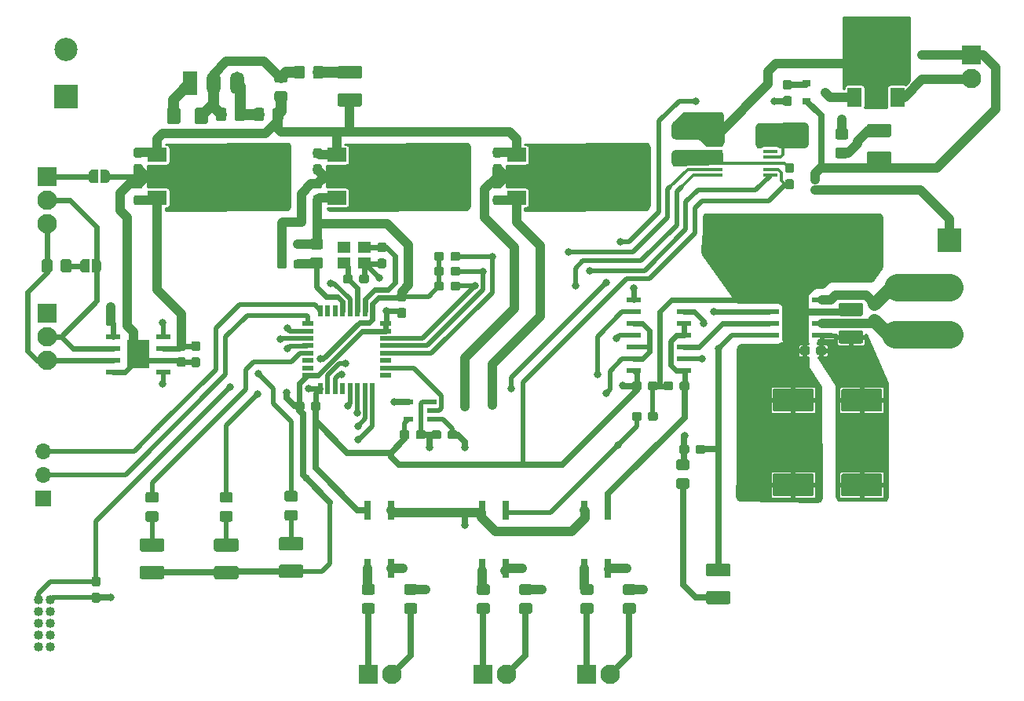
<source format=gbr>
G04 #@! TF.GenerationSoftware,KiCad,Pcbnew,5.1.5-52549c5~86~ubuntu18.04.1*
G04 #@! TF.CreationDate,2020-04-18T16:00:11+01:00*
G04 #@! TF.ProjectId,scot-motor,73636f74-2d6d-46f7-946f-722e6b696361,rev?*
G04 #@! TF.SameCoordinates,Original*
G04 #@! TF.FileFunction,Copper,L1,Top*
G04 #@! TF.FilePolarity,Positive*
%FSLAX46Y46*%
G04 Gerber Fmt 4.6, Leading zero omitted, Abs format (unit mm)*
G04 Created by KiCad (PCBNEW 5.1.5-52549c5~86~ubuntu18.04.1) date 2020-04-18 16:00:11*
%MOMM*%
%LPD*%
G04 APERTURE LIST*
%ADD10C,0.100000*%
%ADD11C,2.500000*%
%ADD12R,2.500000X2.500000*%
%ADD13C,2.100000*%
%ADD14R,2.100000X2.100000*%
%ADD15R,2.000000X1.500000*%
%ADD16R,2.000000X3.800000*%
%ADD17R,1.100000X0.600000*%
%ADD18R,0.500000X0.900000*%
%ADD19R,0.900000X0.800000*%
%ADD20R,1.500000X2.000000*%
%ADD21R,3.800000X2.000000*%
%ADD22R,1.400000X1.200000*%
%ADD23R,1.500000X0.450000*%
%ADD24O,1.500000X2.500000*%
%ADD25R,1.500000X2.500000*%
%ADD26C,0.630000*%
%ADD27R,2.950000X4.900000*%
%ADD28R,2.200000X0.500000*%
%ADD29R,0.640000X2.000000*%
%ADD30R,1.550000X0.600000*%
%ADD31C,1.016000*%
%ADD32O,1.700000X1.700000*%
%ADD33R,1.700000X1.700000*%
%ADD34R,1.200000X0.500000*%
%ADD35R,0.500000X1.200000*%
%ADD36R,2.400000X3.100000*%
%ADD37C,0.650000*%
%ADD38C,0.800000*%
%ADD39C,0.600000*%
%ADD40C,1.000000*%
%ADD41C,0.500000*%
%ADD42C,0.350000*%
%ADD43C,0.700000*%
%ADD44C,0.800000*%
%ADD45C,1.200000*%
%ADD46C,1.400000*%
%ADD47C,3.000000*%
%ADD48C,0.254000*%
G04 APERTURE END LIST*
G04 #@! TA.AperFunction,SMDPad,CuDef*
D10*
G36*
X91923905Y-54622404D02*
G01*
X91948173Y-54626004D01*
X91971972Y-54631965D01*
X91995071Y-54640230D01*
X92017250Y-54650720D01*
X92038293Y-54663332D01*
X92057999Y-54677947D01*
X92076177Y-54694423D01*
X92092653Y-54712601D01*
X92107268Y-54732307D01*
X92119880Y-54753350D01*
X92130370Y-54775529D01*
X92138635Y-54798628D01*
X92144596Y-54822427D01*
X92148196Y-54846695D01*
X92149400Y-54871199D01*
X92149400Y-55771201D01*
X92148196Y-55795705D01*
X92144596Y-55819973D01*
X92138635Y-55843772D01*
X92130370Y-55866871D01*
X92119880Y-55889050D01*
X92107268Y-55910093D01*
X92092653Y-55929799D01*
X92076177Y-55947977D01*
X92057999Y-55964453D01*
X92038293Y-55979068D01*
X92017250Y-55991680D01*
X91995071Y-56002170D01*
X91971972Y-56010435D01*
X91948173Y-56016396D01*
X91923905Y-56019996D01*
X91899401Y-56021200D01*
X91249399Y-56021200D01*
X91224895Y-56019996D01*
X91200627Y-56016396D01*
X91176828Y-56010435D01*
X91153729Y-56002170D01*
X91131550Y-55991680D01*
X91110507Y-55979068D01*
X91090801Y-55964453D01*
X91072623Y-55947977D01*
X91056147Y-55929799D01*
X91041532Y-55910093D01*
X91028920Y-55889050D01*
X91018430Y-55866871D01*
X91010165Y-55843772D01*
X91004204Y-55819973D01*
X91000604Y-55795705D01*
X90999400Y-55771201D01*
X90999400Y-54871199D01*
X91000604Y-54846695D01*
X91004204Y-54822427D01*
X91010165Y-54798628D01*
X91018430Y-54775529D01*
X91028920Y-54753350D01*
X91041532Y-54732307D01*
X91056147Y-54712601D01*
X91072623Y-54694423D01*
X91090801Y-54677947D01*
X91110507Y-54663332D01*
X91131550Y-54650720D01*
X91153729Y-54640230D01*
X91176828Y-54631965D01*
X91200627Y-54626004D01*
X91224895Y-54622404D01*
X91249399Y-54621200D01*
X91899401Y-54621200D01*
X91923905Y-54622404D01*
G37*
G04 #@! TD.AperFunction*
G04 #@! TA.AperFunction,SMDPad,CuDef*
G36*
X93973905Y-54622404D02*
G01*
X93998173Y-54626004D01*
X94021972Y-54631965D01*
X94045071Y-54640230D01*
X94067250Y-54650720D01*
X94088293Y-54663332D01*
X94107999Y-54677947D01*
X94126177Y-54694423D01*
X94142653Y-54712601D01*
X94157268Y-54732307D01*
X94169880Y-54753350D01*
X94180370Y-54775529D01*
X94188635Y-54798628D01*
X94194596Y-54822427D01*
X94198196Y-54846695D01*
X94199400Y-54871199D01*
X94199400Y-55771201D01*
X94198196Y-55795705D01*
X94194596Y-55819973D01*
X94188635Y-55843772D01*
X94180370Y-55866871D01*
X94169880Y-55889050D01*
X94157268Y-55910093D01*
X94142653Y-55929799D01*
X94126177Y-55947977D01*
X94107999Y-55964453D01*
X94088293Y-55979068D01*
X94067250Y-55991680D01*
X94045071Y-56002170D01*
X94021972Y-56010435D01*
X93998173Y-56016396D01*
X93973905Y-56019996D01*
X93949401Y-56021200D01*
X93299399Y-56021200D01*
X93274895Y-56019996D01*
X93250627Y-56016396D01*
X93226828Y-56010435D01*
X93203729Y-56002170D01*
X93181550Y-55991680D01*
X93160507Y-55979068D01*
X93140801Y-55964453D01*
X93122623Y-55947977D01*
X93106147Y-55929799D01*
X93091532Y-55910093D01*
X93078920Y-55889050D01*
X93068430Y-55866871D01*
X93060165Y-55843772D01*
X93054204Y-55819973D01*
X93050604Y-55795705D01*
X93049400Y-55771201D01*
X93049400Y-54871199D01*
X93050604Y-54846695D01*
X93054204Y-54822427D01*
X93060165Y-54798628D01*
X93068430Y-54775529D01*
X93078920Y-54753350D01*
X93091532Y-54732307D01*
X93106147Y-54712601D01*
X93122623Y-54694423D01*
X93140801Y-54677947D01*
X93160507Y-54663332D01*
X93181550Y-54650720D01*
X93203729Y-54640230D01*
X93226828Y-54631965D01*
X93250627Y-54626004D01*
X93274895Y-54622404D01*
X93299399Y-54621200D01*
X93949401Y-54621200D01*
X93973905Y-54622404D01*
G37*
G04 #@! TD.AperFunction*
G04 #@! TA.AperFunction,SMDPad,CuDef*
G36*
X158970505Y-58913004D02*
G01*
X158994773Y-58916604D01*
X159018572Y-58922565D01*
X159041671Y-58930830D01*
X159063850Y-58941320D01*
X159084893Y-58953932D01*
X159104599Y-58968547D01*
X159122777Y-58985023D01*
X159139253Y-59003201D01*
X159153868Y-59022907D01*
X159166480Y-59043950D01*
X159176970Y-59066129D01*
X159185235Y-59089228D01*
X159191196Y-59113027D01*
X159194796Y-59137295D01*
X159196000Y-59161799D01*
X159196000Y-59811801D01*
X159194796Y-59836305D01*
X159191196Y-59860573D01*
X159185235Y-59884372D01*
X159176970Y-59907471D01*
X159166480Y-59929650D01*
X159153868Y-59950693D01*
X159139253Y-59970399D01*
X159122777Y-59988577D01*
X159104599Y-60005053D01*
X159084893Y-60019668D01*
X159063850Y-60032280D01*
X159041671Y-60042770D01*
X159018572Y-60051035D01*
X158994773Y-60056996D01*
X158970505Y-60060596D01*
X158946001Y-60061800D01*
X158045999Y-60061800D01*
X158021495Y-60060596D01*
X157997227Y-60056996D01*
X157973428Y-60051035D01*
X157950329Y-60042770D01*
X157928150Y-60032280D01*
X157907107Y-60019668D01*
X157887401Y-60005053D01*
X157869223Y-59988577D01*
X157852747Y-59970399D01*
X157838132Y-59950693D01*
X157825520Y-59929650D01*
X157815030Y-59907471D01*
X157806765Y-59884372D01*
X157800804Y-59860573D01*
X157797204Y-59836305D01*
X157796000Y-59811801D01*
X157796000Y-59161799D01*
X157797204Y-59137295D01*
X157800804Y-59113027D01*
X157806765Y-59089228D01*
X157815030Y-59066129D01*
X157825520Y-59043950D01*
X157838132Y-59022907D01*
X157852747Y-59003201D01*
X157869223Y-58985023D01*
X157887401Y-58968547D01*
X157907107Y-58953932D01*
X157928150Y-58941320D01*
X157950329Y-58930830D01*
X157973428Y-58922565D01*
X157997227Y-58916604D01*
X158021495Y-58913004D01*
X158045999Y-58911800D01*
X158946001Y-58911800D01*
X158970505Y-58913004D01*
G37*
G04 #@! TD.AperFunction*
G04 #@! TA.AperFunction,SMDPad,CuDef*
G36*
X158970505Y-56863004D02*
G01*
X158994773Y-56866604D01*
X159018572Y-56872565D01*
X159041671Y-56880830D01*
X159063850Y-56891320D01*
X159084893Y-56903932D01*
X159104599Y-56918547D01*
X159122777Y-56935023D01*
X159139253Y-56953201D01*
X159153868Y-56972907D01*
X159166480Y-56993950D01*
X159176970Y-57016129D01*
X159185235Y-57039228D01*
X159191196Y-57063027D01*
X159194796Y-57087295D01*
X159196000Y-57111799D01*
X159196000Y-57761801D01*
X159194796Y-57786305D01*
X159191196Y-57810573D01*
X159185235Y-57834372D01*
X159176970Y-57857471D01*
X159166480Y-57879650D01*
X159153868Y-57900693D01*
X159139253Y-57920399D01*
X159122777Y-57938577D01*
X159104599Y-57955053D01*
X159084893Y-57969668D01*
X159063850Y-57982280D01*
X159041671Y-57992770D01*
X159018572Y-58001035D01*
X158994773Y-58006996D01*
X158970505Y-58010596D01*
X158946001Y-58011800D01*
X158045999Y-58011800D01*
X158021495Y-58010596D01*
X157997227Y-58006996D01*
X157973428Y-58001035D01*
X157950329Y-57992770D01*
X157928150Y-57982280D01*
X157907107Y-57969668D01*
X157887401Y-57955053D01*
X157869223Y-57938577D01*
X157852747Y-57920399D01*
X157838132Y-57900693D01*
X157825520Y-57879650D01*
X157815030Y-57857471D01*
X157806765Y-57834372D01*
X157800804Y-57810573D01*
X157797204Y-57786305D01*
X157796000Y-57761801D01*
X157796000Y-57111799D01*
X157797204Y-57087295D01*
X157800804Y-57063027D01*
X157806765Y-57039228D01*
X157815030Y-57016129D01*
X157825520Y-56993950D01*
X157838132Y-56972907D01*
X157852747Y-56953201D01*
X157869223Y-56935023D01*
X157887401Y-56918547D01*
X157907107Y-56903932D01*
X157928150Y-56891320D01*
X157950329Y-56880830D01*
X157973428Y-56872565D01*
X157997227Y-56866604D01*
X158021495Y-56863004D01*
X158045999Y-56861800D01*
X158946001Y-56861800D01*
X158970505Y-56863004D01*
G37*
G04 #@! TD.AperFunction*
G04 #@! TA.AperFunction,SMDPad,CuDef*
G36*
X163608704Y-56337104D02*
G01*
X163632973Y-56340704D01*
X163656771Y-56346665D01*
X163679871Y-56354930D01*
X163702049Y-56365420D01*
X163723093Y-56378033D01*
X163742798Y-56392647D01*
X163760977Y-56409123D01*
X163777453Y-56427302D01*
X163792067Y-56447007D01*
X163804680Y-56468051D01*
X163815170Y-56490229D01*
X163823435Y-56513329D01*
X163829396Y-56537127D01*
X163832996Y-56561396D01*
X163834200Y-56585900D01*
X163834200Y-57510900D01*
X163832996Y-57535404D01*
X163829396Y-57559673D01*
X163823435Y-57583471D01*
X163815170Y-57606571D01*
X163804680Y-57628749D01*
X163792067Y-57649793D01*
X163777453Y-57669498D01*
X163760977Y-57687677D01*
X163742798Y-57704153D01*
X163723093Y-57718767D01*
X163702049Y-57731380D01*
X163679871Y-57741870D01*
X163656771Y-57750135D01*
X163632973Y-57756096D01*
X163608704Y-57759696D01*
X163584200Y-57760900D01*
X161434200Y-57760900D01*
X161409696Y-57759696D01*
X161385427Y-57756096D01*
X161361629Y-57750135D01*
X161338529Y-57741870D01*
X161316351Y-57731380D01*
X161295307Y-57718767D01*
X161275602Y-57704153D01*
X161257423Y-57687677D01*
X161240947Y-57669498D01*
X161226333Y-57649793D01*
X161213720Y-57628749D01*
X161203230Y-57606571D01*
X161194965Y-57583471D01*
X161189004Y-57559673D01*
X161185404Y-57535404D01*
X161184200Y-57510900D01*
X161184200Y-56585900D01*
X161185404Y-56561396D01*
X161189004Y-56537127D01*
X161194965Y-56513329D01*
X161203230Y-56490229D01*
X161213720Y-56468051D01*
X161226333Y-56447007D01*
X161240947Y-56427302D01*
X161257423Y-56409123D01*
X161275602Y-56392647D01*
X161295307Y-56378033D01*
X161316351Y-56365420D01*
X161338529Y-56354930D01*
X161361629Y-56346665D01*
X161385427Y-56340704D01*
X161409696Y-56337104D01*
X161434200Y-56335900D01*
X163584200Y-56335900D01*
X163608704Y-56337104D01*
G37*
G04 #@! TD.AperFunction*
G04 #@! TA.AperFunction,SMDPad,CuDef*
G36*
X163608704Y-59312104D02*
G01*
X163632973Y-59315704D01*
X163656771Y-59321665D01*
X163679871Y-59329930D01*
X163702049Y-59340420D01*
X163723093Y-59353033D01*
X163742798Y-59367647D01*
X163760977Y-59384123D01*
X163777453Y-59402302D01*
X163792067Y-59422007D01*
X163804680Y-59443051D01*
X163815170Y-59465229D01*
X163823435Y-59488329D01*
X163829396Y-59512127D01*
X163832996Y-59536396D01*
X163834200Y-59560900D01*
X163834200Y-60485900D01*
X163832996Y-60510404D01*
X163829396Y-60534673D01*
X163823435Y-60558471D01*
X163815170Y-60581571D01*
X163804680Y-60603749D01*
X163792067Y-60624793D01*
X163777453Y-60644498D01*
X163760977Y-60662677D01*
X163742798Y-60679153D01*
X163723093Y-60693767D01*
X163702049Y-60706380D01*
X163679871Y-60716870D01*
X163656771Y-60725135D01*
X163632973Y-60731096D01*
X163608704Y-60734696D01*
X163584200Y-60735900D01*
X161434200Y-60735900D01*
X161409696Y-60734696D01*
X161385427Y-60731096D01*
X161361629Y-60725135D01*
X161338529Y-60716870D01*
X161316351Y-60706380D01*
X161295307Y-60693767D01*
X161275602Y-60679153D01*
X161257423Y-60662677D01*
X161240947Y-60644498D01*
X161226333Y-60624793D01*
X161213720Y-60603749D01*
X161203230Y-60581571D01*
X161194965Y-60558471D01*
X161189004Y-60534673D01*
X161185404Y-60510404D01*
X161184200Y-60485900D01*
X161184200Y-59560900D01*
X161185404Y-59536396D01*
X161189004Y-59512127D01*
X161194965Y-59488329D01*
X161203230Y-59465229D01*
X161213720Y-59443051D01*
X161226333Y-59422007D01*
X161240947Y-59402302D01*
X161257423Y-59384123D01*
X161275602Y-59367647D01*
X161295307Y-59353033D01*
X161316351Y-59340420D01*
X161338529Y-59329930D01*
X161361629Y-59321665D01*
X161385427Y-59315704D01*
X161409696Y-59312104D01*
X161434200Y-59310900D01*
X163584200Y-59310900D01*
X163608704Y-59312104D01*
G37*
G04 #@! TD.AperFunction*
D11*
X170129200Y-79044800D03*
X170129200Y-73964800D03*
D12*
X170129200Y-68884800D03*
D13*
X122377200Y-115738400D03*
D14*
X119837200Y-115738400D03*
G04 #@! TA.AperFunction,SMDPad,CuDef*
D10*
G36*
X89923604Y-54599804D02*
G01*
X89947873Y-54603404D01*
X89971671Y-54609365D01*
X89994771Y-54617630D01*
X90016949Y-54628120D01*
X90037993Y-54640733D01*
X90057698Y-54655347D01*
X90075877Y-54671823D01*
X90092353Y-54690002D01*
X90106967Y-54709707D01*
X90119580Y-54730751D01*
X90130070Y-54752929D01*
X90138335Y-54776029D01*
X90144296Y-54799827D01*
X90147896Y-54824096D01*
X90149100Y-54848600D01*
X90149100Y-56098600D01*
X90147896Y-56123104D01*
X90144296Y-56147373D01*
X90138335Y-56171171D01*
X90130070Y-56194271D01*
X90119580Y-56216449D01*
X90106967Y-56237493D01*
X90092353Y-56257198D01*
X90075877Y-56275377D01*
X90057698Y-56291853D01*
X90037993Y-56306467D01*
X90016949Y-56319080D01*
X89994771Y-56329570D01*
X89971671Y-56337835D01*
X89947873Y-56343796D01*
X89923604Y-56347396D01*
X89899100Y-56348600D01*
X88974100Y-56348600D01*
X88949596Y-56347396D01*
X88925327Y-56343796D01*
X88901529Y-56337835D01*
X88878429Y-56329570D01*
X88856251Y-56319080D01*
X88835207Y-56306467D01*
X88815502Y-56291853D01*
X88797323Y-56275377D01*
X88780847Y-56257198D01*
X88766233Y-56237493D01*
X88753620Y-56216449D01*
X88743130Y-56194271D01*
X88734865Y-56171171D01*
X88728904Y-56147373D01*
X88725304Y-56123104D01*
X88724100Y-56098600D01*
X88724100Y-54848600D01*
X88725304Y-54824096D01*
X88728904Y-54799827D01*
X88734865Y-54776029D01*
X88743130Y-54752929D01*
X88753620Y-54730751D01*
X88766233Y-54709707D01*
X88780847Y-54690002D01*
X88797323Y-54671823D01*
X88815502Y-54655347D01*
X88835207Y-54640733D01*
X88856251Y-54628120D01*
X88878429Y-54617630D01*
X88901529Y-54609365D01*
X88925327Y-54603404D01*
X88949596Y-54599804D01*
X88974100Y-54598600D01*
X89899100Y-54598600D01*
X89923604Y-54599804D01*
G37*
G04 #@! TD.AperFunction*
G04 #@! TA.AperFunction,SMDPad,CuDef*
G36*
X86948604Y-54599804D02*
G01*
X86972873Y-54603404D01*
X86996671Y-54609365D01*
X87019771Y-54617630D01*
X87041949Y-54628120D01*
X87062993Y-54640733D01*
X87082698Y-54655347D01*
X87100877Y-54671823D01*
X87117353Y-54690002D01*
X87131967Y-54709707D01*
X87144580Y-54730751D01*
X87155070Y-54752929D01*
X87163335Y-54776029D01*
X87169296Y-54799827D01*
X87172896Y-54824096D01*
X87174100Y-54848600D01*
X87174100Y-56098600D01*
X87172896Y-56123104D01*
X87169296Y-56147373D01*
X87163335Y-56171171D01*
X87155070Y-56194271D01*
X87144580Y-56216449D01*
X87131967Y-56237493D01*
X87117353Y-56257198D01*
X87100877Y-56275377D01*
X87082698Y-56291853D01*
X87062993Y-56306467D01*
X87041949Y-56319080D01*
X87019771Y-56329570D01*
X86996671Y-56337835D01*
X86972873Y-56343796D01*
X86948604Y-56347396D01*
X86924100Y-56348600D01*
X85999100Y-56348600D01*
X85974596Y-56347396D01*
X85950327Y-56343796D01*
X85926529Y-56337835D01*
X85903429Y-56329570D01*
X85881251Y-56319080D01*
X85860207Y-56306467D01*
X85840502Y-56291853D01*
X85822323Y-56275377D01*
X85805847Y-56257198D01*
X85791233Y-56237493D01*
X85778620Y-56216449D01*
X85768130Y-56194271D01*
X85759865Y-56171171D01*
X85753904Y-56147373D01*
X85750304Y-56123104D01*
X85749100Y-56098600D01*
X85749100Y-54848600D01*
X85750304Y-54824096D01*
X85753904Y-54799827D01*
X85759865Y-54776029D01*
X85768130Y-54752929D01*
X85778620Y-54730751D01*
X85791233Y-54709707D01*
X85805847Y-54690002D01*
X85822323Y-54671823D01*
X85840502Y-54655347D01*
X85860207Y-54640733D01*
X85881251Y-54628120D01*
X85903429Y-54617630D01*
X85926529Y-54609365D01*
X85950327Y-54603404D01*
X85974596Y-54599804D01*
X85999100Y-54598600D01*
X86924100Y-54598600D01*
X86948604Y-54599804D01*
G37*
G04 #@! TD.AperFunction*
D15*
X104037600Y-59701400D03*
X104037600Y-64301400D03*
X104037600Y-62001400D03*
D16*
X110337600Y-62001400D03*
G04 #@! TA.AperFunction,SMDPad,CuDef*
D10*
G36*
X102216379Y-62267544D02*
G01*
X102239434Y-62270963D01*
X102262043Y-62276627D01*
X102283987Y-62284479D01*
X102305057Y-62294444D01*
X102325048Y-62306426D01*
X102343768Y-62320310D01*
X102361038Y-62335962D01*
X102376690Y-62353232D01*
X102390574Y-62371952D01*
X102402556Y-62391943D01*
X102412521Y-62413013D01*
X102420373Y-62434957D01*
X102426037Y-62457566D01*
X102429456Y-62480621D01*
X102430600Y-62503900D01*
X102430600Y-63078900D01*
X102429456Y-63102179D01*
X102426037Y-63125234D01*
X102420373Y-63147843D01*
X102412521Y-63169787D01*
X102402556Y-63190857D01*
X102390574Y-63210848D01*
X102376690Y-63229568D01*
X102361038Y-63246838D01*
X102343768Y-63262490D01*
X102325048Y-63276374D01*
X102305057Y-63288356D01*
X102283987Y-63298321D01*
X102262043Y-63306173D01*
X102239434Y-63311837D01*
X102216379Y-63315256D01*
X102193100Y-63316400D01*
X101718100Y-63316400D01*
X101694821Y-63315256D01*
X101671766Y-63311837D01*
X101649157Y-63306173D01*
X101627213Y-63298321D01*
X101606143Y-63288356D01*
X101586152Y-63276374D01*
X101567432Y-63262490D01*
X101550162Y-63246838D01*
X101534510Y-63229568D01*
X101520626Y-63210848D01*
X101508644Y-63190857D01*
X101498679Y-63169787D01*
X101490827Y-63147843D01*
X101485163Y-63125234D01*
X101481744Y-63102179D01*
X101480600Y-63078900D01*
X101480600Y-62503900D01*
X101481744Y-62480621D01*
X101485163Y-62457566D01*
X101490827Y-62434957D01*
X101498679Y-62413013D01*
X101508644Y-62391943D01*
X101520626Y-62371952D01*
X101534510Y-62353232D01*
X101550162Y-62335962D01*
X101567432Y-62320310D01*
X101586152Y-62306426D01*
X101606143Y-62294444D01*
X101627213Y-62284479D01*
X101649157Y-62276627D01*
X101671766Y-62270963D01*
X101694821Y-62267544D01*
X101718100Y-62266400D01*
X102193100Y-62266400D01*
X102216379Y-62267544D01*
G37*
G04 #@! TD.AperFunction*
G04 #@! TA.AperFunction,SMDPad,CuDef*
G36*
X102216379Y-64017544D02*
G01*
X102239434Y-64020963D01*
X102262043Y-64026627D01*
X102283987Y-64034479D01*
X102305057Y-64044444D01*
X102325048Y-64056426D01*
X102343768Y-64070310D01*
X102361038Y-64085962D01*
X102376690Y-64103232D01*
X102390574Y-64121952D01*
X102402556Y-64141943D01*
X102412521Y-64163013D01*
X102420373Y-64184957D01*
X102426037Y-64207566D01*
X102429456Y-64230621D01*
X102430600Y-64253900D01*
X102430600Y-64828900D01*
X102429456Y-64852179D01*
X102426037Y-64875234D01*
X102420373Y-64897843D01*
X102412521Y-64919787D01*
X102402556Y-64940857D01*
X102390574Y-64960848D01*
X102376690Y-64979568D01*
X102361038Y-64996838D01*
X102343768Y-65012490D01*
X102325048Y-65026374D01*
X102305057Y-65038356D01*
X102283987Y-65048321D01*
X102262043Y-65056173D01*
X102239434Y-65061837D01*
X102216379Y-65065256D01*
X102193100Y-65066400D01*
X101718100Y-65066400D01*
X101694821Y-65065256D01*
X101671766Y-65061837D01*
X101649157Y-65056173D01*
X101627213Y-65048321D01*
X101606143Y-65038356D01*
X101586152Y-65026374D01*
X101567432Y-65012490D01*
X101550162Y-64996838D01*
X101534510Y-64979568D01*
X101520626Y-64960848D01*
X101508644Y-64940857D01*
X101498679Y-64919787D01*
X101490827Y-64897843D01*
X101485163Y-64875234D01*
X101481744Y-64852179D01*
X101480600Y-64828900D01*
X101480600Y-64253900D01*
X101481744Y-64230621D01*
X101485163Y-64207566D01*
X101490827Y-64184957D01*
X101498679Y-64163013D01*
X101508644Y-64141943D01*
X101520626Y-64121952D01*
X101534510Y-64103232D01*
X101550162Y-64085962D01*
X101567432Y-64070310D01*
X101586152Y-64056426D01*
X101606143Y-64044444D01*
X101627213Y-64034479D01*
X101649157Y-64026627D01*
X101671766Y-64020963D01*
X101694821Y-64017544D01*
X101718100Y-64016400D01*
X102193100Y-64016400D01*
X102216379Y-64017544D01*
G37*
G04 #@! TD.AperFunction*
G04 #@! TA.AperFunction,SMDPad,CuDef*
G36*
X102216379Y-60715544D02*
G01*
X102239434Y-60718963D01*
X102262043Y-60724627D01*
X102283987Y-60732479D01*
X102305057Y-60742444D01*
X102325048Y-60754426D01*
X102343768Y-60768310D01*
X102361038Y-60783962D01*
X102376690Y-60801232D01*
X102390574Y-60819952D01*
X102402556Y-60839943D01*
X102412521Y-60861013D01*
X102420373Y-60882957D01*
X102426037Y-60905566D01*
X102429456Y-60928621D01*
X102430600Y-60951900D01*
X102430600Y-61526900D01*
X102429456Y-61550179D01*
X102426037Y-61573234D01*
X102420373Y-61595843D01*
X102412521Y-61617787D01*
X102402556Y-61638857D01*
X102390574Y-61658848D01*
X102376690Y-61677568D01*
X102361038Y-61694838D01*
X102343768Y-61710490D01*
X102325048Y-61724374D01*
X102305057Y-61736356D01*
X102283987Y-61746321D01*
X102262043Y-61754173D01*
X102239434Y-61759837D01*
X102216379Y-61763256D01*
X102193100Y-61764400D01*
X101718100Y-61764400D01*
X101694821Y-61763256D01*
X101671766Y-61759837D01*
X101649157Y-61754173D01*
X101627213Y-61746321D01*
X101606143Y-61736356D01*
X101586152Y-61724374D01*
X101567432Y-61710490D01*
X101550162Y-61694838D01*
X101534510Y-61677568D01*
X101520626Y-61658848D01*
X101508644Y-61638857D01*
X101498679Y-61617787D01*
X101490827Y-61595843D01*
X101485163Y-61573234D01*
X101481744Y-61550179D01*
X101480600Y-61526900D01*
X101480600Y-60951900D01*
X101481744Y-60928621D01*
X101485163Y-60905566D01*
X101490827Y-60882957D01*
X101498679Y-60861013D01*
X101508644Y-60839943D01*
X101520626Y-60819952D01*
X101534510Y-60801232D01*
X101550162Y-60783962D01*
X101567432Y-60768310D01*
X101586152Y-60754426D01*
X101606143Y-60742444D01*
X101627213Y-60732479D01*
X101649157Y-60724627D01*
X101671766Y-60718963D01*
X101694821Y-60715544D01*
X101718100Y-60714400D01*
X102193100Y-60714400D01*
X102216379Y-60715544D01*
G37*
G04 #@! TD.AperFunction*
G04 #@! TA.AperFunction,SMDPad,CuDef*
G36*
X102216379Y-58965544D02*
G01*
X102239434Y-58968963D01*
X102262043Y-58974627D01*
X102283987Y-58982479D01*
X102305057Y-58992444D01*
X102325048Y-59004426D01*
X102343768Y-59018310D01*
X102361038Y-59033962D01*
X102376690Y-59051232D01*
X102390574Y-59069952D01*
X102402556Y-59089943D01*
X102412521Y-59111013D01*
X102420373Y-59132957D01*
X102426037Y-59155566D01*
X102429456Y-59178621D01*
X102430600Y-59201900D01*
X102430600Y-59776900D01*
X102429456Y-59800179D01*
X102426037Y-59823234D01*
X102420373Y-59845843D01*
X102412521Y-59867787D01*
X102402556Y-59888857D01*
X102390574Y-59908848D01*
X102376690Y-59927568D01*
X102361038Y-59944838D01*
X102343768Y-59960490D01*
X102325048Y-59974374D01*
X102305057Y-59986356D01*
X102283987Y-59996321D01*
X102262043Y-60004173D01*
X102239434Y-60009837D01*
X102216379Y-60013256D01*
X102193100Y-60014400D01*
X101718100Y-60014400D01*
X101694821Y-60013256D01*
X101671766Y-60009837D01*
X101649157Y-60004173D01*
X101627213Y-59996321D01*
X101606143Y-59986356D01*
X101586152Y-59974374D01*
X101567432Y-59960490D01*
X101550162Y-59944838D01*
X101534510Y-59927568D01*
X101520626Y-59908848D01*
X101508644Y-59888857D01*
X101498679Y-59867787D01*
X101490827Y-59845843D01*
X101485163Y-59823234D01*
X101481744Y-59800179D01*
X101480600Y-59776900D01*
X101480600Y-59201900D01*
X101481744Y-59178621D01*
X101485163Y-59155566D01*
X101490827Y-59132957D01*
X101498679Y-59111013D01*
X101508644Y-59089943D01*
X101520626Y-59069952D01*
X101534510Y-59051232D01*
X101550162Y-59033962D01*
X101567432Y-59018310D01*
X101586152Y-59004426D01*
X101606143Y-58992444D01*
X101627213Y-58982479D01*
X101649157Y-58974627D01*
X101671766Y-58968963D01*
X101694821Y-58965544D01*
X101718100Y-58964400D01*
X102193100Y-58964400D01*
X102216379Y-58965544D01*
G37*
G04 #@! TD.AperFunction*
D17*
X111734600Y-88209200D03*
X111734600Y-86309200D03*
X114334600Y-86309200D03*
X114334600Y-87259200D03*
X114334600Y-88209200D03*
G04 #@! TA.AperFunction,SMDPad,CuDef*
D10*
G36*
X152889379Y-53346944D02*
G01*
X152912434Y-53350363D01*
X152935043Y-53356027D01*
X152956987Y-53363879D01*
X152978057Y-53373844D01*
X152998048Y-53385826D01*
X153016768Y-53399710D01*
X153034038Y-53415362D01*
X153049690Y-53432632D01*
X153063574Y-53451352D01*
X153075556Y-53471343D01*
X153085521Y-53492413D01*
X153093373Y-53514357D01*
X153099037Y-53536966D01*
X153102456Y-53560021D01*
X153103600Y-53583300D01*
X153103600Y-54158300D01*
X153102456Y-54181579D01*
X153099037Y-54204634D01*
X153093373Y-54227243D01*
X153085521Y-54249187D01*
X153075556Y-54270257D01*
X153063574Y-54290248D01*
X153049690Y-54308968D01*
X153034038Y-54326238D01*
X153016768Y-54341890D01*
X152998048Y-54355774D01*
X152978057Y-54367756D01*
X152956987Y-54377721D01*
X152935043Y-54385573D01*
X152912434Y-54391237D01*
X152889379Y-54394656D01*
X152866100Y-54395800D01*
X152391100Y-54395800D01*
X152367821Y-54394656D01*
X152344766Y-54391237D01*
X152322157Y-54385573D01*
X152300213Y-54377721D01*
X152279143Y-54367756D01*
X152259152Y-54355774D01*
X152240432Y-54341890D01*
X152223162Y-54326238D01*
X152207510Y-54308968D01*
X152193626Y-54290248D01*
X152181644Y-54270257D01*
X152171679Y-54249187D01*
X152163827Y-54227243D01*
X152158163Y-54204634D01*
X152154744Y-54181579D01*
X152153600Y-54158300D01*
X152153600Y-53583300D01*
X152154744Y-53560021D01*
X152158163Y-53536966D01*
X152163827Y-53514357D01*
X152171679Y-53492413D01*
X152181644Y-53471343D01*
X152193626Y-53451352D01*
X152207510Y-53432632D01*
X152223162Y-53415362D01*
X152240432Y-53399710D01*
X152259152Y-53385826D01*
X152279143Y-53373844D01*
X152300213Y-53363879D01*
X152322157Y-53356027D01*
X152344766Y-53350363D01*
X152367821Y-53346944D01*
X152391100Y-53345800D01*
X152866100Y-53345800D01*
X152889379Y-53346944D01*
G37*
G04 #@! TD.AperFunction*
G04 #@! TA.AperFunction,SMDPad,CuDef*
G36*
X152889379Y-51596944D02*
G01*
X152912434Y-51600363D01*
X152935043Y-51606027D01*
X152956987Y-51613879D01*
X152978057Y-51623844D01*
X152998048Y-51635826D01*
X153016768Y-51649710D01*
X153034038Y-51665362D01*
X153049690Y-51682632D01*
X153063574Y-51701352D01*
X153075556Y-51721343D01*
X153085521Y-51742413D01*
X153093373Y-51764357D01*
X153099037Y-51786966D01*
X153102456Y-51810021D01*
X153103600Y-51833300D01*
X153103600Y-52408300D01*
X153102456Y-52431579D01*
X153099037Y-52454634D01*
X153093373Y-52477243D01*
X153085521Y-52499187D01*
X153075556Y-52520257D01*
X153063574Y-52540248D01*
X153049690Y-52558968D01*
X153034038Y-52576238D01*
X153016768Y-52591890D01*
X152998048Y-52605774D01*
X152978057Y-52617756D01*
X152956987Y-52627721D01*
X152935043Y-52635573D01*
X152912434Y-52641237D01*
X152889379Y-52644656D01*
X152866100Y-52645800D01*
X152391100Y-52645800D01*
X152367821Y-52644656D01*
X152344766Y-52641237D01*
X152322157Y-52635573D01*
X152300213Y-52627721D01*
X152279143Y-52617756D01*
X152259152Y-52605774D01*
X152240432Y-52591890D01*
X152223162Y-52576238D01*
X152207510Y-52558968D01*
X152193626Y-52540248D01*
X152181644Y-52520257D01*
X152171679Y-52499187D01*
X152163827Y-52477243D01*
X152158163Y-52454634D01*
X152154744Y-52431579D01*
X152153600Y-52408300D01*
X152153600Y-51833300D01*
X152154744Y-51810021D01*
X152158163Y-51786966D01*
X152163827Y-51764357D01*
X152171679Y-51742413D01*
X152181644Y-51721343D01*
X152193626Y-51701352D01*
X152207510Y-51682632D01*
X152223162Y-51665362D01*
X152240432Y-51649710D01*
X152259152Y-51635826D01*
X152279143Y-51623844D01*
X152300213Y-51613879D01*
X152322157Y-51606027D01*
X152344766Y-51600363D01*
X152367821Y-51596944D01*
X152391100Y-51595800D01*
X152866100Y-51595800D01*
X152889379Y-51596944D01*
G37*
G04 #@! TD.AperFunction*
G04 #@! TA.AperFunction,SMDPad,CuDef*
G36*
X115093379Y-89391344D02*
G01*
X115116434Y-89394763D01*
X115139043Y-89400427D01*
X115160987Y-89408279D01*
X115182057Y-89418244D01*
X115202048Y-89430226D01*
X115220768Y-89444110D01*
X115238038Y-89459762D01*
X115253690Y-89477032D01*
X115267574Y-89495752D01*
X115279556Y-89515743D01*
X115289521Y-89536813D01*
X115297373Y-89558757D01*
X115303037Y-89581366D01*
X115306456Y-89604421D01*
X115307600Y-89627700D01*
X115307600Y-90102700D01*
X115306456Y-90125979D01*
X115303037Y-90149034D01*
X115297373Y-90171643D01*
X115289521Y-90193587D01*
X115279556Y-90214657D01*
X115267574Y-90234648D01*
X115253690Y-90253368D01*
X115238038Y-90270638D01*
X115220768Y-90286290D01*
X115202048Y-90300174D01*
X115182057Y-90312156D01*
X115160987Y-90322121D01*
X115139043Y-90329973D01*
X115116434Y-90335637D01*
X115093379Y-90339056D01*
X115070100Y-90340200D01*
X114495100Y-90340200D01*
X114471821Y-90339056D01*
X114448766Y-90335637D01*
X114426157Y-90329973D01*
X114404213Y-90322121D01*
X114383143Y-90312156D01*
X114363152Y-90300174D01*
X114344432Y-90286290D01*
X114327162Y-90270638D01*
X114311510Y-90253368D01*
X114297626Y-90234648D01*
X114285644Y-90214657D01*
X114275679Y-90193587D01*
X114267827Y-90171643D01*
X114262163Y-90149034D01*
X114258744Y-90125979D01*
X114257600Y-90102700D01*
X114257600Y-89627700D01*
X114258744Y-89604421D01*
X114262163Y-89581366D01*
X114267827Y-89558757D01*
X114275679Y-89536813D01*
X114285644Y-89515743D01*
X114297626Y-89495752D01*
X114311510Y-89477032D01*
X114327162Y-89459762D01*
X114344432Y-89444110D01*
X114363152Y-89430226D01*
X114383143Y-89418244D01*
X114404213Y-89408279D01*
X114426157Y-89400427D01*
X114448766Y-89394763D01*
X114471821Y-89391344D01*
X114495100Y-89390200D01*
X115070100Y-89390200D01*
X115093379Y-89391344D01*
G37*
G04 #@! TD.AperFunction*
G04 #@! TA.AperFunction,SMDPad,CuDef*
G36*
X116843379Y-89391344D02*
G01*
X116866434Y-89394763D01*
X116889043Y-89400427D01*
X116910987Y-89408279D01*
X116932057Y-89418244D01*
X116952048Y-89430226D01*
X116970768Y-89444110D01*
X116988038Y-89459762D01*
X117003690Y-89477032D01*
X117017574Y-89495752D01*
X117029556Y-89515743D01*
X117039521Y-89536813D01*
X117047373Y-89558757D01*
X117053037Y-89581366D01*
X117056456Y-89604421D01*
X117057600Y-89627700D01*
X117057600Y-90102700D01*
X117056456Y-90125979D01*
X117053037Y-90149034D01*
X117047373Y-90171643D01*
X117039521Y-90193587D01*
X117029556Y-90214657D01*
X117017574Y-90234648D01*
X117003690Y-90253368D01*
X116988038Y-90270638D01*
X116970768Y-90286290D01*
X116952048Y-90300174D01*
X116932057Y-90312156D01*
X116910987Y-90322121D01*
X116889043Y-90329973D01*
X116866434Y-90335637D01*
X116843379Y-90339056D01*
X116820100Y-90340200D01*
X116245100Y-90340200D01*
X116221821Y-90339056D01*
X116198766Y-90335637D01*
X116176157Y-90329973D01*
X116154213Y-90322121D01*
X116133143Y-90312156D01*
X116113152Y-90300174D01*
X116094432Y-90286290D01*
X116077162Y-90270638D01*
X116061510Y-90253368D01*
X116047626Y-90234648D01*
X116035644Y-90214657D01*
X116025679Y-90193587D01*
X116017827Y-90171643D01*
X116012163Y-90149034D01*
X116008744Y-90125979D01*
X116007600Y-90102700D01*
X116007600Y-89627700D01*
X116008744Y-89604421D01*
X116012163Y-89581366D01*
X116017827Y-89558757D01*
X116025679Y-89536813D01*
X116035644Y-89515743D01*
X116047626Y-89495752D01*
X116061510Y-89477032D01*
X116077162Y-89459762D01*
X116094432Y-89444110D01*
X116113152Y-89430226D01*
X116133143Y-89418244D01*
X116154213Y-89408279D01*
X116176157Y-89400427D01*
X116198766Y-89394763D01*
X116221821Y-89391344D01*
X116245100Y-89390200D01*
X116820100Y-89390200D01*
X116843379Y-89391344D01*
G37*
G04 #@! TD.AperFunction*
G04 #@! TA.AperFunction,SMDPad,CuDef*
G36*
X111664379Y-89391344D02*
G01*
X111687434Y-89394763D01*
X111710043Y-89400427D01*
X111731987Y-89408279D01*
X111753057Y-89418244D01*
X111773048Y-89430226D01*
X111791768Y-89444110D01*
X111809038Y-89459762D01*
X111824690Y-89477032D01*
X111838574Y-89495752D01*
X111850556Y-89515743D01*
X111860521Y-89536813D01*
X111868373Y-89558757D01*
X111874037Y-89581366D01*
X111877456Y-89604421D01*
X111878600Y-89627700D01*
X111878600Y-90102700D01*
X111877456Y-90125979D01*
X111874037Y-90149034D01*
X111868373Y-90171643D01*
X111860521Y-90193587D01*
X111850556Y-90214657D01*
X111838574Y-90234648D01*
X111824690Y-90253368D01*
X111809038Y-90270638D01*
X111791768Y-90286290D01*
X111773048Y-90300174D01*
X111753057Y-90312156D01*
X111731987Y-90322121D01*
X111710043Y-90329973D01*
X111687434Y-90335637D01*
X111664379Y-90339056D01*
X111641100Y-90340200D01*
X111066100Y-90340200D01*
X111042821Y-90339056D01*
X111019766Y-90335637D01*
X110997157Y-90329973D01*
X110975213Y-90322121D01*
X110954143Y-90312156D01*
X110934152Y-90300174D01*
X110915432Y-90286290D01*
X110898162Y-90270638D01*
X110882510Y-90253368D01*
X110868626Y-90234648D01*
X110856644Y-90214657D01*
X110846679Y-90193587D01*
X110838827Y-90171643D01*
X110833163Y-90149034D01*
X110829744Y-90125979D01*
X110828600Y-90102700D01*
X110828600Y-89627700D01*
X110829744Y-89604421D01*
X110833163Y-89581366D01*
X110838827Y-89558757D01*
X110846679Y-89536813D01*
X110856644Y-89515743D01*
X110868626Y-89495752D01*
X110882510Y-89477032D01*
X110898162Y-89459762D01*
X110915432Y-89444110D01*
X110934152Y-89430226D01*
X110954143Y-89418244D01*
X110975213Y-89408279D01*
X110997157Y-89400427D01*
X111019766Y-89394763D01*
X111042821Y-89391344D01*
X111066100Y-89390200D01*
X111641100Y-89390200D01*
X111664379Y-89391344D01*
G37*
G04 #@! TD.AperFunction*
G04 #@! TA.AperFunction,SMDPad,CuDef*
G36*
X113414379Y-89391344D02*
G01*
X113437434Y-89394763D01*
X113460043Y-89400427D01*
X113481987Y-89408279D01*
X113503057Y-89418244D01*
X113523048Y-89430226D01*
X113541768Y-89444110D01*
X113559038Y-89459762D01*
X113574690Y-89477032D01*
X113588574Y-89495752D01*
X113600556Y-89515743D01*
X113610521Y-89536813D01*
X113618373Y-89558757D01*
X113624037Y-89581366D01*
X113627456Y-89604421D01*
X113628600Y-89627700D01*
X113628600Y-90102700D01*
X113627456Y-90125979D01*
X113624037Y-90149034D01*
X113618373Y-90171643D01*
X113610521Y-90193587D01*
X113600556Y-90214657D01*
X113588574Y-90234648D01*
X113574690Y-90253368D01*
X113559038Y-90270638D01*
X113541768Y-90286290D01*
X113523048Y-90300174D01*
X113503057Y-90312156D01*
X113481987Y-90322121D01*
X113460043Y-90329973D01*
X113437434Y-90335637D01*
X113414379Y-90339056D01*
X113391100Y-90340200D01*
X112816100Y-90340200D01*
X112792821Y-90339056D01*
X112769766Y-90335637D01*
X112747157Y-90329973D01*
X112725213Y-90322121D01*
X112704143Y-90312156D01*
X112684152Y-90300174D01*
X112665432Y-90286290D01*
X112648162Y-90270638D01*
X112632510Y-90253368D01*
X112618626Y-90234648D01*
X112606644Y-90214657D01*
X112596679Y-90193587D01*
X112588827Y-90171643D01*
X112583163Y-90149034D01*
X112579744Y-90125979D01*
X112578600Y-90102700D01*
X112578600Y-89627700D01*
X112579744Y-89604421D01*
X112583163Y-89581366D01*
X112588827Y-89558757D01*
X112596679Y-89536813D01*
X112606644Y-89515743D01*
X112618626Y-89495752D01*
X112632510Y-89477032D01*
X112648162Y-89459762D01*
X112665432Y-89444110D01*
X112684152Y-89430226D01*
X112704143Y-89418244D01*
X112725213Y-89408279D01*
X112747157Y-89400427D01*
X112769766Y-89394763D01*
X112792821Y-89391344D01*
X112816100Y-89390200D01*
X113391100Y-89390200D01*
X113414379Y-89391344D01*
G37*
G04 #@! TD.AperFunction*
D18*
X167157400Y-48945800D03*
X167157400Y-51545800D03*
D19*
X156718000Y-52933600D03*
X154718000Y-53883600D03*
X154718000Y-51983600D03*
D13*
X172491400Y-51485800D03*
D14*
X172491400Y-48945800D03*
D20*
X159865000Y-53441600D03*
X164465000Y-53441600D03*
X162165000Y-53441600D03*
D21*
X162165000Y-47141600D03*
D22*
X104784800Y-69621400D03*
X106984800Y-69621400D03*
X106984800Y-71321400D03*
X104784800Y-71321400D03*
D15*
X84682800Y-59701400D03*
X84682800Y-64301400D03*
X84682800Y-62001400D03*
D16*
X90982800Y-62001400D03*
D15*
X123417800Y-59701400D03*
X123417800Y-64301400D03*
X123417800Y-62001400D03*
D16*
X129717800Y-62001400D03*
D23*
X150752600Y-57338800D03*
X150752600Y-57988800D03*
X150752600Y-58638800D03*
X150752600Y-59288800D03*
X150752600Y-59938800D03*
X150752600Y-60588800D03*
X150752600Y-61238800D03*
X150752600Y-61888800D03*
X144852600Y-61888800D03*
X144852600Y-61238800D03*
X144852600Y-60588800D03*
X144852600Y-59938800D03*
X144852600Y-59288800D03*
X144852600Y-58638800D03*
X144852600Y-57988800D03*
X144852600Y-57338800D03*
D24*
X93268800Y-51968400D03*
X90728800Y-51968400D03*
D25*
X88188800Y-51968400D03*
D26*
X154142200Y-78541400D03*
X152842200Y-78541400D03*
X154142200Y-75941400D03*
X154142200Y-77241400D03*
X152842200Y-77241400D03*
X152842200Y-75941400D03*
D27*
X153492200Y-77241400D03*
D28*
X156367200Y-75336400D03*
X156367200Y-76606400D03*
X156367200Y-77876400D03*
X156367200Y-79146400D03*
X150617200Y-79146400D03*
X150617200Y-77876400D03*
X150617200Y-76606400D03*
X150617200Y-75336400D03*
D29*
X130759200Y-97992400D03*
X133299200Y-97992400D03*
X133299200Y-104292400D03*
X130759200Y-104292400D03*
X119710200Y-97992400D03*
X122250200Y-97992400D03*
X122250200Y-104292400D03*
X119710200Y-104292400D03*
D30*
X136093200Y-82956400D03*
X136093200Y-81686400D03*
X136093200Y-80416400D03*
X136093200Y-79146400D03*
X136093200Y-77876400D03*
X136093200Y-76606400D03*
X136093200Y-75336400D03*
X141493200Y-75336400D03*
X141493200Y-76606400D03*
X141493200Y-77876400D03*
X141493200Y-79146400D03*
X141493200Y-80416400D03*
X141493200Y-81686400D03*
X141493200Y-82956400D03*
D29*
X107315000Y-97992400D03*
X109855000Y-97992400D03*
X109855000Y-104292400D03*
X107315000Y-104292400D03*
G04 #@! TA.AperFunction,SMDPad,CuDef*
D10*
G36*
X100356705Y-50075804D02*
G01*
X100380973Y-50079404D01*
X100404772Y-50085365D01*
X100427871Y-50093630D01*
X100450050Y-50104120D01*
X100471093Y-50116732D01*
X100490799Y-50131347D01*
X100508977Y-50147823D01*
X100525453Y-50166001D01*
X100540068Y-50185707D01*
X100552680Y-50206750D01*
X100563170Y-50228929D01*
X100571435Y-50252028D01*
X100577396Y-50275827D01*
X100580996Y-50300095D01*
X100582200Y-50324599D01*
X100582200Y-51224601D01*
X100580996Y-51249105D01*
X100577396Y-51273373D01*
X100571435Y-51297172D01*
X100563170Y-51320271D01*
X100552680Y-51342450D01*
X100540068Y-51363493D01*
X100525453Y-51383199D01*
X100508977Y-51401377D01*
X100490799Y-51417853D01*
X100471093Y-51432468D01*
X100450050Y-51445080D01*
X100427871Y-51455570D01*
X100404772Y-51463835D01*
X100380973Y-51469796D01*
X100356705Y-51473396D01*
X100332201Y-51474600D01*
X99682199Y-51474600D01*
X99657695Y-51473396D01*
X99633427Y-51469796D01*
X99609628Y-51463835D01*
X99586529Y-51455570D01*
X99564350Y-51445080D01*
X99543307Y-51432468D01*
X99523601Y-51417853D01*
X99505423Y-51401377D01*
X99488947Y-51383199D01*
X99474332Y-51363493D01*
X99461720Y-51342450D01*
X99451230Y-51320271D01*
X99442965Y-51297172D01*
X99437004Y-51273373D01*
X99433404Y-51249105D01*
X99432200Y-51224601D01*
X99432200Y-50324599D01*
X99433404Y-50300095D01*
X99437004Y-50275827D01*
X99442965Y-50252028D01*
X99451230Y-50228929D01*
X99461720Y-50206750D01*
X99474332Y-50185707D01*
X99488947Y-50166001D01*
X99505423Y-50147823D01*
X99523601Y-50131347D01*
X99543307Y-50116732D01*
X99564350Y-50104120D01*
X99586529Y-50093630D01*
X99609628Y-50085365D01*
X99633427Y-50079404D01*
X99657695Y-50075804D01*
X99682199Y-50074600D01*
X100332201Y-50074600D01*
X100356705Y-50075804D01*
G37*
G04 #@! TD.AperFunction*
G04 #@! TA.AperFunction,SMDPad,CuDef*
G36*
X102406705Y-50075804D02*
G01*
X102430973Y-50079404D01*
X102454772Y-50085365D01*
X102477871Y-50093630D01*
X102500050Y-50104120D01*
X102521093Y-50116732D01*
X102540799Y-50131347D01*
X102558977Y-50147823D01*
X102575453Y-50166001D01*
X102590068Y-50185707D01*
X102602680Y-50206750D01*
X102613170Y-50228929D01*
X102621435Y-50252028D01*
X102627396Y-50275827D01*
X102630996Y-50300095D01*
X102632200Y-50324599D01*
X102632200Y-51224601D01*
X102630996Y-51249105D01*
X102627396Y-51273373D01*
X102621435Y-51297172D01*
X102613170Y-51320271D01*
X102602680Y-51342450D01*
X102590068Y-51363493D01*
X102575453Y-51383199D01*
X102558977Y-51401377D01*
X102540799Y-51417853D01*
X102521093Y-51432468D01*
X102500050Y-51445080D01*
X102477871Y-51455570D01*
X102454772Y-51463835D01*
X102430973Y-51469796D01*
X102406705Y-51473396D01*
X102382201Y-51474600D01*
X101732199Y-51474600D01*
X101707695Y-51473396D01*
X101683427Y-51469796D01*
X101659628Y-51463835D01*
X101636529Y-51455570D01*
X101614350Y-51445080D01*
X101593307Y-51432468D01*
X101573601Y-51417853D01*
X101555423Y-51401377D01*
X101538947Y-51383199D01*
X101524332Y-51363493D01*
X101511720Y-51342450D01*
X101501230Y-51320271D01*
X101492965Y-51297172D01*
X101487004Y-51273373D01*
X101483404Y-51249105D01*
X101482200Y-51224601D01*
X101482200Y-50324599D01*
X101483404Y-50300095D01*
X101487004Y-50275827D01*
X101492965Y-50252028D01*
X101501230Y-50228929D01*
X101511720Y-50206750D01*
X101524332Y-50185707D01*
X101538947Y-50166001D01*
X101555423Y-50147823D01*
X101573601Y-50131347D01*
X101593307Y-50116732D01*
X101614350Y-50104120D01*
X101636529Y-50093630D01*
X101659628Y-50085365D01*
X101683427Y-50079404D01*
X101707695Y-50075804D01*
X101732199Y-50074600D01*
X102382201Y-50074600D01*
X102406705Y-50075804D01*
G37*
G04 #@! TD.AperFunction*
G04 #@! TA.AperFunction,SMDPad,CuDef*
G36*
X138435979Y-87410144D02*
G01*
X138459034Y-87413563D01*
X138481643Y-87419227D01*
X138503587Y-87427079D01*
X138524657Y-87437044D01*
X138544648Y-87449026D01*
X138563368Y-87462910D01*
X138580638Y-87478562D01*
X138596290Y-87495832D01*
X138610174Y-87514552D01*
X138622156Y-87534543D01*
X138632121Y-87555613D01*
X138639973Y-87577557D01*
X138645637Y-87600166D01*
X138649056Y-87623221D01*
X138650200Y-87646500D01*
X138650200Y-88121500D01*
X138649056Y-88144779D01*
X138645637Y-88167834D01*
X138639973Y-88190443D01*
X138632121Y-88212387D01*
X138622156Y-88233457D01*
X138610174Y-88253448D01*
X138596290Y-88272168D01*
X138580638Y-88289438D01*
X138563368Y-88305090D01*
X138544648Y-88318974D01*
X138524657Y-88330956D01*
X138503587Y-88340921D01*
X138481643Y-88348773D01*
X138459034Y-88354437D01*
X138435979Y-88357856D01*
X138412700Y-88359000D01*
X137837700Y-88359000D01*
X137814421Y-88357856D01*
X137791366Y-88354437D01*
X137768757Y-88348773D01*
X137746813Y-88340921D01*
X137725743Y-88330956D01*
X137705752Y-88318974D01*
X137687032Y-88305090D01*
X137669762Y-88289438D01*
X137654110Y-88272168D01*
X137640226Y-88253448D01*
X137628244Y-88233457D01*
X137618279Y-88212387D01*
X137610427Y-88190443D01*
X137604763Y-88167834D01*
X137601344Y-88144779D01*
X137600200Y-88121500D01*
X137600200Y-87646500D01*
X137601344Y-87623221D01*
X137604763Y-87600166D01*
X137610427Y-87577557D01*
X137618279Y-87555613D01*
X137628244Y-87534543D01*
X137640226Y-87514552D01*
X137654110Y-87495832D01*
X137669762Y-87478562D01*
X137687032Y-87462910D01*
X137705752Y-87449026D01*
X137725743Y-87437044D01*
X137746813Y-87427079D01*
X137768757Y-87419227D01*
X137791366Y-87413563D01*
X137814421Y-87410144D01*
X137837700Y-87409000D01*
X138412700Y-87409000D01*
X138435979Y-87410144D01*
G37*
G04 #@! TD.AperFunction*
G04 #@! TA.AperFunction,SMDPad,CuDef*
G36*
X136685979Y-87410144D02*
G01*
X136709034Y-87413563D01*
X136731643Y-87419227D01*
X136753587Y-87427079D01*
X136774657Y-87437044D01*
X136794648Y-87449026D01*
X136813368Y-87462910D01*
X136830638Y-87478562D01*
X136846290Y-87495832D01*
X136860174Y-87514552D01*
X136872156Y-87534543D01*
X136882121Y-87555613D01*
X136889973Y-87577557D01*
X136895637Y-87600166D01*
X136899056Y-87623221D01*
X136900200Y-87646500D01*
X136900200Y-88121500D01*
X136899056Y-88144779D01*
X136895637Y-88167834D01*
X136889973Y-88190443D01*
X136882121Y-88212387D01*
X136872156Y-88233457D01*
X136860174Y-88253448D01*
X136846290Y-88272168D01*
X136830638Y-88289438D01*
X136813368Y-88305090D01*
X136794648Y-88318974D01*
X136774657Y-88330956D01*
X136753587Y-88340921D01*
X136731643Y-88348773D01*
X136709034Y-88354437D01*
X136685979Y-88357856D01*
X136662700Y-88359000D01*
X136087700Y-88359000D01*
X136064421Y-88357856D01*
X136041366Y-88354437D01*
X136018757Y-88348773D01*
X135996813Y-88340921D01*
X135975743Y-88330956D01*
X135955752Y-88318974D01*
X135937032Y-88305090D01*
X135919762Y-88289438D01*
X135904110Y-88272168D01*
X135890226Y-88253448D01*
X135878244Y-88233457D01*
X135868279Y-88212387D01*
X135860427Y-88190443D01*
X135854763Y-88167834D01*
X135851344Y-88144779D01*
X135850200Y-88121500D01*
X135850200Y-87646500D01*
X135851344Y-87623221D01*
X135854763Y-87600166D01*
X135860427Y-87577557D01*
X135868279Y-87555613D01*
X135878244Y-87534543D01*
X135890226Y-87514552D01*
X135904110Y-87495832D01*
X135919762Y-87478562D01*
X135937032Y-87462910D01*
X135955752Y-87449026D01*
X135975743Y-87437044D01*
X135996813Y-87427079D01*
X136018757Y-87419227D01*
X136041366Y-87413563D01*
X136064421Y-87410144D01*
X136087700Y-87409000D01*
X136662700Y-87409000D01*
X136685979Y-87410144D01*
G37*
G04 #@! TD.AperFunction*
G04 #@! TA.AperFunction,SMDPad,CuDef*
G36*
X140086979Y-84133544D02*
G01*
X140110034Y-84136963D01*
X140132643Y-84142627D01*
X140154587Y-84150479D01*
X140175657Y-84160444D01*
X140195648Y-84172426D01*
X140214368Y-84186310D01*
X140231638Y-84201962D01*
X140247290Y-84219232D01*
X140261174Y-84237952D01*
X140273156Y-84257943D01*
X140283121Y-84279013D01*
X140290973Y-84300957D01*
X140296637Y-84323566D01*
X140300056Y-84346621D01*
X140301200Y-84369900D01*
X140301200Y-84844900D01*
X140300056Y-84868179D01*
X140296637Y-84891234D01*
X140290973Y-84913843D01*
X140283121Y-84935787D01*
X140273156Y-84956857D01*
X140261174Y-84976848D01*
X140247290Y-84995568D01*
X140231638Y-85012838D01*
X140214368Y-85028490D01*
X140195648Y-85042374D01*
X140175657Y-85054356D01*
X140154587Y-85064321D01*
X140132643Y-85072173D01*
X140110034Y-85077837D01*
X140086979Y-85081256D01*
X140063700Y-85082400D01*
X139488700Y-85082400D01*
X139465421Y-85081256D01*
X139442366Y-85077837D01*
X139419757Y-85072173D01*
X139397813Y-85064321D01*
X139376743Y-85054356D01*
X139356752Y-85042374D01*
X139338032Y-85028490D01*
X139320762Y-85012838D01*
X139305110Y-84995568D01*
X139291226Y-84976848D01*
X139279244Y-84956857D01*
X139269279Y-84935787D01*
X139261427Y-84913843D01*
X139255763Y-84891234D01*
X139252344Y-84868179D01*
X139251200Y-84844900D01*
X139251200Y-84369900D01*
X139252344Y-84346621D01*
X139255763Y-84323566D01*
X139261427Y-84300957D01*
X139269279Y-84279013D01*
X139279244Y-84257943D01*
X139291226Y-84237952D01*
X139305110Y-84219232D01*
X139320762Y-84201962D01*
X139338032Y-84186310D01*
X139356752Y-84172426D01*
X139376743Y-84160444D01*
X139397813Y-84150479D01*
X139419757Y-84142627D01*
X139442366Y-84136963D01*
X139465421Y-84133544D01*
X139488700Y-84132400D01*
X140063700Y-84132400D01*
X140086979Y-84133544D01*
G37*
G04 #@! TD.AperFunction*
G04 #@! TA.AperFunction,SMDPad,CuDef*
G36*
X141836979Y-84133544D02*
G01*
X141860034Y-84136963D01*
X141882643Y-84142627D01*
X141904587Y-84150479D01*
X141925657Y-84160444D01*
X141945648Y-84172426D01*
X141964368Y-84186310D01*
X141981638Y-84201962D01*
X141997290Y-84219232D01*
X142011174Y-84237952D01*
X142023156Y-84257943D01*
X142033121Y-84279013D01*
X142040973Y-84300957D01*
X142046637Y-84323566D01*
X142050056Y-84346621D01*
X142051200Y-84369900D01*
X142051200Y-84844900D01*
X142050056Y-84868179D01*
X142046637Y-84891234D01*
X142040973Y-84913843D01*
X142033121Y-84935787D01*
X142023156Y-84956857D01*
X142011174Y-84976848D01*
X141997290Y-84995568D01*
X141981638Y-85012838D01*
X141964368Y-85028490D01*
X141945648Y-85042374D01*
X141925657Y-85054356D01*
X141904587Y-85064321D01*
X141882643Y-85072173D01*
X141860034Y-85077837D01*
X141836979Y-85081256D01*
X141813700Y-85082400D01*
X141238700Y-85082400D01*
X141215421Y-85081256D01*
X141192366Y-85077837D01*
X141169757Y-85072173D01*
X141147813Y-85064321D01*
X141126743Y-85054356D01*
X141106752Y-85042374D01*
X141088032Y-85028490D01*
X141070762Y-85012838D01*
X141055110Y-84995568D01*
X141041226Y-84976848D01*
X141029244Y-84956857D01*
X141019279Y-84935787D01*
X141011427Y-84913843D01*
X141005763Y-84891234D01*
X141002344Y-84868179D01*
X141001200Y-84844900D01*
X141001200Y-84369900D01*
X141002344Y-84346621D01*
X141005763Y-84323566D01*
X141011427Y-84300957D01*
X141019279Y-84279013D01*
X141029244Y-84257943D01*
X141041226Y-84237952D01*
X141055110Y-84219232D01*
X141070762Y-84201962D01*
X141088032Y-84186310D01*
X141106752Y-84172426D01*
X141126743Y-84160444D01*
X141147813Y-84150479D01*
X141169757Y-84142627D01*
X141192366Y-84136963D01*
X141215421Y-84133544D01*
X141238700Y-84132400D01*
X141813700Y-84132400D01*
X141836979Y-84133544D01*
G37*
G04 #@! TD.AperFunction*
G04 #@! TA.AperFunction,SMDPad,CuDef*
G36*
X131487705Y-108031204D02*
G01*
X131511973Y-108034804D01*
X131535772Y-108040765D01*
X131558871Y-108049030D01*
X131581050Y-108059520D01*
X131602093Y-108072132D01*
X131621799Y-108086747D01*
X131639977Y-108103223D01*
X131656453Y-108121401D01*
X131671068Y-108141107D01*
X131683680Y-108162150D01*
X131694170Y-108184329D01*
X131702435Y-108207428D01*
X131708396Y-108231227D01*
X131711996Y-108255495D01*
X131713200Y-108279999D01*
X131713200Y-108930001D01*
X131711996Y-108954505D01*
X131708396Y-108978773D01*
X131702435Y-109002572D01*
X131694170Y-109025671D01*
X131683680Y-109047850D01*
X131671068Y-109068893D01*
X131656453Y-109088599D01*
X131639977Y-109106777D01*
X131621799Y-109123253D01*
X131602093Y-109137868D01*
X131581050Y-109150480D01*
X131558871Y-109160970D01*
X131535772Y-109169235D01*
X131511973Y-109175196D01*
X131487705Y-109178796D01*
X131463201Y-109180000D01*
X130563199Y-109180000D01*
X130538695Y-109178796D01*
X130514427Y-109175196D01*
X130490628Y-109169235D01*
X130467529Y-109160970D01*
X130445350Y-109150480D01*
X130424307Y-109137868D01*
X130404601Y-109123253D01*
X130386423Y-109106777D01*
X130369947Y-109088599D01*
X130355332Y-109068893D01*
X130342720Y-109047850D01*
X130332230Y-109025671D01*
X130323965Y-109002572D01*
X130318004Y-108978773D01*
X130314404Y-108954505D01*
X130313200Y-108930001D01*
X130313200Y-108279999D01*
X130314404Y-108255495D01*
X130318004Y-108231227D01*
X130323965Y-108207428D01*
X130332230Y-108184329D01*
X130342720Y-108162150D01*
X130355332Y-108141107D01*
X130369947Y-108121401D01*
X130386423Y-108103223D01*
X130404601Y-108086747D01*
X130424307Y-108072132D01*
X130445350Y-108059520D01*
X130467529Y-108049030D01*
X130490628Y-108040765D01*
X130514427Y-108034804D01*
X130538695Y-108031204D01*
X130563199Y-108030000D01*
X131463201Y-108030000D01*
X131487705Y-108031204D01*
G37*
G04 #@! TD.AperFunction*
G04 #@! TA.AperFunction,SMDPad,CuDef*
G36*
X131487705Y-105981204D02*
G01*
X131511973Y-105984804D01*
X131535772Y-105990765D01*
X131558871Y-105999030D01*
X131581050Y-106009520D01*
X131602093Y-106022132D01*
X131621799Y-106036747D01*
X131639977Y-106053223D01*
X131656453Y-106071401D01*
X131671068Y-106091107D01*
X131683680Y-106112150D01*
X131694170Y-106134329D01*
X131702435Y-106157428D01*
X131708396Y-106181227D01*
X131711996Y-106205495D01*
X131713200Y-106229999D01*
X131713200Y-106880001D01*
X131711996Y-106904505D01*
X131708396Y-106928773D01*
X131702435Y-106952572D01*
X131694170Y-106975671D01*
X131683680Y-106997850D01*
X131671068Y-107018893D01*
X131656453Y-107038599D01*
X131639977Y-107056777D01*
X131621799Y-107073253D01*
X131602093Y-107087868D01*
X131581050Y-107100480D01*
X131558871Y-107110970D01*
X131535772Y-107119235D01*
X131511973Y-107125196D01*
X131487705Y-107128796D01*
X131463201Y-107130000D01*
X130563199Y-107130000D01*
X130538695Y-107128796D01*
X130514427Y-107125196D01*
X130490628Y-107119235D01*
X130467529Y-107110970D01*
X130445350Y-107100480D01*
X130424307Y-107087868D01*
X130404601Y-107073253D01*
X130386423Y-107056777D01*
X130369947Y-107038599D01*
X130355332Y-107018893D01*
X130342720Y-106997850D01*
X130332230Y-106975671D01*
X130323965Y-106952572D01*
X130318004Y-106928773D01*
X130314404Y-106904505D01*
X130313200Y-106880001D01*
X130313200Y-106229999D01*
X130314404Y-106205495D01*
X130318004Y-106181227D01*
X130323965Y-106157428D01*
X130332230Y-106134329D01*
X130342720Y-106112150D01*
X130355332Y-106091107D01*
X130369947Y-106071401D01*
X130386423Y-106053223D01*
X130404601Y-106036747D01*
X130424307Y-106022132D01*
X130445350Y-106009520D01*
X130467529Y-105999030D01*
X130490628Y-105990765D01*
X130514427Y-105984804D01*
X130538695Y-105981204D01*
X130563199Y-105980000D01*
X131463201Y-105980000D01*
X131487705Y-105981204D01*
G37*
G04 #@! TD.AperFunction*
G04 #@! TA.AperFunction,SMDPad,CuDef*
G36*
X136059705Y-108031204D02*
G01*
X136083973Y-108034804D01*
X136107772Y-108040765D01*
X136130871Y-108049030D01*
X136153050Y-108059520D01*
X136174093Y-108072132D01*
X136193799Y-108086747D01*
X136211977Y-108103223D01*
X136228453Y-108121401D01*
X136243068Y-108141107D01*
X136255680Y-108162150D01*
X136266170Y-108184329D01*
X136274435Y-108207428D01*
X136280396Y-108231227D01*
X136283996Y-108255495D01*
X136285200Y-108279999D01*
X136285200Y-108930001D01*
X136283996Y-108954505D01*
X136280396Y-108978773D01*
X136274435Y-109002572D01*
X136266170Y-109025671D01*
X136255680Y-109047850D01*
X136243068Y-109068893D01*
X136228453Y-109088599D01*
X136211977Y-109106777D01*
X136193799Y-109123253D01*
X136174093Y-109137868D01*
X136153050Y-109150480D01*
X136130871Y-109160970D01*
X136107772Y-109169235D01*
X136083973Y-109175196D01*
X136059705Y-109178796D01*
X136035201Y-109180000D01*
X135135199Y-109180000D01*
X135110695Y-109178796D01*
X135086427Y-109175196D01*
X135062628Y-109169235D01*
X135039529Y-109160970D01*
X135017350Y-109150480D01*
X134996307Y-109137868D01*
X134976601Y-109123253D01*
X134958423Y-109106777D01*
X134941947Y-109088599D01*
X134927332Y-109068893D01*
X134914720Y-109047850D01*
X134904230Y-109025671D01*
X134895965Y-109002572D01*
X134890004Y-108978773D01*
X134886404Y-108954505D01*
X134885200Y-108930001D01*
X134885200Y-108279999D01*
X134886404Y-108255495D01*
X134890004Y-108231227D01*
X134895965Y-108207428D01*
X134904230Y-108184329D01*
X134914720Y-108162150D01*
X134927332Y-108141107D01*
X134941947Y-108121401D01*
X134958423Y-108103223D01*
X134976601Y-108086747D01*
X134996307Y-108072132D01*
X135017350Y-108059520D01*
X135039529Y-108049030D01*
X135062628Y-108040765D01*
X135086427Y-108034804D01*
X135110695Y-108031204D01*
X135135199Y-108030000D01*
X136035201Y-108030000D01*
X136059705Y-108031204D01*
G37*
G04 #@! TD.AperFunction*
G04 #@! TA.AperFunction,SMDPad,CuDef*
G36*
X136059705Y-105981204D02*
G01*
X136083973Y-105984804D01*
X136107772Y-105990765D01*
X136130871Y-105999030D01*
X136153050Y-106009520D01*
X136174093Y-106022132D01*
X136193799Y-106036747D01*
X136211977Y-106053223D01*
X136228453Y-106071401D01*
X136243068Y-106091107D01*
X136255680Y-106112150D01*
X136266170Y-106134329D01*
X136274435Y-106157428D01*
X136280396Y-106181227D01*
X136283996Y-106205495D01*
X136285200Y-106229999D01*
X136285200Y-106880001D01*
X136283996Y-106904505D01*
X136280396Y-106928773D01*
X136274435Y-106952572D01*
X136266170Y-106975671D01*
X136255680Y-106997850D01*
X136243068Y-107018893D01*
X136228453Y-107038599D01*
X136211977Y-107056777D01*
X136193799Y-107073253D01*
X136174093Y-107087868D01*
X136153050Y-107100480D01*
X136130871Y-107110970D01*
X136107772Y-107119235D01*
X136083973Y-107125196D01*
X136059705Y-107128796D01*
X136035201Y-107130000D01*
X135135199Y-107130000D01*
X135110695Y-107128796D01*
X135086427Y-107125196D01*
X135062628Y-107119235D01*
X135039529Y-107110970D01*
X135017350Y-107100480D01*
X134996307Y-107087868D01*
X134976601Y-107073253D01*
X134958423Y-107056777D01*
X134941947Y-107038599D01*
X134927332Y-107018893D01*
X134914720Y-106997850D01*
X134904230Y-106975671D01*
X134895965Y-106952572D01*
X134890004Y-106928773D01*
X134886404Y-106904505D01*
X134885200Y-106880001D01*
X134885200Y-106229999D01*
X134886404Y-106205495D01*
X134890004Y-106181227D01*
X134895965Y-106157428D01*
X134904230Y-106134329D01*
X134914720Y-106112150D01*
X134927332Y-106091107D01*
X134941947Y-106071401D01*
X134958423Y-106053223D01*
X134976601Y-106036747D01*
X134996307Y-106022132D01*
X135017350Y-106009520D01*
X135039529Y-105999030D01*
X135062628Y-105990765D01*
X135086427Y-105984804D01*
X135110695Y-105981204D01*
X135135199Y-105980000D01*
X136035201Y-105980000D01*
X136059705Y-105981204D01*
G37*
G04 #@! TD.AperFunction*
G04 #@! TA.AperFunction,SMDPad,CuDef*
G36*
X120311705Y-108031204D02*
G01*
X120335973Y-108034804D01*
X120359772Y-108040765D01*
X120382871Y-108049030D01*
X120405050Y-108059520D01*
X120426093Y-108072132D01*
X120445799Y-108086747D01*
X120463977Y-108103223D01*
X120480453Y-108121401D01*
X120495068Y-108141107D01*
X120507680Y-108162150D01*
X120518170Y-108184329D01*
X120526435Y-108207428D01*
X120532396Y-108231227D01*
X120535996Y-108255495D01*
X120537200Y-108279999D01*
X120537200Y-108930001D01*
X120535996Y-108954505D01*
X120532396Y-108978773D01*
X120526435Y-109002572D01*
X120518170Y-109025671D01*
X120507680Y-109047850D01*
X120495068Y-109068893D01*
X120480453Y-109088599D01*
X120463977Y-109106777D01*
X120445799Y-109123253D01*
X120426093Y-109137868D01*
X120405050Y-109150480D01*
X120382871Y-109160970D01*
X120359772Y-109169235D01*
X120335973Y-109175196D01*
X120311705Y-109178796D01*
X120287201Y-109180000D01*
X119387199Y-109180000D01*
X119362695Y-109178796D01*
X119338427Y-109175196D01*
X119314628Y-109169235D01*
X119291529Y-109160970D01*
X119269350Y-109150480D01*
X119248307Y-109137868D01*
X119228601Y-109123253D01*
X119210423Y-109106777D01*
X119193947Y-109088599D01*
X119179332Y-109068893D01*
X119166720Y-109047850D01*
X119156230Y-109025671D01*
X119147965Y-109002572D01*
X119142004Y-108978773D01*
X119138404Y-108954505D01*
X119137200Y-108930001D01*
X119137200Y-108279999D01*
X119138404Y-108255495D01*
X119142004Y-108231227D01*
X119147965Y-108207428D01*
X119156230Y-108184329D01*
X119166720Y-108162150D01*
X119179332Y-108141107D01*
X119193947Y-108121401D01*
X119210423Y-108103223D01*
X119228601Y-108086747D01*
X119248307Y-108072132D01*
X119269350Y-108059520D01*
X119291529Y-108049030D01*
X119314628Y-108040765D01*
X119338427Y-108034804D01*
X119362695Y-108031204D01*
X119387199Y-108030000D01*
X120287201Y-108030000D01*
X120311705Y-108031204D01*
G37*
G04 #@! TD.AperFunction*
G04 #@! TA.AperFunction,SMDPad,CuDef*
G36*
X120311705Y-105981204D02*
G01*
X120335973Y-105984804D01*
X120359772Y-105990765D01*
X120382871Y-105999030D01*
X120405050Y-106009520D01*
X120426093Y-106022132D01*
X120445799Y-106036747D01*
X120463977Y-106053223D01*
X120480453Y-106071401D01*
X120495068Y-106091107D01*
X120507680Y-106112150D01*
X120518170Y-106134329D01*
X120526435Y-106157428D01*
X120532396Y-106181227D01*
X120535996Y-106205495D01*
X120537200Y-106229999D01*
X120537200Y-106880001D01*
X120535996Y-106904505D01*
X120532396Y-106928773D01*
X120526435Y-106952572D01*
X120518170Y-106975671D01*
X120507680Y-106997850D01*
X120495068Y-107018893D01*
X120480453Y-107038599D01*
X120463977Y-107056777D01*
X120445799Y-107073253D01*
X120426093Y-107087868D01*
X120405050Y-107100480D01*
X120382871Y-107110970D01*
X120359772Y-107119235D01*
X120335973Y-107125196D01*
X120311705Y-107128796D01*
X120287201Y-107130000D01*
X119387199Y-107130000D01*
X119362695Y-107128796D01*
X119338427Y-107125196D01*
X119314628Y-107119235D01*
X119291529Y-107110970D01*
X119269350Y-107100480D01*
X119248307Y-107087868D01*
X119228601Y-107073253D01*
X119210423Y-107056777D01*
X119193947Y-107038599D01*
X119179332Y-107018893D01*
X119166720Y-106997850D01*
X119156230Y-106975671D01*
X119147965Y-106952572D01*
X119142004Y-106928773D01*
X119138404Y-106904505D01*
X119137200Y-106880001D01*
X119137200Y-106229999D01*
X119138404Y-106205495D01*
X119142004Y-106181227D01*
X119147965Y-106157428D01*
X119156230Y-106134329D01*
X119166720Y-106112150D01*
X119179332Y-106091107D01*
X119193947Y-106071401D01*
X119210423Y-106053223D01*
X119228601Y-106036747D01*
X119248307Y-106022132D01*
X119269350Y-106009520D01*
X119291529Y-105999030D01*
X119314628Y-105990765D01*
X119338427Y-105984804D01*
X119362695Y-105981204D01*
X119387199Y-105980000D01*
X120287201Y-105980000D01*
X120311705Y-105981204D01*
G37*
G04 #@! TD.AperFunction*
G04 #@! TA.AperFunction,SMDPad,CuDef*
G36*
X124883705Y-108031204D02*
G01*
X124907973Y-108034804D01*
X124931772Y-108040765D01*
X124954871Y-108049030D01*
X124977050Y-108059520D01*
X124998093Y-108072132D01*
X125017799Y-108086747D01*
X125035977Y-108103223D01*
X125052453Y-108121401D01*
X125067068Y-108141107D01*
X125079680Y-108162150D01*
X125090170Y-108184329D01*
X125098435Y-108207428D01*
X125104396Y-108231227D01*
X125107996Y-108255495D01*
X125109200Y-108279999D01*
X125109200Y-108930001D01*
X125107996Y-108954505D01*
X125104396Y-108978773D01*
X125098435Y-109002572D01*
X125090170Y-109025671D01*
X125079680Y-109047850D01*
X125067068Y-109068893D01*
X125052453Y-109088599D01*
X125035977Y-109106777D01*
X125017799Y-109123253D01*
X124998093Y-109137868D01*
X124977050Y-109150480D01*
X124954871Y-109160970D01*
X124931772Y-109169235D01*
X124907973Y-109175196D01*
X124883705Y-109178796D01*
X124859201Y-109180000D01*
X123959199Y-109180000D01*
X123934695Y-109178796D01*
X123910427Y-109175196D01*
X123886628Y-109169235D01*
X123863529Y-109160970D01*
X123841350Y-109150480D01*
X123820307Y-109137868D01*
X123800601Y-109123253D01*
X123782423Y-109106777D01*
X123765947Y-109088599D01*
X123751332Y-109068893D01*
X123738720Y-109047850D01*
X123728230Y-109025671D01*
X123719965Y-109002572D01*
X123714004Y-108978773D01*
X123710404Y-108954505D01*
X123709200Y-108930001D01*
X123709200Y-108279999D01*
X123710404Y-108255495D01*
X123714004Y-108231227D01*
X123719965Y-108207428D01*
X123728230Y-108184329D01*
X123738720Y-108162150D01*
X123751332Y-108141107D01*
X123765947Y-108121401D01*
X123782423Y-108103223D01*
X123800601Y-108086747D01*
X123820307Y-108072132D01*
X123841350Y-108059520D01*
X123863529Y-108049030D01*
X123886628Y-108040765D01*
X123910427Y-108034804D01*
X123934695Y-108031204D01*
X123959199Y-108030000D01*
X124859201Y-108030000D01*
X124883705Y-108031204D01*
G37*
G04 #@! TD.AperFunction*
G04 #@! TA.AperFunction,SMDPad,CuDef*
G36*
X124883705Y-105981204D02*
G01*
X124907973Y-105984804D01*
X124931772Y-105990765D01*
X124954871Y-105999030D01*
X124977050Y-106009520D01*
X124998093Y-106022132D01*
X125017799Y-106036747D01*
X125035977Y-106053223D01*
X125052453Y-106071401D01*
X125067068Y-106091107D01*
X125079680Y-106112150D01*
X125090170Y-106134329D01*
X125098435Y-106157428D01*
X125104396Y-106181227D01*
X125107996Y-106205495D01*
X125109200Y-106229999D01*
X125109200Y-106880001D01*
X125107996Y-106904505D01*
X125104396Y-106928773D01*
X125098435Y-106952572D01*
X125090170Y-106975671D01*
X125079680Y-106997850D01*
X125067068Y-107018893D01*
X125052453Y-107038599D01*
X125035977Y-107056777D01*
X125017799Y-107073253D01*
X124998093Y-107087868D01*
X124977050Y-107100480D01*
X124954871Y-107110970D01*
X124931772Y-107119235D01*
X124907973Y-107125196D01*
X124883705Y-107128796D01*
X124859201Y-107130000D01*
X123959199Y-107130000D01*
X123934695Y-107128796D01*
X123910427Y-107125196D01*
X123886628Y-107119235D01*
X123863529Y-107110970D01*
X123841350Y-107100480D01*
X123820307Y-107087868D01*
X123800601Y-107073253D01*
X123782423Y-107056777D01*
X123765947Y-107038599D01*
X123751332Y-107018893D01*
X123738720Y-106997850D01*
X123728230Y-106975671D01*
X123719965Y-106952572D01*
X123714004Y-106928773D01*
X123710404Y-106904505D01*
X123709200Y-106880001D01*
X123709200Y-106229999D01*
X123710404Y-106205495D01*
X123714004Y-106181227D01*
X123719965Y-106157428D01*
X123728230Y-106134329D01*
X123738720Y-106112150D01*
X123751332Y-106091107D01*
X123765947Y-106071401D01*
X123782423Y-106053223D01*
X123800601Y-106036747D01*
X123820307Y-106022132D01*
X123841350Y-106009520D01*
X123863529Y-105999030D01*
X123886628Y-105990765D01*
X123910427Y-105984804D01*
X123934695Y-105981204D01*
X123959199Y-105980000D01*
X124859201Y-105980000D01*
X124883705Y-105981204D01*
G37*
G04 #@! TD.AperFunction*
G04 #@! TA.AperFunction,SMDPad,CuDef*
G36*
X92600305Y-98105204D02*
G01*
X92624573Y-98108804D01*
X92648372Y-98114765D01*
X92671471Y-98123030D01*
X92693650Y-98133520D01*
X92714693Y-98146132D01*
X92734399Y-98160747D01*
X92752577Y-98177223D01*
X92769053Y-98195401D01*
X92783668Y-98215107D01*
X92796280Y-98236150D01*
X92806770Y-98258329D01*
X92815035Y-98281428D01*
X92820996Y-98305227D01*
X92824596Y-98329495D01*
X92825800Y-98353999D01*
X92825800Y-99004001D01*
X92824596Y-99028505D01*
X92820996Y-99052773D01*
X92815035Y-99076572D01*
X92806770Y-99099671D01*
X92796280Y-99121850D01*
X92783668Y-99142893D01*
X92769053Y-99162599D01*
X92752577Y-99180777D01*
X92734399Y-99197253D01*
X92714693Y-99211868D01*
X92693650Y-99224480D01*
X92671471Y-99234970D01*
X92648372Y-99243235D01*
X92624573Y-99249196D01*
X92600305Y-99252796D01*
X92575801Y-99254000D01*
X91675799Y-99254000D01*
X91651295Y-99252796D01*
X91627027Y-99249196D01*
X91603228Y-99243235D01*
X91580129Y-99234970D01*
X91557950Y-99224480D01*
X91536907Y-99211868D01*
X91517201Y-99197253D01*
X91499023Y-99180777D01*
X91482547Y-99162599D01*
X91467932Y-99142893D01*
X91455320Y-99121850D01*
X91444830Y-99099671D01*
X91436565Y-99076572D01*
X91430604Y-99052773D01*
X91427004Y-99028505D01*
X91425800Y-99004001D01*
X91425800Y-98353999D01*
X91427004Y-98329495D01*
X91430604Y-98305227D01*
X91436565Y-98281428D01*
X91444830Y-98258329D01*
X91455320Y-98236150D01*
X91467932Y-98215107D01*
X91482547Y-98195401D01*
X91499023Y-98177223D01*
X91517201Y-98160747D01*
X91536907Y-98146132D01*
X91557950Y-98133520D01*
X91580129Y-98123030D01*
X91603228Y-98114765D01*
X91627027Y-98108804D01*
X91651295Y-98105204D01*
X91675799Y-98104000D01*
X92575801Y-98104000D01*
X92600305Y-98105204D01*
G37*
G04 #@! TD.AperFunction*
G04 #@! TA.AperFunction,SMDPad,CuDef*
G36*
X92600305Y-96055204D02*
G01*
X92624573Y-96058804D01*
X92648372Y-96064765D01*
X92671471Y-96073030D01*
X92693650Y-96083520D01*
X92714693Y-96096132D01*
X92734399Y-96110747D01*
X92752577Y-96127223D01*
X92769053Y-96145401D01*
X92783668Y-96165107D01*
X92796280Y-96186150D01*
X92806770Y-96208329D01*
X92815035Y-96231428D01*
X92820996Y-96255227D01*
X92824596Y-96279495D01*
X92825800Y-96303999D01*
X92825800Y-96954001D01*
X92824596Y-96978505D01*
X92820996Y-97002773D01*
X92815035Y-97026572D01*
X92806770Y-97049671D01*
X92796280Y-97071850D01*
X92783668Y-97092893D01*
X92769053Y-97112599D01*
X92752577Y-97130777D01*
X92734399Y-97147253D01*
X92714693Y-97161868D01*
X92693650Y-97174480D01*
X92671471Y-97184970D01*
X92648372Y-97193235D01*
X92624573Y-97199196D01*
X92600305Y-97202796D01*
X92575801Y-97204000D01*
X91675799Y-97204000D01*
X91651295Y-97202796D01*
X91627027Y-97199196D01*
X91603228Y-97193235D01*
X91580129Y-97184970D01*
X91557950Y-97174480D01*
X91536907Y-97161868D01*
X91517201Y-97147253D01*
X91499023Y-97130777D01*
X91482547Y-97112599D01*
X91467932Y-97092893D01*
X91455320Y-97071850D01*
X91444830Y-97049671D01*
X91436565Y-97026572D01*
X91430604Y-97002773D01*
X91427004Y-96978505D01*
X91425800Y-96954001D01*
X91425800Y-96303999D01*
X91427004Y-96279495D01*
X91430604Y-96255227D01*
X91436565Y-96231428D01*
X91444830Y-96208329D01*
X91455320Y-96186150D01*
X91467932Y-96165107D01*
X91482547Y-96145401D01*
X91499023Y-96127223D01*
X91517201Y-96110747D01*
X91536907Y-96096132D01*
X91557950Y-96083520D01*
X91580129Y-96073030D01*
X91603228Y-96064765D01*
X91627027Y-96058804D01*
X91651295Y-96055204D01*
X91675799Y-96054000D01*
X92575801Y-96054000D01*
X92600305Y-96055204D01*
G37*
G04 #@! TD.AperFunction*
G04 #@! TA.AperFunction,SMDPad,CuDef*
G36*
X141825505Y-94567204D02*
G01*
X141849773Y-94570804D01*
X141873572Y-94576765D01*
X141896671Y-94585030D01*
X141918850Y-94595520D01*
X141939893Y-94608132D01*
X141959599Y-94622747D01*
X141977777Y-94639223D01*
X141994253Y-94657401D01*
X142008868Y-94677107D01*
X142021480Y-94698150D01*
X142031970Y-94720329D01*
X142040235Y-94743428D01*
X142046196Y-94767227D01*
X142049796Y-94791495D01*
X142051000Y-94815999D01*
X142051000Y-95466001D01*
X142049796Y-95490505D01*
X142046196Y-95514773D01*
X142040235Y-95538572D01*
X142031970Y-95561671D01*
X142021480Y-95583850D01*
X142008868Y-95604893D01*
X141994253Y-95624599D01*
X141977777Y-95642777D01*
X141959599Y-95659253D01*
X141939893Y-95673868D01*
X141918850Y-95686480D01*
X141896671Y-95696970D01*
X141873572Y-95705235D01*
X141849773Y-95711196D01*
X141825505Y-95714796D01*
X141801001Y-95716000D01*
X140900999Y-95716000D01*
X140876495Y-95714796D01*
X140852227Y-95711196D01*
X140828428Y-95705235D01*
X140805329Y-95696970D01*
X140783150Y-95686480D01*
X140762107Y-95673868D01*
X140742401Y-95659253D01*
X140724223Y-95642777D01*
X140707747Y-95624599D01*
X140693132Y-95604893D01*
X140680520Y-95583850D01*
X140670030Y-95561671D01*
X140661765Y-95538572D01*
X140655804Y-95514773D01*
X140652204Y-95490505D01*
X140651000Y-95466001D01*
X140651000Y-94815999D01*
X140652204Y-94791495D01*
X140655804Y-94767227D01*
X140661765Y-94743428D01*
X140670030Y-94720329D01*
X140680520Y-94698150D01*
X140693132Y-94677107D01*
X140707747Y-94657401D01*
X140724223Y-94639223D01*
X140742401Y-94622747D01*
X140762107Y-94608132D01*
X140783150Y-94595520D01*
X140805329Y-94585030D01*
X140828428Y-94576765D01*
X140852227Y-94570804D01*
X140876495Y-94567204D01*
X140900999Y-94566000D01*
X141801001Y-94566000D01*
X141825505Y-94567204D01*
G37*
G04 #@! TD.AperFunction*
G04 #@! TA.AperFunction,SMDPad,CuDef*
G36*
X141825505Y-92517204D02*
G01*
X141849773Y-92520804D01*
X141873572Y-92526765D01*
X141896671Y-92535030D01*
X141918850Y-92545520D01*
X141939893Y-92558132D01*
X141959599Y-92572747D01*
X141977777Y-92589223D01*
X141994253Y-92607401D01*
X142008868Y-92627107D01*
X142021480Y-92648150D01*
X142031970Y-92670329D01*
X142040235Y-92693428D01*
X142046196Y-92717227D01*
X142049796Y-92741495D01*
X142051000Y-92765999D01*
X142051000Y-93416001D01*
X142049796Y-93440505D01*
X142046196Y-93464773D01*
X142040235Y-93488572D01*
X142031970Y-93511671D01*
X142021480Y-93533850D01*
X142008868Y-93554893D01*
X141994253Y-93574599D01*
X141977777Y-93592777D01*
X141959599Y-93609253D01*
X141939893Y-93623868D01*
X141918850Y-93636480D01*
X141896671Y-93646970D01*
X141873572Y-93655235D01*
X141849773Y-93661196D01*
X141825505Y-93664796D01*
X141801001Y-93666000D01*
X140900999Y-93666000D01*
X140876495Y-93664796D01*
X140852227Y-93661196D01*
X140828428Y-93655235D01*
X140805329Y-93646970D01*
X140783150Y-93636480D01*
X140762107Y-93623868D01*
X140742401Y-93609253D01*
X140724223Y-93592777D01*
X140707747Y-93574599D01*
X140693132Y-93554893D01*
X140680520Y-93533850D01*
X140670030Y-93511671D01*
X140661765Y-93488572D01*
X140655804Y-93464773D01*
X140652204Y-93440505D01*
X140651000Y-93416001D01*
X140651000Y-92765999D01*
X140652204Y-92741495D01*
X140655804Y-92717227D01*
X140661765Y-92693428D01*
X140670030Y-92670329D01*
X140680520Y-92648150D01*
X140693132Y-92627107D01*
X140707747Y-92607401D01*
X140724223Y-92589223D01*
X140742401Y-92572747D01*
X140762107Y-92558132D01*
X140783150Y-92545520D01*
X140805329Y-92535030D01*
X140828428Y-92526765D01*
X140852227Y-92520804D01*
X140876495Y-92517204D01*
X140900999Y-92516000D01*
X141801001Y-92516000D01*
X141825505Y-92517204D01*
G37*
G04 #@! TD.AperFunction*
G04 #@! TA.AperFunction,SMDPad,CuDef*
G36*
X143566779Y-90966144D02*
G01*
X143589834Y-90969563D01*
X143612443Y-90975227D01*
X143634387Y-90983079D01*
X143655457Y-90993044D01*
X143675448Y-91005026D01*
X143694168Y-91018910D01*
X143711438Y-91034562D01*
X143727090Y-91051832D01*
X143740974Y-91070552D01*
X143752956Y-91090543D01*
X143762921Y-91111613D01*
X143770773Y-91133557D01*
X143776437Y-91156166D01*
X143779856Y-91179221D01*
X143781000Y-91202500D01*
X143781000Y-91677500D01*
X143779856Y-91700779D01*
X143776437Y-91723834D01*
X143770773Y-91746443D01*
X143762921Y-91768387D01*
X143752956Y-91789457D01*
X143740974Y-91809448D01*
X143727090Y-91828168D01*
X143711438Y-91845438D01*
X143694168Y-91861090D01*
X143675448Y-91874974D01*
X143655457Y-91886956D01*
X143634387Y-91896921D01*
X143612443Y-91904773D01*
X143589834Y-91910437D01*
X143566779Y-91913856D01*
X143543500Y-91915000D01*
X142968500Y-91915000D01*
X142945221Y-91913856D01*
X142922166Y-91910437D01*
X142899557Y-91904773D01*
X142877613Y-91896921D01*
X142856543Y-91886956D01*
X142836552Y-91874974D01*
X142817832Y-91861090D01*
X142800562Y-91845438D01*
X142784910Y-91828168D01*
X142771026Y-91809448D01*
X142759044Y-91789457D01*
X142749079Y-91768387D01*
X142741227Y-91746443D01*
X142735563Y-91723834D01*
X142732144Y-91700779D01*
X142731000Y-91677500D01*
X142731000Y-91202500D01*
X142732144Y-91179221D01*
X142735563Y-91156166D01*
X142741227Y-91133557D01*
X142749079Y-91111613D01*
X142759044Y-91090543D01*
X142771026Y-91070552D01*
X142784910Y-91051832D01*
X142800562Y-91034562D01*
X142817832Y-91018910D01*
X142836552Y-91005026D01*
X142856543Y-90993044D01*
X142877613Y-90983079D01*
X142899557Y-90975227D01*
X142922166Y-90969563D01*
X142945221Y-90966144D01*
X142968500Y-90965000D01*
X143543500Y-90965000D01*
X143566779Y-90966144D01*
G37*
G04 #@! TD.AperFunction*
G04 #@! TA.AperFunction,SMDPad,CuDef*
G36*
X141816779Y-90966144D02*
G01*
X141839834Y-90969563D01*
X141862443Y-90975227D01*
X141884387Y-90983079D01*
X141905457Y-90993044D01*
X141925448Y-91005026D01*
X141944168Y-91018910D01*
X141961438Y-91034562D01*
X141977090Y-91051832D01*
X141990974Y-91070552D01*
X142002956Y-91090543D01*
X142012921Y-91111613D01*
X142020773Y-91133557D01*
X142026437Y-91156166D01*
X142029856Y-91179221D01*
X142031000Y-91202500D01*
X142031000Y-91677500D01*
X142029856Y-91700779D01*
X142026437Y-91723834D01*
X142020773Y-91746443D01*
X142012921Y-91768387D01*
X142002956Y-91789457D01*
X141990974Y-91809448D01*
X141977090Y-91828168D01*
X141961438Y-91845438D01*
X141944168Y-91861090D01*
X141925448Y-91874974D01*
X141905457Y-91886956D01*
X141884387Y-91896921D01*
X141862443Y-91904773D01*
X141839834Y-91910437D01*
X141816779Y-91913856D01*
X141793500Y-91915000D01*
X141218500Y-91915000D01*
X141195221Y-91913856D01*
X141172166Y-91910437D01*
X141149557Y-91904773D01*
X141127613Y-91896921D01*
X141106543Y-91886956D01*
X141086552Y-91874974D01*
X141067832Y-91861090D01*
X141050562Y-91845438D01*
X141034910Y-91828168D01*
X141021026Y-91809448D01*
X141009044Y-91789457D01*
X140999079Y-91768387D01*
X140991227Y-91746443D01*
X140985563Y-91723834D01*
X140982144Y-91700779D01*
X140981000Y-91677500D01*
X140981000Y-91202500D01*
X140982144Y-91179221D01*
X140985563Y-91156166D01*
X140991227Y-91133557D01*
X140999079Y-91111613D01*
X141009044Y-91090543D01*
X141021026Y-91070552D01*
X141034910Y-91051832D01*
X141050562Y-91034562D01*
X141067832Y-91018910D01*
X141086552Y-91005026D01*
X141106543Y-90993044D01*
X141127613Y-90983079D01*
X141149557Y-90975227D01*
X141172166Y-90969563D01*
X141195221Y-90966144D01*
X141218500Y-90965000D01*
X141793500Y-90965000D01*
X141816779Y-90966144D01*
G37*
G04 #@! TD.AperFunction*
G04 #@! TA.AperFunction,SMDPad,CuDef*
G36*
X99585305Y-97978204D02*
G01*
X99609573Y-97981804D01*
X99633372Y-97987765D01*
X99656471Y-97996030D01*
X99678650Y-98006520D01*
X99699693Y-98019132D01*
X99719399Y-98033747D01*
X99737577Y-98050223D01*
X99754053Y-98068401D01*
X99768668Y-98088107D01*
X99781280Y-98109150D01*
X99791770Y-98131329D01*
X99800035Y-98154428D01*
X99805996Y-98178227D01*
X99809596Y-98202495D01*
X99810800Y-98226999D01*
X99810800Y-98877001D01*
X99809596Y-98901505D01*
X99805996Y-98925773D01*
X99800035Y-98949572D01*
X99791770Y-98972671D01*
X99781280Y-98994850D01*
X99768668Y-99015893D01*
X99754053Y-99035599D01*
X99737577Y-99053777D01*
X99719399Y-99070253D01*
X99699693Y-99084868D01*
X99678650Y-99097480D01*
X99656471Y-99107970D01*
X99633372Y-99116235D01*
X99609573Y-99122196D01*
X99585305Y-99125796D01*
X99560801Y-99127000D01*
X98660799Y-99127000D01*
X98636295Y-99125796D01*
X98612027Y-99122196D01*
X98588228Y-99116235D01*
X98565129Y-99107970D01*
X98542950Y-99097480D01*
X98521907Y-99084868D01*
X98502201Y-99070253D01*
X98484023Y-99053777D01*
X98467547Y-99035599D01*
X98452932Y-99015893D01*
X98440320Y-98994850D01*
X98429830Y-98972671D01*
X98421565Y-98949572D01*
X98415604Y-98925773D01*
X98412004Y-98901505D01*
X98410800Y-98877001D01*
X98410800Y-98226999D01*
X98412004Y-98202495D01*
X98415604Y-98178227D01*
X98421565Y-98154428D01*
X98429830Y-98131329D01*
X98440320Y-98109150D01*
X98452932Y-98088107D01*
X98467547Y-98068401D01*
X98484023Y-98050223D01*
X98502201Y-98033747D01*
X98521907Y-98019132D01*
X98542950Y-98006520D01*
X98565129Y-97996030D01*
X98588228Y-97987765D01*
X98612027Y-97981804D01*
X98636295Y-97978204D01*
X98660799Y-97977000D01*
X99560801Y-97977000D01*
X99585305Y-97978204D01*
G37*
G04 #@! TD.AperFunction*
G04 #@! TA.AperFunction,SMDPad,CuDef*
G36*
X99585305Y-95928204D02*
G01*
X99609573Y-95931804D01*
X99633372Y-95937765D01*
X99656471Y-95946030D01*
X99678650Y-95956520D01*
X99699693Y-95969132D01*
X99719399Y-95983747D01*
X99737577Y-96000223D01*
X99754053Y-96018401D01*
X99768668Y-96038107D01*
X99781280Y-96059150D01*
X99791770Y-96081329D01*
X99800035Y-96104428D01*
X99805996Y-96128227D01*
X99809596Y-96152495D01*
X99810800Y-96176999D01*
X99810800Y-96827001D01*
X99809596Y-96851505D01*
X99805996Y-96875773D01*
X99800035Y-96899572D01*
X99791770Y-96922671D01*
X99781280Y-96944850D01*
X99768668Y-96965893D01*
X99754053Y-96985599D01*
X99737577Y-97003777D01*
X99719399Y-97020253D01*
X99699693Y-97034868D01*
X99678650Y-97047480D01*
X99656471Y-97057970D01*
X99633372Y-97066235D01*
X99609573Y-97072196D01*
X99585305Y-97075796D01*
X99560801Y-97077000D01*
X98660799Y-97077000D01*
X98636295Y-97075796D01*
X98612027Y-97072196D01*
X98588228Y-97066235D01*
X98565129Y-97057970D01*
X98542950Y-97047480D01*
X98521907Y-97034868D01*
X98502201Y-97020253D01*
X98484023Y-97003777D01*
X98467547Y-96985599D01*
X98452932Y-96965893D01*
X98440320Y-96944850D01*
X98429830Y-96922671D01*
X98421565Y-96899572D01*
X98415604Y-96875773D01*
X98412004Y-96851505D01*
X98410800Y-96827001D01*
X98410800Y-96176999D01*
X98412004Y-96152495D01*
X98415604Y-96128227D01*
X98421565Y-96104428D01*
X98429830Y-96081329D01*
X98440320Y-96059150D01*
X98452932Y-96038107D01*
X98467547Y-96018401D01*
X98484023Y-96000223D01*
X98502201Y-95983747D01*
X98521907Y-95969132D01*
X98542950Y-95956520D01*
X98565129Y-95946030D01*
X98588228Y-95937765D01*
X98612027Y-95931804D01*
X98636295Y-95928204D01*
X98660799Y-95927000D01*
X99560801Y-95927000D01*
X99585305Y-95928204D01*
G37*
G04 #@! TD.AperFunction*
G04 #@! TA.AperFunction,SMDPad,CuDef*
G36*
X107916505Y-108031204D02*
G01*
X107940773Y-108034804D01*
X107964572Y-108040765D01*
X107987671Y-108049030D01*
X108009850Y-108059520D01*
X108030893Y-108072132D01*
X108050599Y-108086747D01*
X108068777Y-108103223D01*
X108085253Y-108121401D01*
X108099868Y-108141107D01*
X108112480Y-108162150D01*
X108122970Y-108184329D01*
X108131235Y-108207428D01*
X108137196Y-108231227D01*
X108140796Y-108255495D01*
X108142000Y-108279999D01*
X108142000Y-108930001D01*
X108140796Y-108954505D01*
X108137196Y-108978773D01*
X108131235Y-109002572D01*
X108122970Y-109025671D01*
X108112480Y-109047850D01*
X108099868Y-109068893D01*
X108085253Y-109088599D01*
X108068777Y-109106777D01*
X108050599Y-109123253D01*
X108030893Y-109137868D01*
X108009850Y-109150480D01*
X107987671Y-109160970D01*
X107964572Y-109169235D01*
X107940773Y-109175196D01*
X107916505Y-109178796D01*
X107892001Y-109180000D01*
X106991999Y-109180000D01*
X106967495Y-109178796D01*
X106943227Y-109175196D01*
X106919428Y-109169235D01*
X106896329Y-109160970D01*
X106874150Y-109150480D01*
X106853107Y-109137868D01*
X106833401Y-109123253D01*
X106815223Y-109106777D01*
X106798747Y-109088599D01*
X106784132Y-109068893D01*
X106771520Y-109047850D01*
X106761030Y-109025671D01*
X106752765Y-109002572D01*
X106746804Y-108978773D01*
X106743204Y-108954505D01*
X106742000Y-108930001D01*
X106742000Y-108279999D01*
X106743204Y-108255495D01*
X106746804Y-108231227D01*
X106752765Y-108207428D01*
X106761030Y-108184329D01*
X106771520Y-108162150D01*
X106784132Y-108141107D01*
X106798747Y-108121401D01*
X106815223Y-108103223D01*
X106833401Y-108086747D01*
X106853107Y-108072132D01*
X106874150Y-108059520D01*
X106896329Y-108049030D01*
X106919428Y-108040765D01*
X106943227Y-108034804D01*
X106967495Y-108031204D01*
X106991999Y-108030000D01*
X107892001Y-108030000D01*
X107916505Y-108031204D01*
G37*
G04 #@! TD.AperFunction*
G04 #@! TA.AperFunction,SMDPad,CuDef*
G36*
X107916505Y-105981204D02*
G01*
X107940773Y-105984804D01*
X107964572Y-105990765D01*
X107987671Y-105999030D01*
X108009850Y-106009520D01*
X108030893Y-106022132D01*
X108050599Y-106036747D01*
X108068777Y-106053223D01*
X108085253Y-106071401D01*
X108099868Y-106091107D01*
X108112480Y-106112150D01*
X108122970Y-106134329D01*
X108131235Y-106157428D01*
X108137196Y-106181227D01*
X108140796Y-106205495D01*
X108142000Y-106229999D01*
X108142000Y-106880001D01*
X108140796Y-106904505D01*
X108137196Y-106928773D01*
X108131235Y-106952572D01*
X108122970Y-106975671D01*
X108112480Y-106997850D01*
X108099868Y-107018893D01*
X108085253Y-107038599D01*
X108068777Y-107056777D01*
X108050599Y-107073253D01*
X108030893Y-107087868D01*
X108009850Y-107100480D01*
X107987671Y-107110970D01*
X107964572Y-107119235D01*
X107940773Y-107125196D01*
X107916505Y-107128796D01*
X107892001Y-107130000D01*
X106991999Y-107130000D01*
X106967495Y-107128796D01*
X106943227Y-107125196D01*
X106919428Y-107119235D01*
X106896329Y-107110970D01*
X106874150Y-107100480D01*
X106853107Y-107087868D01*
X106833401Y-107073253D01*
X106815223Y-107056777D01*
X106798747Y-107038599D01*
X106784132Y-107018893D01*
X106771520Y-106997850D01*
X106761030Y-106975671D01*
X106752765Y-106952572D01*
X106746804Y-106928773D01*
X106743204Y-106904505D01*
X106742000Y-106880001D01*
X106742000Y-106229999D01*
X106743204Y-106205495D01*
X106746804Y-106181227D01*
X106752765Y-106157428D01*
X106761030Y-106134329D01*
X106771520Y-106112150D01*
X106784132Y-106091107D01*
X106798747Y-106071401D01*
X106815223Y-106053223D01*
X106833401Y-106036747D01*
X106853107Y-106022132D01*
X106874150Y-106009520D01*
X106896329Y-105999030D01*
X106919428Y-105990765D01*
X106943227Y-105984804D01*
X106967495Y-105981204D01*
X106991999Y-105980000D01*
X107892001Y-105980000D01*
X107916505Y-105981204D01*
G37*
G04 #@! TD.AperFunction*
G04 #@! TA.AperFunction,SMDPad,CuDef*
G36*
X112488505Y-108031204D02*
G01*
X112512773Y-108034804D01*
X112536572Y-108040765D01*
X112559671Y-108049030D01*
X112581850Y-108059520D01*
X112602893Y-108072132D01*
X112622599Y-108086747D01*
X112640777Y-108103223D01*
X112657253Y-108121401D01*
X112671868Y-108141107D01*
X112684480Y-108162150D01*
X112694970Y-108184329D01*
X112703235Y-108207428D01*
X112709196Y-108231227D01*
X112712796Y-108255495D01*
X112714000Y-108279999D01*
X112714000Y-108930001D01*
X112712796Y-108954505D01*
X112709196Y-108978773D01*
X112703235Y-109002572D01*
X112694970Y-109025671D01*
X112684480Y-109047850D01*
X112671868Y-109068893D01*
X112657253Y-109088599D01*
X112640777Y-109106777D01*
X112622599Y-109123253D01*
X112602893Y-109137868D01*
X112581850Y-109150480D01*
X112559671Y-109160970D01*
X112536572Y-109169235D01*
X112512773Y-109175196D01*
X112488505Y-109178796D01*
X112464001Y-109180000D01*
X111563999Y-109180000D01*
X111539495Y-109178796D01*
X111515227Y-109175196D01*
X111491428Y-109169235D01*
X111468329Y-109160970D01*
X111446150Y-109150480D01*
X111425107Y-109137868D01*
X111405401Y-109123253D01*
X111387223Y-109106777D01*
X111370747Y-109088599D01*
X111356132Y-109068893D01*
X111343520Y-109047850D01*
X111333030Y-109025671D01*
X111324765Y-109002572D01*
X111318804Y-108978773D01*
X111315204Y-108954505D01*
X111314000Y-108930001D01*
X111314000Y-108279999D01*
X111315204Y-108255495D01*
X111318804Y-108231227D01*
X111324765Y-108207428D01*
X111333030Y-108184329D01*
X111343520Y-108162150D01*
X111356132Y-108141107D01*
X111370747Y-108121401D01*
X111387223Y-108103223D01*
X111405401Y-108086747D01*
X111425107Y-108072132D01*
X111446150Y-108059520D01*
X111468329Y-108049030D01*
X111491428Y-108040765D01*
X111515227Y-108034804D01*
X111539495Y-108031204D01*
X111563999Y-108030000D01*
X112464001Y-108030000D01*
X112488505Y-108031204D01*
G37*
G04 #@! TD.AperFunction*
G04 #@! TA.AperFunction,SMDPad,CuDef*
G36*
X112488505Y-105981204D02*
G01*
X112512773Y-105984804D01*
X112536572Y-105990765D01*
X112559671Y-105999030D01*
X112581850Y-106009520D01*
X112602893Y-106022132D01*
X112622599Y-106036747D01*
X112640777Y-106053223D01*
X112657253Y-106071401D01*
X112671868Y-106091107D01*
X112684480Y-106112150D01*
X112694970Y-106134329D01*
X112703235Y-106157428D01*
X112709196Y-106181227D01*
X112712796Y-106205495D01*
X112714000Y-106229999D01*
X112714000Y-106880001D01*
X112712796Y-106904505D01*
X112709196Y-106928773D01*
X112703235Y-106952572D01*
X112694970Y-106975671D01*
X112684480Y-106997850D01*
X112671868Y-107018893D01*
X112657253Y-107038599D01*
X112640777Y-107056777D01*
X112622599Y-107073253D01*
X112602893Y-107087868D01*
X112581850Y-107100480D01*
X112559671Y-107110970D01*
X112536572Y-107119235D01*
X112512773Y-107125196D01*
X112488505Y-107128796D01*
X112464001Y-107130000D01*
X111563999Y-107130000D01*
X111539495Y-107128796D01*
X111515227Y-107125196D01*
X111491428Y-107119235D01*
X111468329Y-107110970D01*
X111446150Y-107100480D01*
X111425107Y-107087868D01*
X111405401Y-107073253D01*
X111387223Y-107056777D01*
X111370747Y-107038599D01*
X111356132Y-107018893D01*
X111343520Y-106997850D01*
X111333030Y-106975671D01*
X111324765Y-106952572D01*
X111318804Y-106928773D01*
X111315204Y-106904505D01*
X111314000Y-106880001D01*
X111314000Y-106229999D01*
X111315204Y-106205495D01*
X111318804Y-106181227D01*
X111324765Y-106157428D01*
X111333030Y-106134329D01*
X111343520Y-106112150D01*
X111356132Y-106091107D01*
X111370747Y-106071401D01*
X111387223Y-106053223D01*
X111405401Y-106036747D01*
X111425107Y-106022132D01*
X111446150Y-106009520D01*
X111468329Y-105999030D01*
X111491428Y-105990765D01*
X111515227Y-105984804D01*
X111539495Y-105981204D01*
X111563999Y-105980000D01*
X112464001Y-105980000D01*
X112488505Y-105981204D01*
G37*
G04 #@! TD.AperFunction*
G04 #@! TA.AperFunction,SMDPad,CuDef*
G36*
X115375379Y-73363944D02*
G01*
X115398434Y-73367363D01*
X115421043Y-73373027D01*
X115442987Y-73380879D01*
X115464057Y-73390844D01*
X115484048Y-73402826D01*
X115502768Y-73416710D01*
X115520038Y-73432362D01*
X115535690Y-73449632D01*
X115549574Y-73468352D01*
X115561556Y-73488343D01*
X115571521Y-73509413D01*
X115579373Y-73531357D01*
X115585037Y-73553966D01*
X115588456Y-73577021D01*
X115589600Y-73600300D01*
X115589600Y-74075300D01*
X115588456Y-74098579D01*
X115585037Y-74121634D01*
X115579373Y-74144243D01*
X115571521Y-74166187D01*
X115561556Y-74187257D01*
X115549574Y-74207248D01*
X115535690Y-74225968D01*
X115520038Y-74243238D01*
X115502768Y-74258890D01*
X115484048Y-74272774D01*
X115464057Y-74284756D01*
X115442987Y-74294721D01*
X115421043Y-74302573D01*
X115398434Y-74308237D01*
X115375379Y-74311656D01*
X115352100Y-74312800D01*
X114777100Y-74312800D01*
X114753821Y-74311656D01*
X114730766Y-74308237D01*
X114708157Y-74302573D01*
X114686213Y-74294721D01*
X114665143Y-74284756D01*
X114645152Y-74272774D01*
X114626432Y-74258890D01*
X114609162Y-74243238D01*
X114593510Y-74225968D01*
X114579626Y-74207248D01*
X114567644Y-74187257D01*
X114557679Y-74166187D01*
X114549827Y-74144243D01*
X114544163Y-74121634D01*
X114540744Y-74098579D01*
X114539600Y-74075300D01*
X114539600Y-73600300D01*
X114540744Y-73577021D01*
X114544163Y-73553966D01*
X114549827Y-73531357D01*
X114557679Y-73509413D01*
X114567644Y-73488343D01*
X114579626Y-73468352D01*
X114593510Y-73449632D01*
X114609162Y-73432362D01*
X114626432Y-73416710D01*
X114645152Y-73402826D01*
X114665143Y-73390844D01*
X114686213Y-73380879D01*
X114708157Y-73373027D01*
X114730766Y-73367363D01*
X114753821Y-73363944D01*
X114777100Y-73362800D01*
X115352100Y-73362800D01*
X115375379Y-73363944D01*
G37*
G04 #@! TD.AperFunction*
G04 #@! TA.AperFunction,SMDPad,CuDef*
G36*
X117125379Y-73363944D02*
G01*
X117148434Y-73367363D01*
X117171043Y-73373027D01*
X117192987Y-73380879D01*
X117214057Y-73390844D01*
X117234048Y-73402826D01*
X117252768Y-73416710D01*
X117270038Y-73432362D01*
X117285690Y-73449632D01*
X117299574Y-73468352D01*
X117311556Y-73488343D01*
X117321521Y-73509413D01*
X117329373Y-73531357D01*
X117335037Y-73553966D01*
X117338456Y-73577021D01*
X117339600Y-73600300D01*
X117339600Y-74075300D01*
X117338456Y-74098579D01*
X117335037Y-74121634D01*
X117329373Y-74144243D01*
X117321521Y-74166187D01*
X117311556Y-74187257D01*
X117299574Y-74207248D01*
X117285690Y-74225968D01*
X117270038Y-74243238D01*
X117252768Y-74258890D01*
X117234048Y-74272774D01*
X117214057Y-74284756D01*
X117192987Y-74294721D01*
X117171043Y-74302573D01*
X117148434Y-74308237D01*
X117125379Y-74311656D01*
X117102100Y-74312800D01*
X116527100Y-74312800D01*
X116503821Y-74311656D01*
X116480766Y-74308237D01*
X116458157Y-74302573D01*
X116436213Y-74294721D01*
X116415143Y-74284756D01*
X116395152Y-74272774D01*
X116376432Y-74258890D01*
X116359162Y-74243238D01*
X116343510Y-74225968D01*
X116329626Y-74207248D01*
X116317644Y-74187257D01*
X116307679Y-74166187D01*
X116299827Y-74144243D01*
X116294163Y-74121634D01*
X116290744Y-74098579D01*
X116289600Y-74075300D01*
X116289600Y-73600300D01*
X116290744Y-73577021D01*
X116294163Y-73553966D01*
X116299827Y-73531357D01*
X116307679Y-73509413D01*
X116317644Y-73488343D01*
X116329626Y-73468352D01*
X116343510Y-73449632D01*
X116359162Y-73432362D01*
X116376432Y-73416710D01*
X116395152Y-73402826D01*
X116415143Y-73390844D01*
X116436213Y-73380879D01*
X116458157Y-73373027D01*
X116480766Y-73367363D01*
X116503821Y-73363944D01*
X116527100Y-73362800D01*
X117102100Y-73362800D01*
X117125379Y-73363944D01*
G37*
G04 #@! TD.AperFunction*
G04 #@! TA.AperFunction,SMDPad,CuDef*
G36*
X84599305Y-98105204D02*
G01*
X84623573Y-98108804D01*
X84647372Y-98114765D01*
X84670471Y-98123030D01*
X84692650Y-98133520D01*
X84713693Y-98146132D01*
X84733399Y-98160747D01*
X84751577Y-98177223D01*
X84768053Y-98195401D01*
X84782668Y-98215107D01*
X84795280Y-98236150D01*
X84805770Y-98258329D01*
X84814035Y-98281428D01*
X84819996Y-98305227D01*
X84823596Y-98329495D01*
X84824800Y-98353999D01*
X84824800Y-99004001D01*
X84823596Y-99028505D01*
X84819996Y-99052773D01*
X84814035Y-99076572D01*
X84805770Y-99099671D01*
X84795280Y-99121850D01*
X84782668Y-99142893D01*
X84768053Y-99162599D01*
X84751577Y-99180777D01*
X84733399Y-99197253D01*
X84713693Y-99211868D01*
X84692650Y-99224480D01*
X84670471Y-99234970D01*
X84647372Y-99243235D01*
X84623573Y-99249196D01*
X84599305Y-99252796D01*
X84574801Y-99254000D01*
X83674799Y-99254000D01*
X83650295Y-99252796D01*
X83626027Y-99249196D01*
X83602228Y-99243235D01*
X83579129Y-99234970D01*
X83556950Y-99224480D01*
X83535907Y-99211868D01*
X83516201Y-99197253D01*
X83498023Y-99180777D01*
X83481547Y-99162599D01*
X83466932Y-99142893D01*
X83454320Y-99121850D01*
X83443830Y-99099671D01*
X83435565Y-99076572D01*
X83429604Y-99052773D01*
X83426004Y-99028505D01*
X83424800Y-99004001D01*
X83424800Y-98353999D01*
X83426004Y-98329495D01*
X83429604Y-98305227D01*
X83435565Y-98281428D01*
X83443830Y-98258329D01*
X83454320Y-98236150D01*
X83466932Y-98215107D01*
X83481547Y-98195401D01*
X83498023Y-98177223D01*
X83516201Y-98160747D01*
X83535907Y-98146132D01*
X83556950Y-98133520D01*
X83579129Y-98123030D01*
X83602228Y-98114765D01*
X83626027Y-98108804D01*
X83650295Y-98105204D01*
X83674799Y-98104000D01*
X84574801Y-98104000D01*
X84599305Y-98105204D01*
G37*
G04 #@! TD.AperFunction*
G04 #@! TA.AperFunction,SMDPad,CuDef*
G36*
X84599305Y-96055204D02*
G01*
X84623573Y-96058804D01*
X84647372Y-96064765D01*
X84670471Y-96073030D01*
X84692650Y-96083520D01*
X84713693Y-96096132D01*
X84733399Y-96110747D01*
X84751577Y-96127223D01*
X84768053Y-96145401D01*
X84782668Y-96165107D01*
X84795280Y-96186150D01*
X84805770Y-96208329D01*
X84814035Y-96231428D01*
X84819996Y-96255227D01*
X84823596Y-96279495D01*
X84824800Y-96303999D01*
X84824800Y-96954001D01*
X84823596Y-96978505D01*
X84819996Y-97002773D01*
X84814035Y-97026572D01*
X84805770Y-97049671D01*
X84795280Y-97071850D01*
X84782668Y-97092893D01*
X84768053Y-97112599D01*
X84751577Y-97130777D01*
X84733399Y-97147253D01*
X84713693Y-97161868D01*
X84692650Y-97174480D01*
X84670471Y-97184970D01*
X84647372Y-97193235D01*
X84623573Y-97199196D01*
X84599305Y-97202796D01*
X84574801Y-97204000D01*
X83674799Y-97204000D01*
X83650295Y-97202796D01*
X83626027Y-97199196D01*
X83602228Y-97193235D01*
X83579129Y-97184970D01*
X83556950Y-97174480D01*
X83535907Y-97161868D01*
X83516201Y-97147253D01*
X83498023Y-97130777D01*
X83481547Y-97112599D01*
X83466932Y-97092893D01*
X83454320Y-97071850D01*
X83443830Y-97049671D01*
X83435565Y-97026572D01*
X83429604Y-97002773D01*
X83426004Y-96978505D01*
X83424800Y-96954001D01*
X83424800Y-96303999D01*
X83426004Y-96279495D01*
X83429604Y-96255227D01*
X83435565Y-96231428D01*
X83443830Y-96208329D01*
X83454320Y-96186150D01*
X83466932Y-96165107D01*
X83481547Y-96145401D01*
X83498023Y-96127223D01*
X83516201Y-96110747D01*
X83535907Y-96096132D01*
X83556950Y-96083520D01*
X83579129Y-96073030D01*
X83602228Y-96064765D01*
X83626027Y-96058804D01*
X83650295Y-96055204D01*
X83674799Y-96054000D01*
X84574801Y-96054000D01*
X84599305Y-96055204D01*
G37*
G04 #@! TD.AperFunction*
G04 #@! TA.AperFunction,SMDPad,CuDef*
G36*
X115375379Y-71763744D02*
G01*
X115398434Y-71767163D01*
X115421043Y-71772827D01*
X115442987Y-71780679D01*
X115464057Y-71790644D01*
X115484048Y-71802626D01*
X115502768Y-71816510D01*
X115520038Y-71832162D01*
X115535690Y-71849432D01*
X115549574Y-71868152D01*
X115561556Y-71888143D01*
X115571521Y-71909213D01*
X115579373Y-71931157D01*
X115585037Y-71953766D01*
X115588456Y-71976821D01*
X115589600Y-72000100D01*
X115589600Y-72475100D01*
X115588456Y-72498379D01*
X115585037Y-72521434D01*
X115579373Y-72544043D01*
X115571521Y-72565987D01*
X115561556Y-72587057D01*
X115549574Y-72607048D01*
X115535690Y-72625768D01*
X115520038Y-72643038D01*
X115502768Y-72658690D01*
X115484048Y-72672574D01*
X115464057Y-72684556D01*
X115442987Y-72694521D01*
X115421043Y-72702373D01*
X115398434Y-72708037D01*
X115375379Y-72711456D01*
X115352100Y-72712600D01*
X114777100Y-72712600D01*
X114753821Y-72711456D01*
X114730766Y-72708037D01*
X114708157Y-72702373D01*
X114686213Y-72694521D01*
X114665143Y-72684556D01*
X114645152Y-72672574D01*
X114626432Y-72658690D01*
X114609162Y-72643038D01*
X114593510Y-72625768D01*
X114579626Y-72607048D01*
X114567644Y-72587057D01*
X114557679Y-72565987D01*
X114549827Y-72544043D01*
X114544163Y-72521434D01*
X114540744Y-72498379D01*
X114539600Y-72475100D01*
X114539600Y-72000100D01*
X114540744Y-71976821D01*
X114544163Y-71953766D01*
X114549827Y-71931157D01*
X114557679Y-71909213D01*
X114567644Y-71888143D01*
X114579626Y-71868152D01*
X114593510Y-71849432D01*
X114609162Y-71832162D01*
X114626432Y-71816510D01*
X114645152Y-71802626D01*
X114665143Y-71790644D01*
X114686213Y-71780679D01*
X114708157Y-71772827D01*
X114730766Y-71767163D01*
X114753821Y-71763744D01*
X114777100Y-71762600D01*
X115352100Y-71762600D01*
X115375379Y-71763744D01*
G37*
G04 #@! TD.AperFunction*
G04 #@! TA.AperFunction,SMDPad,CuDef*
G36*
X117125379Y-71763744D02*
G01*
X117148434Y-71767163D01*
X117171043Y-71772827D01*
X117192987Y-71780679D01*
X117214057Y-71790644D01*
X117234048Y-71802626D01*
X117252768Y-71816510D01*
X117270038Y-71832162D01*
X117285690Y-71849432D01*
X117299574Y-71868152D01*
X117311556Y-71888143D01*
X117321521Y-71909213D01*
X117329373Y-71931157D01*
X117335037Y-71953766D01*
X117338456Y-71976821D01*
X117339600Y-72000100D01*
X117339600Y-72475100D01*
X117338456Y-72498379D01*
X117335037Y-72521434D01*
X117329373Y-72544043D01*
X117321521Y-72565987D01*
X117311556Y-72587057D01*
X117299574Y-72607048D01*
X117285690Y-72625768D01*
X117270038Y-72643038D01*
X117252768Y-72658690D01*
X117234048Y-72672574D01*
X117214057Y-72684556D01*
X117192987Y-72694521D01*
X117171043Y-72702373D01*
X117148434Y-72708037D01*
X117125379Y-72711456D01*
X117102100Y-72712600D01*
X116527100Y-72712600D01*
X116503821Y-72711456D01*
X116480766Y-72708037D01*
X116458157Y-72702373D01*
X116436213Y-72694521D01*
X116415143Y-72684556D01*
X116395152Y-72672574D01*
X116376432Y-72658690D01*
X116359162Y-72643038D01*
X116343510Y-72625768D01*
X116329626Y-72607048D01*
X116317644Y-72587057D01*
X116307679Y-72565987D01*
X116299827Y-72544043D01*
X116294163Y-72521434D01*
X116290744Y-72498379D01*
X116289600Y-72475100D01*
X116289600Y-72000100D01*
X116290744Y-71976821D01*
X116294163Y-71953766D01*
X116299827Y-71931157D01*
X116307679Y-71909213D01*
X116317644Y-71888143D01*
X116329626Y-71868152D01*
X116343510Y-71849432D01*
X116359162Y-71832162D01*
X116376432Y-71816510D01*
X116395152Y-71802626D01*
X116415143Y-71790644D01*
X116436213Y-71780679D01*
X116458157Y-71772827D01*
X116480766Y-71767163D01*
X116503821Y-71763744D01*
X116527100Y-71762600D01*
X117102100Y-71762600D01*
X117125379Y-71763744D01*
G37*
G04 #@! TD.AperFunction*
G04 #@! TA.AperFunction,SMDPad,CuDef*
G36*
X115375379Y-70163544D02*
G01*
X115398434Y-70166963D01*
X115421043Y-70172627D01*
X115442987Y-70180479D01*
X115464057Y-70190444D01*
X115484048Y-70202426D01*
X115502768Y-70216310D01*
X115520038Y-70231962D01*
X115535690Y-70249232D01*
X115549574Y-70267952D01*
X115561556Y-70287943D01*
X115571521Y-70309013D01*
X115579373Y-70330957D01*
X115585037Y-70353566D01*
X115588456Y-70376621D01*
X115589600Y-70399900D01*
X115589600Y-70874900D01*
X115588456Y-70898179D01*
X115585037Y-70921234D01*
X115579373Y-70943843D01*
X115571521Y-70965787D01*
X115561556Y-70986857D01*
X115549574Y-71006848D01*
X115535690Y-71025568D01*
X115520038Y-71042838D01*
X115502768Y-71058490D01*
X115484048Y-71072374D01*
X115464057Y-71084356D01*
X115442987Y-71094321D01*
X115421043Y-71102173D01*
X115398434Y-71107837D01*
X115375379Y-71111256D01*
X115352100Y-71112400D01*
X114777100Y-71112400D01*
X114753821Y-71111256D01*
X114730766Y-71107837D01*
X114708157Y-71102173D01*
X114686213Y-71094321D01*
X114665143Y-71084356D01*
X114645152Y-71072374D01*
X114626432Y-71058490D01*
X114609162Y-71042838D01*
X114593510Y-71025568D01*
X114579626Y-71006848D01*
X114567644Y-70986857D01*
X114557679Y-70965787D01*
X114549827Y-70943843D01*
X114544163Y-70921234D01*
X114540744Y-70898179D01*
X114539600Y-70874900D01*
X114539600Y-70399900D01*
X114540744Y-70376621D01*
X114544163Y-70353566D01*
X114549827Y-70330957D01*
X114557679Y-70309013D01*
X114567644Y-70287943D01*
X114579626Y-70267952D01*
X114593510Y-70249232D01*
X114609162Y-70231962D01*
X114626432Y-70216310D01*
X114645152Y-70202426D01*
X114665143Y-70190444D01*
X114686213Y-70180479D01*
X114708157Y-70172627D01*
X114730766Y-70166963D01*
X114753821Y-70163544D01*
X114777100Y-70162400D01*
X115352100Y-70162400D01*
X115375379Y-70163544D01*
G37*
G04 #@! TD.AperFunction*
G04 #@! TA.AperFunction,SMDPad,CuDef*
G36*
X117125379Y-70163544D02*
G01*
X117148434Y-70166963D01*
X117171043Y-70172627D01*
X117192987Y-70180479D01*
X117214057Y-70190444D01*
X117234048Y-70202426D01*
X117252768Y-70216310D01*
X117270038Y-70231962D01*
X117285690Y-70249232D01*
X117299574Y-70267952D01*
X117311556Y-70287943D01*
X117321521Y-70309013D01*
X117329373Y-70330957D01*
X117335037Y-70353566D01*
X117338456Y-70376621D01*
X117339600Y-70399900D01*
X117339600Y-70874900D01*
X117338456Y-70898179D01*
X117335037Y-70921234D01*
X117329373Y-70943843D01*
X117321521Y-70965787D01*
X117311556Y-70986857D01*
X117299574Y-71006848D01*
X117285690Y-71025568D01*
X117270038Y-71042838D01*
X117252768Y-71058490D01*
X117234048Y-71072374D01*
X117214057Y-71084356D01*
X117192987Y-71094321D01*
X117171043Y-71102173D01*
X117148434Y-71107837D01*
X117125379Y-71111256D01*
X117102100Y-71112400D01*
X116527100Y-71112400D01*
X116503821Y-71111256D01*
X116480766Y-71107837D01*
X116458157Y-71102173D01*
X116436213Y-71094321D01*
X116415143Y-71084356D01*
X116395152Y-71072374D01*
X116376432Y-71058490D01*
X116359162Y-71042838D01*
X116343510Y-71025568D01*
X116329626Y-71006848D01*
X116317644Y-70986857D01*
X116307679Y-70965787D01*
X116299827Y-70943843D01*
X116294163Y-70921234D01*
X116290744Y-70898179D01*
X116289600Y-70874900D01*
X116289600Y-70399900D01*
X116290744Y-70376621D01*
X116294163Y-70353566D01*
X116299827Y-70330957D01*
X116307679Y-70309013D01*
X116317644Y-70287943D01*
X116329626Y-70267952D01*
X116343510Y-70249232D01*
X116359162Y-70231962D01*
X116376432Y-70216310D01*
X116395152Y-70202426D01*
X116415143Y-70190444D01*
X116436213Y-70180479D01*
X116458157Y-70172627D01*
X116480766Y-70166963D01*
X116503821Y-70163544D01*
X116527100Y-70162400D01*
X117102100Y-70162400D01*
X117125379Y-70163544D01*
G37*
G04 #@! TD.AperFunction*
G04 #@! TA.AperFunction,SMDPad,CuDef*
G36*
X75203305Y-70954604D02*
G01*
X75227573Y-70958204D01*
X75251372Y-70964165D01*
X75274471Y-70972430D01*
X75296650Y-70982920D01*
X75317693Y-70995532D01*
X75337399Y-71010147D01*
X75355577Y-71026623D01*
X75372053Y-71044801D01*
X75386668Y-71064507D01*
X75399280Y-71085550D01*
X75409770Y-71107729D01*
X75418035Y-71130828D01*
X75423996Y-71154627D01*
X75427596Y-71178895D01*
X75428800Y-71203399D01*
X75428800Y-72103401D01*
X75427596Y-72127905D01*
X75423996Y-72152173D01*
X75418035Y-72175972D01*
X75409770Y-72199071D01*
X75399280Y-72221250D01*
X75386668Y-72242293D01*
X75372053Y-72261999D01*
X75355577Y-72280177D01*
X75337399Y-72296653D01*
X75317693Y-72311268D01*
X75296650Y-72323880D01*
X75274471Y-72334370D01*
X75251372Y-72342635D01*
X75227573Y-72348596D01*
X75203305Y-72352196D01*
X75178801Y-72353400D01*
X74528799Y-72353400D01*
X74504295Y-72352196D01*
X74480027Y-72348596D01*
X74456228Y-72342635D01*
X74433129Y-72334370D01*
X74410950Y-72323880D01*
X74389907Y-72311268D01*
X74370201Y-72296653D01*
X74352023Y-72280177D01*
X74335547Y-72261999D01*
X74320932Y-72242293D01*
X74308320Y-72221250D01*
X74297830Y-72199071D01*
X74289565Y-72175972D01*
X74283604Y-72152173D01*
X74280004Y-72127905D01*
X74278800Y-72103401D01*
X74278800Y-71203399D01*
X74280004Y-71178895D01*
X74283604Y-71154627D01*
X74289565Y-71130828D01*
X74297830Y-71107729D01*
X74308320Y-71085550D01*
X74320932Y-71064507D01*
X74335547Y-71044801D01*
X74352023Y-71026623D01*
X74370201Y-71010147D01*
X74389907Y-70995532D01*
X74410950Y-70982920D01*
X74433129Y-70972430D01*
X74456228Y-70964165D01*
X74480027Y-70958204D01*
X74504295Y-70954604D01*
X74528799Y-70953400D01*
X75178801Y-70953400D01*
X75203305Y-70954604D01*
G37*
G04 #@! TD.AperFunction*
G04 #@! TA.AperFunction,SMDPad,CuDef*
G36*
X73153305Y-70954604D02*
G01*
X73177573Y-70958204D01*
X73201372Y-70964165D01*
X73224471Y-70972430D01*
X73246650Y-70982920D01*
X73267693Y-70995532D01*
X73287399Y-71010147D01*
X73305577Y-71026623D01*
X73322053Y-71044801D01*
X73336668Y-71064507D01*
X73349280Y-71085550D01*
X73359770Y-71107729D01*
X73368035Y-71130828D01*
X73373996Y-71154627D01*
X73377596Y-71178895D01*
X73378800Y-71203399D01*
X73378800Y-72103401D01*
X73377596Y-72127905D01*
X73373996Y-72152173D01*
X73368035Y-72175972D01*
X73359770Y-72199071D01*
X73349280Y-72221250D01*
X73336668Y-72242293D01*
X73322053Y-72261999D01*
X73305577Y-72280177D01*
X73287399Y-72296653D01*
X73267693Y-72311268D01*
X73246650Y-72323880D01*
X73224471Y-72334370D01*
X73201372Y-72342635D01*
X73177573Y-72348596D01*
X73153305Y-72352196D01*
X73128801Y-72353400D01*
X72478799Y-72353400D01*
X72454295Y-72352196D01*
X72430027Y-72348596D01*
X72406228Y-72342635D01*
X72383129Y-72334370D01*
X72360950Y-72323880D01*
X72339907Y-72311268D01*
X72320201Y-72296653D01*
X72302023Y-72280177D01*
X72285547Y-72261999D01*
X72270932Y-72242293D01*
X72258320Y-72221250D01*
X72247830Y-72199071D01*
X72239565Y-72175972D01*
X72233604Y-72152173D01*
X72230004Y-72127905D01*
X72228800Y-72103401D01*
X72228800Y-71203399D01*
X72230004Y-71178895D01*
X72233604Y-71154627D01*
X72239565Y-71130828D01*
X72247830Y-71107729D01*
X72258320Y-71085550D01*
X72270932Y-71064507D01*
X72285547Y-71044801D01*
X72302023Y-71026623D01*
X72320201Y-71010147D01*
X72339907Y-70995532D01*
X72360950Y-70982920D01*
X72383129Y-70972430D01*
X72406228Y-70964165D01*
X72430027Y-70958204D01*
X72454295Y-70954604D01*
X72478799Y-70953400D01*
X73128801Y-70953400D01*
X73153305Y-70954604D01*
G37*
G04 #@! TD.AperFunction*
D31*
X71907400Y-107670600D03*
X73177400Y-107670600D03*
X71907400Y-108940600D03*
X73177400Y-108940600D03*
X71907400Y-110210600D03*
X73177400Y-110210600D03*
X71907400Y-111480600D03*
X73177400Y-111480600D03*
X71907400Y-112750600D03*
X73177400Y-112750600D03*
G04 #@! TA.AperFunction,SMDPad,CuDef*
D10*
G36*
X76855800Y-72402798D02*
G01*
X76831266Y-72402798D01*
X76782435Y-72397988D01*
X76734310Y-72388416D01*
X76687355Y-72374172D01*
X76642022Y-72355395D01*
X76598749Y-72332264D01*
X76557950Y-72305004D01*
X76520021Y-72273876D01*
X76485324Y-72239179D01*
X76454196Y-72201250D01*
X76426936Y-72160451D01*
X76403805Y-72117178D01*
X76385028Y-72071845D01*
X76370784Y-72024890D01*
X76361212Y-71976765D01*
X76356402Y-71927934D01*
X76356402Y-71903400D01*
X76355800Y-71903400D01*
X76355800Y-71403400D01*
X76356402Y-71403400D01*
X76356402Y-71378866D01*
X76361212Y-71330035D01*
X76370784Y-71281910D01*
X76385028Y-71234955D01*
X76403805Y-71189622D01*
X76426936Y-71146349D01*
X76454196Y-71105550D01*
X76485324Y-71067621D01*
X76520021Y-71032924D01*
X76557950Y-71001796D01*
X76598749Y-70974536D01*
X76642022Y-70951405D01*
X76687355Y-70932628D01*
X76734310Y-70918384D01*
X76782435Y-70908812D01*
X76831266Y-70904002D01*
X76855800Y-70904002D01*
X76855800Y-70903400D01*
X77355800Y-70903400D01*
X77355800Y-72403400D01*
X76855800Y-72403400D01*
X76855800Y-72402798D01*
G37*
G04 #@! TD.AperFunction*
G04 #@! TA.AperFunction,SMDPad,CuDef*
G36*
X77655800Y-70903400D02*
G01*
X78155800Y-70903400D01*
X78155800Y-70904002D01*
X78180334Y-70904002D01*
X78229165Y-70908812D01*
X78277290Y-70918384D01*
X78324245Y-70932628D01*
X78369578Y-70951405D01*
X78412851Y-70974536D01*
X78453650Y-71001796D01*
X78491579Y-71032924D01*
X78526276Y-71067621D01*
X78557404Y-71105550D01*
X78584664Y-71146349D01*
X78607795Y-71189622D01*
X78626572Y-71234955D01*
X78640816Y-71281910D01*
X78650388Y-71330035D01*
X78655198Y-71378866D01*
X78655198Y-71403400D01*
X78655800Y-71403400D01*
X78655800Y-71903400D01*
X78655198Y-71903400D01*
X78655198Y-71927934D01*
X78650388Y-71976765D01*
X78640816Y-72024890D01*
X78626572Y-72071845D01*
X78607795Y-72117178D01*
X78584664Y-72160451D01*
X78557404Y-72201250D01*
X78526276Y-72239179D01*
X78491579Y-72273876D01*
X78453650Y-72305004D01*
X78412851Y-72332264D01*
X78369578Y-72355395D01*
X78324245Y-72374172D01*
X78277290Y-72388416D01*
X78229165Y-72397988D01*
X78180334Y-72402798D01*
X78155800Y-72402798D01*
X78155800Y-72403400D01*
X77655800Y-72403400D01*
X77655800Y-70903400D01*
G37*
G04 #@! TD.AperFunction*
G04 #@! TA.AperFunction,SMDPad,CuDef*
G36*
X79074800Y-61252002D02*
G01*
X79099334Y-61252002D01*
X79148165Y-61256812D01*
X79196290Y-61266384D01*
X79243245Y-61280628D01*
X79288578Y-61299405D01*
X79331851Y-61322536D01*
X79372650Y-61349796D01*
X79410579Y-61380924D01*
X79445276Y-61415621D01*
X79476404Y-61453550D01*
X79503664Y-61494349D01*
X79526795Y-61537622D01*
X79545572Y-61582955D01*
X79559816Y-61629910D01*
X79569388Y-61678035D01*
X79574198Y-61726866D01*
X79574198Y-61751400D01*
X79574800Y-61751400D01*
X79574800Y-62251400D01*
X79574198Y-62251400D01*
X79574198Y-62275934D01*
X79569388Y-62324765D01*
X79559816Y-62372890D01*
X79545572Y-62419845D01*
X79526795Y-62465178D01*
X79503664Y-62508451D01*
X79476404Y-62549250D01*
X79445276Y-62587179D01*
X79410579Y-62621876D01*
X79372650Y-62653004D01*
X79331851Y-62680264D01*
X79288578Y-62703395D01*
X79243245Y-62722172D01*
X79196290Y-62736416D01*
X79148165Y-62745988D01*
X79099334Y-62750798D01*
X79074800Y-62750798D01*
X79074800Y-62751400D01*
X78574800Y-62751400D01*
X78574800Y-61251400D01*
X79074800Y-61251400D01*
X79074800Y-61252002D01*
G37*
G04 #@! TD.AperFunction*
G04 #@! TA.AperFunction,SMDPad,CuDef*
G36*
X78274800Y-62751400D02*
G01*
X77774800Y-62751400D01*
X77774800Y-62750798D01*
X77750266Y-62750798D01*
X77701435Y-62745988D01*
X77653310Y-62736416D01*
X77606355Y-62722172D01*
X77561022Y-62703395D01*
X77517749Y-62680264D01*
X77476950Y-62653004D01*
X77439021Y-62621876D01*
X77404324Y-62587179D01*
X77373196Y-62549250D01*
X77345936Y-62508451D01*
X77322805Y-62465178D01*
X77304028Y-62419845D01*
X77289784Y-62372890D01*
X77280212Y-62324765D01*
X77275402Y-62275934D01*
X77275402Y-62251400D01*
X77274800Y-62251400D01*
X77274800Y-61751400D01*
X77275402Y-61751400D01*
X77275402Y-61726866D01*
X77280212Y-61678035D01*
X77289784Y-61629910D01*
X77304028Y-61582955D01*
X77322805Y-61537622D01*
X77345936Y-61494349D01*
X77373196Y-61453550D01*
X77404324Y-61415621D01*
X77439021Y-61380924D01*
X77476950Y-61349796D01*
X77517749Y-61322536D01*
X77561022Y-61299405D01*
X77606355Y-61280628D01*
X77653310Y-61266384D01*
X77701435Y-61256812D01*
X77750266Y-61252002D01*
X77774800Y-61252002D01*
X77774800Y-61251400D01*
X78274800Y-61251400D01*
X78274800Y-62751400D01*
G37*
G04 #@! TD.AperFunction*
D32*
X72364600Y-91643200D03*
X72364600Y-94183200D03*
D33*
X72364600Y-96723200D03*
D13*
X109982000Y-115738400D03*
D14*
X107442000Y-115738400D03*
D13*
X133553200Y-115738400D03*
D14*
X131013200Y-115738400D03*
D11*
X74853800Y-48285400D03*
D12*
X74853800Y-53365400D03*
D13*
X72821800Y-81813400D03*
X72821800Y-79273400D03*
D14*
X72821800Y-76733400D03*
D13*
X72821800Y-67081400D03*
X72821800Y-64541400D03*
D14*
X72821800Y-62001400D03*
D34*
X109279800Y-77870400D03*
X109279800Y-78670400D03*
X109279800Y-79470400D03*
X109279800Y-80270400D03*
X109279800Y-81070400D03*
X109279800Y-81870400D03*
X109279800Y-82670400D03*
X109279800Y-83470400D03*
D35*
X107879800Y-84870400D03*
X107079800Y-84870400D03*
X106279800Y-84870400D03*
X105479800Y-84870400D03*
X104679800Y-84870400D03*
X103879800Y-84870400D03*
X103079800Y-84870400D03*
X102279800Y-84870400D03*
D34*
X100879800Y-83470400D03*
X100879800Y-82670400D03*
X100879800Y-81870400D03*
X100879800Y-81070400D03*
X100879800Y-80270400D03*
X100879800Y-79470400D03*
X100879800Y-78670400D03*
X100879800Y-77870400D03*
D35*
X102279800Y-76470400D03*
X103079800Y-76470400D03*
X103879800Y-76470400D03*
X104679800Y-76470400D03*
X105479800Y-76470400D03*
X106279800Y-76470400D03*
X107079800Y-76470400D03*
X107879800Y-76470400D03*
D36*
X82600800Y-81178400D03*
D37*
X82125800Y-80228400D03*
X82125800Y-81178400D03*
X82125800Y-82128400D03*
X83075800Y-80228400D03*
X83075800Y-81178400D03*
X83075800Y-82128400D03*
D30*
X79900800Y-83083400D03*
X79900800Y-81813400D03*
X79900800Y-80543400D03*
X79900800Y-79273400D03*
X85300800Y-79273400D03*
X85300800Y-80543400D03*
X85300800Y-81813400D03*
X85300800Y-83083400D03*
G04 #@! TA.AperFunction,SMDPad,CuDef*
D10*
G36*
X95996905Y-54622404D02*
G01*
X96021173Y-54626004D01*
X96044972Y-54631965D01*
X96068071Y-54640230D01*
X96090250Y-54650720D01*
X96111293Y-54663332D01*
X96130999Y-54677947D01*
X96149177Y-54694423D01*
X96165653Y-54712601D01*
X96180268Y-54732307D01*
X96192880Y-54753350D01*
X96203370Y-54775529D01*
X96211635Y-54798628D01*
X96217596Y-54822427D01*
X96221196Y-54846695D01*
X96222400Y-54871199D01*
X96222400Y-55771201D01*
X96221196Y-55795705D01*
X96217596Y-55819973D01*
X96211635Y-55843772D01*
X96203370Y-55866871D01*
X96192880Y-55889050D01*
X96180268Y-55910093D01*
X96165653Y-55929799D01*
X96149177Y-55947977D01*
X96130999Y-55964453D01*
X96111293Y-55979068D01*
X96090250Y-55991680D01*
X96068071Y-56002170D01*
X96044972Y-56010435D01*
X96021173Y-56016396D01*
X95996905Y-56019996D01*
X95972401Y-56021200D01*
X95322399Y-56021200D01*
X95297895Y-56019996D01*
X95273627Y-56016396D01*
X95249828Y-56010435D01*
X95226729Y-56002170D01*
X95204550Y-55991680D01*
X95183507Y-55979068D01*
X95163801Y-55964453D01*
X95145623Y-55947977D01*
X95129147Y-55929799D01*
X95114532Y-55910093D01*
X95101920Y-55889050D01*
X95091430Y-55866871D01*
X95083165Y-55843772D01*
X95077204Y-55819973D01*
X95073604Y-55795705D01*
X95072400Y-55771201D01*
X95072400Y-54871199D01*
X95073604Y-54846695D01*
X95077204Y-54822427D01*
X95083165Y-54798628D01*
X95091430Y-54775529D01*
X95101920Y-54753350D01*
X95114532Y-54732307D01*
X95129147Y-54712601D01*
X95145623Y-54694423D01*
X95163801Y-54677947D01*
X95183507Y-54663332D01*
X95204550Y-54650720D01*
X95226729Y-54640230D01*
X95249828Y-54631965D01*
X95273627Y-54626004D01*
X95297895Y-54622404D01*
X95322399Y-54621200D01*
X95972401Y-54621200D01*
X95996905Y-54622404D01*
G37*
G04 #@! TD.AperFunction*
G04 #@! TA.AperFunction,SMDPad,CuDef*
G36*
X98046905Y-54622404D02*
G01*
X98071173Y-54626004D01*
X98094972Y-54631965D01*
X98118071Y-54640230D01*
X98140250Y-54650720D01*
X98161293Y-54663332D01*
X98180999Y-54677947D01*
X98199177Y-54694423D01*
X98215653Y-54712601D01*
X98230268Y-54732307D01*
X98242880Y-54753350D01*
X98253370Y-54775529D01*
X98261635Y-54798628D01*
X98267596Y-54822427D01*
X98271196Y-54846695D01*
X98272400Y-54871199D01*
X98272400Y-55771201D01*
X98271196Y-55795705D01*
X98267596Y-55819973D01*
X98261635Y-55843772D01*
X98253370Y-55866871D01*
X98242880Y-55889050D01*
X98230268Y-55910093D01*
X98215653Y-55929799D01*
X98199177Y-55947977D01*
X98180999Y-55964453D01*
X98161293Y-55979068D01*
X98140250Y-55991680D01*
X98118071Y-56002170D01*
X98094972Y-56010435D01*
X98071173Y-56016396D01*
X98046905Y-56019996D01*
X98022401Y-56021200D01*
X97372399Y-56021200D01*
X97347895Y-56019996D01*
X97323627Y-56016396D01*
X97299828Y-56010435D01*
X97276729Y-56002170D01*
X97254550Y-55991680D01*
X97233507Y-55979068D01*
X97213801Y-55964453D01*
X97195623Y-55947977D01*
X97179147Y-55929799D01*
X97164532Y-55910093D01*
X97151920Y-55889050D01*
X97141430Y-55866871D01*
X97133165Y-55843772D01*
X97127204Y-55819973D01*
X97123604Y-55795705D01*
X97122400Y-55771201D01*
X97122400Y-54871199D01*
X97123604Y-54846695D01*
X97127204Y-54822427D01*
X97133165Y-54798628D01*
X97141430Y-54775529D01*
X97151920Y-54753350D01*
X97164532Y-54732307D01*
X97179147Y-54712601D01*
X97195623Y-54694423D01*
X97213801Y-54677947D01*
X97233507Y-54663332D01*
X97254550Y-54650720D01*
X97276729Y-54640230D01*
X97299828Y-54631965D01*
X97323627Y-54626004D01*
X97347895Y-54622404D01*
X97372399Y-54621200D01*
X98022401Y-54621200D01*
X98046905Y-54622404D01*
G37*
G04 #@! TD.AperFunction*
G04 #@! TA.AperFunction,SMDPad,CuDef*
G36*
X102328505Y-68717404D02*
G01*
X102352773Y-68721004D01*
X102376572Y-68726965D01*
X102399671Y-68735230D01*
X102421850Y-68745720D01*
X102442893Y-68758332D01*
X102462599Y-68772947D01*
X102480777Y-68789423D01*
X102497253Y-68807601D01*
X102511868Y-68827307D01*
X102524480Y-68848350D01*
X102534970Y-68870529D01*
X102543235Y-68893628D01*
X102549196Y-68917427D01*
X102552796Y-68941695D01*
X102554000Y-68966199D01*
X102554000Y-69616201D01*
X102552796Y-69640705D01*
X102549196Y-69664973D01*
X102543235Y-69688772D01*
X102534970Y-69711871D01*
X102524480Y-69734050D01*
X102511868Y-69755093D01*
X102497253Y-69774799D01*
X102480777Y-69792977D01*
X102462599Y-69809453D01*
X102442893Y-69824068D01*
X102421850Y-69836680D01*
X102399671Y-69847170D01*
X102376572Y-69855435D01*
X102352773Y-69861396D01*
X102328505Y-69864996D01*
X102304001Y-69866200D01*
X101403999Y-69866200D01*
X101379495Y-69864996D01*
X101355227Y-69861396D01*
X101331428Y-69855435D01*
X101308329Y-69847170D01*
X101286150Y-69836680D01*
X101265107Y-69824068D01*
X101245401Y-69809453D01*
X101227223Y-69792977D01*
X101210747Y-69774799D01*
X101196132Y-69755093D01*
X101183520Y-69734050D01*
X101173030Y-69711871D01*
X101164765Y-69688772D01*
X101158804Y-69664973D01*
X101155204Y-69640705D01*
X101154000Y-69616201D01*
X101154000Y-68966199D01*
X101155204Y-68941695D01*
X101158804Y-68917427D01*
X101164765Y-68893628D01*
X101173030Y-68870529D01*
X101183520Y-68848350D01*
X101196132Y-68827307D01*
X101210747Y-68807601D01*
X101227223Y-68789423D01*
X101245401Y-68772947D01*
X101265107Y-68758332D01*
X101286150Y-68745720D01*
X101308329Y-68735230D01*
X101331428Y-68726965D01*
X101355227Y-68721004D01*
X101379495Y-68717404D01*
X101403999Y-68716200D01*
X102304001Y-68716200D01*
X102328505Y-68717404D01*
G37*
G04 #@! TD.AperFunction*
G04 #@! TA.AperFunction,SMDPad,CuDef*
G36*
X102328505Y-70767404D02*
G01*
X102352773Y-70771004D01*
X102376572Y-70776965D01*
X102399671Y-70785230D01*
X102421850Y-70795720D01*
X102442893Y-70808332D01*
X102462599Y-70822947D01*
X102480777Y-70839423D01*
X102497253Y-70857601D01*
X102511868Y-70877307D01*
X102524480Y-70898350D01*
X102534970Y-70920529D01*
X102543235Y-70943628D01*
X102549196Y-70967427D01*
X102552796Y-70991695D01*
X102554000Y-71016199D01*
X102554000Y-71666201D01*
X102552796Y-71690705D01*
X102549196Y-71714973D01*
X102543235Y-71738772D01*
X102534970Y-71761871D01*
X102524480Y-71784050D01*
X102511868Y-71805093D01*
X102497253Y-71824799D01*
X102480777Y-71842977D01*
X102462599Y-71859453D01*
X102442893Y-71874068D01*
X102421850Y-71886680D01*
X102399671Y-71897170D01*
X102376572Y-71905435D01*
X102352773Y-71911396D01*
X102328505Y-71914996D01*
X102304001Y-71916200D01*
X101403999Y-71916200D01*
X101379495Y-71914996D01*
X101355227Y-71911396D01*
X101331428Y-71905435D01*
X101308329Y-71897170D01*
X101286150Y-71886680D01*
X101265107Y-71874068D01*
X101245401Y-71859453D01*
X101227223Y-71842977D01*
X101210747Y-71824799D01*
X101196132Y-71805093D01*
X101183520Y-71784050D01*
X101173030Y-71761871D01*
X101164765Y-71738772D01*
X101158804Y-71714973D01*
X101155204Y-71690705D01*
X101154000Y-71666201D01*
X101154000Y-71016199D01*
X101155204Y-70991695D01*
X101158804Y-70967427D01*
X101164765Y-70943628D01*
X101173030Y-70920529D01*
X101183520Y-70898350D01*
X101196132Y-70877307D01*
X101210747Y-70857601D01*
X101227223Y-70839423D01*
X101245401Y-70822947D01*
X101265107Y-70808332D01*
X101286150Y-70795720D01*
X101308329Y-70785230D01*
X101331428Y-70776965D01*
X101355227Y-70771004D01*
X101379495Y-70767404D01*
X101403999Y-70766200D01*
X102304001Y-70766200D01*
X102328505Y-70767404D01*
G37*
G04 #@! TD.AperFunction*
G04 #@! TA.AperFunction,SMDPad,CuDef*
G36*
X106534904Y-53038304D02*
G01*
X106559173Y-53041904D01*
X106582971Y-53047865D01*
X106606071Y-53056130D01*
X106628249Y-53066620D01*
X106649293Y-53079233D01*
X106668998Y-53093847D01*
X106687177Y-53110323D01*
X106703653Y-53128502D01*
X106718267Y-53148207D01*
X106730880Y-53169251D01*
X106741370Y-53191429D01*
X106749635Y-53214529D01*
X106755596Y-53238327D01*
X106759196Y-53262596D01*
X106760400Y-53287100D01*
X106760400Y-54212100D01*
X106759196Y-54236604D01*
X106755596Y-54260873D01*
X106749635Y-54284671D01*
X106741370Y-54307771D01*
X106730880Y-54329949D01*
X106718267Y-54350993D01*
X106703653Y-54370698D01*
X106687177Y-54388877D01*
X106668998Y-54405353D01*
X106649293Y-54419967D01*
X106628249Y-54432580D01*
X106606071Y-54443070D01*
X106582971Y-54451335D01*
X106559173Y-54457296D01*
X106534904Y-54460896D01*
X106510400Y-54462100D01*
X104360400Y-54462100D01*
X104335896Y-54460896D01*
X104311627Y-54457296D01*
X104287829Y-54451335D01*
X104264729Y-54443070D01*
X104242551Y-54432580D01*
X104221507Y-54419967D01*
X104201802Y-54405353D01*
X104183623Y-54388877D01*
X104167147Y-54370698D01*
X104152533Y-54350993D01*
X104139920Y-54329949D01*
X104129430Y-54307771D01*
X104121165Y-54284671D01*
X104115204Y-54260873D01*
X104111604Y-54236604D01*
X104110400Y-54212100D01*
X104110400Y-53287100D01*
X104111604Y-53262596D01*
X104115204Y-53238327D01*
X104121165Y-53214529D01*
X104129430Y-53191429D01*
X104139920Y-53169251D01*
X104152533Y-53148207D01*
X104167147Y-53128502D01*
X104183623Y-53110323D01*
X104201802Y-53093847D01*
X104221507Y-53079233D01*
X104242551Y-53066620D01*
X104264729Y-53056130D01*
X104287829Y-53047865D01*
X104311627Y-53041904D01*
X104335896Y-53038304D01*
X104360400Y-53037100D01*
X106510400Y-53037100D01*
X106534904Y-53038304D01*
G37*
G04 #@! TD.AperFunction*
G04 #@! TA.AperFunction,SMDPad,CuDef*
G36*
X106534904Y-50063304D02*
G01*
X106559173Y-50066904D01*
X106582971Y-50072865D01*
X106606071Y-50081130D01*
X106628249Y-50091620D01*
X106649293Y-50104233D01*
X106668998Y-50118847D01*
X106687177Y-50135323D01*
X106703653Y-50153502D01*
X106718267Y-50173207D01*
X106730880Y-50194251D01*
X106741370Y-50216429D01*
X106749635Y-50239529D01*
X106755596Y-50263327D01*
X106759196Y-50287596D01*
X106760400Y-50312100D01*
X106760400Y-51237100D01*
X106759196Y-51261604D01*
X106755596Y-51285873D01*
X106749635Y-51309671D01*
X106741370Y-51332771D01*
X106730880Y-51354949D01*
X106718267Y-51375993D01*
X106703653Y-51395698D01*
X106687177Y-51413877D01*
X106668998Y-51430353D01*
X106649293Y-51444967D01*
X106628249Y-51457580D01*
X106606071Y-51468070D01*
X106582971Y-51476335D01*
X106559173Y-51482296D01*
X106534904Y-51485896D01*
X106510400Y-51487100D01*
X104360400Y-51487100D01*
X104335896Y-51485896D01*
X104311627Y-51482296D01*
X104287829Y-51476335D01*
X104264729Y-51468070D01*
X104242551Y-51457580D01*
X104221507Y-51444967D01*
X104201802Y-51430353D01*
X104183623Y-51413877D01*
X104167147Y-51395698D01*
X104152533Y-51375993D01*
X104139920Y-51354949D01*
X104129430Y-51332771D01*
X104121165Y-51309671D01*
X104115204Y-51285873D01*
X104111604Y-51261604D01*
X104110400Y-51237100D01*
X104110400Y-50312100D01*
X104111604Y-50287596D01*
X104115204Y-50263327D01*
X104121165Y-50239529D01*
X104129430Y-50216429D01*
X104139920Y-50194251D01*
X104152533Y-50173207D01*
X104167147Y-50153502D01*
X104183623Y-50135323D01*
X104201802Y-50118847D01*
X104221507Y-50104233D01*
X104242551Y-50091620D01*
X104264729Y-50081130D01*
X104287829Y-50072865D01*
X104311627Y-50066904D01*
X104335896Y-50063304D01*
X104360400Y-50062100D01*
X106510400Y-50062100D01*
X106534904Y-50063304D01*
G37*
G04 #@! TD.AperFunction*
G04 #@! TA.AperFunction,SMDPad,CuDef*
G36*
X93225304Y-101041104D02*
G01*
X93249573Y-101044704D01*
X93273371Y-101050665D01*
X93296471Y-101058930D01*
X93318649Y-101069420D01*
X93339693Y-101082033D01*
X93359398Y-101096647D01*
X93377577Y-101113123D01*
X93394053Y-101131302D01*
X93408667Y-101151007D01*
X93421280Y-101172051D01*
X93431770Y-101194229D01*
X93440035Y-101217329D01*
X93445996Y-101241127D01*
X93449596Y-101265396D01*
X93450800Y-101289900D01*
X93450800Y-102214900D01*
X93449596Y-102239404D01*
X93445996Y-102263673D01*
X93440035Y-102287471D01*
X93431770Y-102310571D01*
X93421280Y-102332749D01*
X93408667Y-102353793D01*
X93394053Y-102373498D01*
X93377577Y-102391677D01*
X93359398Y-102408153D01*
X93339693Y-102422767D01*
X93318649Y-102435380D01*
X93296471Y-102445870D01*
X93273371Y-102454135D01*
X93249573Y-102460096D01*
X93225304Y-102463696D01*
X93200800Y-102464900D01*
X91050800Y-102464900D01*
X91026296Y-102463696D01*
X91002027Y-102460096D01*
X90978229Y-102454135D01*
X90955129Y-102445870D01*
X90932951Y-102435380D01*
X90911907Y-102422767D01*
X90892202Y-102408153D01*
X90874023Y-102391677D01*
X90857547Y-102373498D01*
X90842933Y-102353793D01*
X90830320Y-102332749D01*
X90819830Y-102310571D01*
X90811565Y-102287471D01*
X90805604Y-102263673D01*
X90802004Y-102239404D01*
X90800800Y-102214900D01*
X90800800Y-101289900D01*
X90802004Y-101265396D01*
X90805604Y-101241127D01*
X90811565Y-101217329D01*
X90819830Y-101194229D01*
X90830320Y-101172051D01*
X90842933Y-101151007D01*
X90857547Y-101131302D01*
X90874023Y-101113123D01*
X90892202Y-101096647D01*
X90911907Y-101082033D01*
X90932951Y-101069420D01*
X90955129Y-101058930D01*
X90978229Y-101050665D01*
X91002027Y-101044704D01*
X91026296Y-101041104D01*
X91050800Y-101039900D01*
X93200800Y-101039900D01*
X93225304Y-101041104D01*
G37*
G04 #@! TD.AperFunction*
G04 #@! TA.AperFunction,SMDPad,CuDef*
G36*
X93225304Y-104016104D02*
G01*
X93249573Y-104019704D01*
X93273371Y-104025665D01*
X93296471Y-104033930D01*
X93318649Y-104044420D01*
X93339693Y-104057033D01*
X93359398Y-104071647D01*
X93377577Y-104088123D01*
X93394053Y-104106302D01*
X93408667Y-104126007D01*
X93421280Y-104147051D01*
X93431770Y-104169229D01*
X93440035Y-104192329D01*
X93445996Y-104216127D01*
X93449596Y-104240396D01*
X93450800Y-104264900D01*
X93450800Y-105189900D01*
X93449596Y-105214404D01*
X93445996Y-105238673D01*
X93440035Y-105262471D01*
X93431770Y-105285571D01*
X93421280Y-105307749D01*
X93408667Y-105328793D01*
X93394053Y-105348498D01*
X93377577Y-105366677D01*
X93359398Y-105383153D01*
X93339693Y-105397767D01*
X93318649Y-105410380D01*
X93296471Y-105420870D01*
X93273371Y-105429135D01*
X93249573Y-105435096D01*
X93225304Y-105438696D01*
X93200800Y-105439900D01*
X91050800Y-105439900D01*
X91026296Y-105438696D01*
X91002027Y-105435096D01*
X90978229Y-105429135D01*
X90955129Y-105420870D01*
X90932951Y-105410380D01*
X90911907Y-105397767D01*
X90892202Y-105383153D01*
X90874023Y-105366677D01*
X90857547Y-105348498D01*
X90842933Y-105328793D01*
X90830320Y-105307749D01*
X90819830Y-105285571D01*
X90811565Y-105262471D01*
X90805604Y-105238673D01*
X90802004Y-105214404D01*
X90800800Y-105189900D01*
X90800800Y-104264900D01*
X90802004Y-104240396D01*
X90805604Y-104216127D01*
X90811565Y-104192329D01*
X90819830Y-104169229D01*
X90830320Y-104147051D01*
X90842933Y-104126007D01*
X90857547Y-104106302D01*
X90874023Y-104088123D01*
X90892202Y-104071647D01*
X90911907Y-104057033D01*
X90932951Y-104044420D01*
X90955129Y-104033930D01*
X90978229Y-104025665D01*
X91002027Y-104019704D01*
X91026296Y-104016104D01*
X91050800Y-104014900D01*
X93200800Y-104014900D01*
X93225304Y-104016104D01*
G37*
G04 #@! TD.AperFunction*
G04 #@! TA.AperFunction,SMDPad,CuDef*
G36*
X146285904Y-106719604D02*
G01*
X146310173Y-106723204D01*
X146333971Y-106729165D01*
X146357071Y-106737430D01*
X146379249Y-106747920D01*
X146400293Y-106760533D01*
X146419998Y-106775147D01*
X146438177Y-106791623D01*
X146454653Y-106809802D01*
X146469267Y-106829507D01*
X146481880Y-106850551D01*
X146492370Y-106872729D01*
X146500635Y-106895829D01*
X146506596Y-106919627D01*
X146510196Y-106943896D01*
X146511400Y-106968400D01*
X146511400Y-107893400D01*
X146510196Y-107917904D01*
X146506596Y-107942173D01*
X146500635Y-107965971D01*
X146492370Y-107989071D01*
X146481880Y-108011249D01*
X146469267Y-108032293D01*
X146454653Y-108051998D01*
X146438177Y-108070177D01*
X146419998Y-108086653D01*
X146400293Y-108101267D01*
X146379249Y-108113880D01*
X146357071Y-108124370D01*
X146333971Y-108132635D01*
X146310173Y-108138596D01*
X146285904Y-108142196D01*
X146261400Y-108143400D01*
X144111400Y-108143400D01*
X144086896Y-108142196D01*
X144062627Y-108138596D01*
X144038829Y-108132635D01*
X144015729Y-108124370D01*
X143993551Y-108113880D01*
X143972507Y-108101267D01*
X143952802Y-108086653D01*
X143934623Y-108070177D01*
X143918147Y-108051998D01*
X143903533Y-108032293D01*
X143890920Y-108011249D01*
X143880430Y-107989071D01*
X143872165Y-107965971D01*
X143866204Y-107942173D01*
X143862604Y-107917904D01*
X143861400Y-107893400D01*
X143861400Y-106968400D01*
X143862604Y-106943896D01*
X143866204Y-106919627D01*
X143872165Y-106895829D01*
X143880430Y-106872729D01*
X143890920Y-106850551D01*
X143903533Y-106829507D01*
X143918147Y-106809802D01*
X143934623Y-106791623D01*
X143952802Y-106775147D01*
X143972507Y-106760533D01*
X143993551Y-106747920D01*
X144015729Y-106737430D01*
X144038829Y-106729165D01*
X144062627Y-106723204D01*
X144086896Y-106719604D01*
X144111400Y-106718400D01*
X146261400Y-106718400D01*
X146285904Y-106719604D01*
G37*
G04 #@! TD.AperFunction*
G04 #@! TA.AperFunction,SMDPad,CuDef*
G36*
X146285904Y-103744604D02*
G01*
X146310173Y-103748204D01*
X146333971Y-103754165D01*
X146357071Y-103762430D01*
X146379249Y-103772920D01*
X146400293Y-103785533D01*
X146419998Y-103800147D01*
X146438177Y-103816623D01*
X146454653Y-103834802D01*
X146469267Y-103854507D01*
X146481880Y-103875551D01*
X146492370Y-103897729D01*
X146500635Y-103920829D01*
X146506596Y-103944627D01*
X146510196Y-103968896D01*
X146511400Y-103993400D01*
X146511400Y-104918400D01*
X146510196Y-104942904D01*
X146506596Y-104967173D01*
X146500635Y-104990971D01*
X146492370Y-105014071D01*
X146481880Y-105036249D01*
X146469267Y-105057293D01*
X146454653Y-105076998D01*
X146438177Y-105095177D01*
X146419998Y-105111653D01*
X146400293Y-105126267D01*
X146379249Y-105138880D01*
X146357071Y-105149370D01*
X146333971Y-105157635D01*
X146310173Y-105163596D01*
X146285904Y-105167196D01*
X146261400Y-105168400D01*
X144111400Y-105168400D01*
X144086896Y-105167196D01*
X144062627Y-105163596D01*
X144038829Y-105157635D01*
X144015729Y-105149370D01*
X143993551Y-105138880D01*
X143972507Y-105126267D01*
X143952802Y-105111653D01*
X143934623Y-105095177D01*
X143918147Y-105076998D01*
X143903533Y-105057293D01*
X143890920Y-105036249D01*
X143880430Y-105014071D01*
X143872165Y-104990971D01*
X143866204Y-104967173D01*
X143862604Y-104942904D01*
X143861400Y-104918400D01*
X143861400Y-103993400D01*
X143862604Y-103968896D01*
X143866204Y-103944627D01*
X143872165Y-103920829D01*
X143880430Y-103897729D01*
X143890920Y-103875551D01*
X143903533Y-103854507D01*
X143918147Y-103834802D01*
X143934623Y-103816623D01*
X143952802Y-103800147D01*
X143972507Y-103785533D01*
X143993551Y-103772920D01*
X144015729Y-103762430D01*
X144038829Y-103754165D01*
X144062627Y-103748204D01*
X144086896Y-103744604D01*
X144111400Y-103743400D01*
X146261400Y-103743400D01*
X146285904Y-103744604D01*
G37*
G04 #@! TD.AperFunction*
G04 #@! TA.AperFunction,SMDPad,CuDef*
G36*
X100210304Y-100914104D02*
G01*
X100234573Y-100917704D01*
X100258371Y-100923665D01*
X100281471Y-100931930D01*
X100303649Y-100942420D01*
X100324693Y-100955033D01*
X100344398Y-100969647D01*
X100362577Y-100986123D01*
X100379053Y-101004302D01*
X100393667Y-101024007D01*
X100406280Y-101045051D01*
X100416770Y-101067229D01*
X100425035Y-101090329D01*
X100430996Y-101114127D01*
X100434596Y-101138396D01*
X100435800Y-101162900D01*
X100435800Y-102087900D01*
X100434596Y-102112404D01*
X100430996Y-102136673D01*
X100425035Y-102160471D01*
X100416770Y-102183571D01*
X100406280Y-102205749D01*
X100393667Y-102226793D01*
X100379053Y-102246498D01*
X100362577Y-102264677D01*
X100344398Y-102281153D01*
X100324693Y-102295767D01*
X100303649Y-102308380D01*
X100281471Y-102318870D01*
X100258371Y-102327135D01*
X100234573Y-102333096D01*
X100210304Y-102336696D01*
X100185800Y-102337900D01*
X98035800Y-102337900D01*
X98011296Y-102336696D01*
X97987027Y-102333096D01*
X97963229Y-102327135D01*
X97940129Y-102318870D01*
X97917951Y-102308380D01*
X97896907Y-102295767D01*
X97877202Y-102281153D01*
X97859023Y-102264677D01*
X97842547Y-102246498D01*
X97827933Y-102226793D01*
X97815320Y-102205749D01*
X97804830Y-102183571D01*
X97796565Y-102160471D01*
X97790604Y-102136673D01*
X97787004Y-102112404D01*
X97785800Y-102087900D01*
X97785800Y-101162900D01*
X97787004Y-101138396D01*
X97790604Y-101114127D01*
X97796565Y-101090329D01*
X97804830Y-101067229D01*
X97815320Y-101045051D01*
X97827933Y-101024007D01*
X97842547Y-101004302D01*
X97859023Y-100986123D01*
X97877202Y-100969647D01*
X97896907Y-100955033D01*
X97917951Y-100942420D01*
X97940129Y-100931930D01*
X97963229Y-100923665D01*
X97987027Y-100917704D01*
X98011296Y-100914104D01*
X98035800Y-100912900D01*
X100185800Y-100912900D01*
X100210304Y-100914104D01*
G37*
G04 #@! TD.AperFunction*
G04 #@! TA.AperFunction,SMDPad,CuDef*
G36*
X100210304Y-103889104D02*
G01*
X100234573Y-103892704D01*
X100258371Y-103898665D01*
X100281471Y-103906930D01*
X100303649Y-103917420D01*
X100324693Y-103930033D01*
X100344398Y-103944647D01*
X100362577Y-103961123D01*
X100379053Y-103979302D01*
X100393667Y-103999007D01*
X100406280Y-104020051D01*
X100416770Y-104042229D01*
X100425035Y-104065329D01*
X100430996Y-104089127D01*
X100434596Y-104113396D01*
X100435800Y-104137900D01*
X100435800Y-105062900D01*
X100434596Y-105087404D01*
X100430996Y-105111673D01*
X100425035Y-105135471D01*
X100416770Y-105158571D01*
X100406280Y-105180749D01*
X100393667Y-105201793D01*
X100379053Y-105221498D01*
X100362577Y-105239677D01*
X100344398Y-105256153D01*
X100324693Y-105270767D01*
X100303649Y-105283380D01*
X100281471Y-105293870D01*
X100258371Y-105302135D01*
X100234573Y-105308096D01*
X100210304Y-105311696D01*
X100185800Y-105312900D01*
X98035800Y-105312900D01*
X98011296Y-105311696D01*
X97987027Y-105308096D01*
X97963229Y-105302135D01*
X97940129Y-105293870D01*
X97917951Y-105283380D01*
X97896907Y-105270767D01*
X97877202Y-105256153D01*
X97859023Y-105239677D01*
X97842547Y-105221498D01*
X97827933Y-105201793D01*
X97815320Y-105180749D01*
X97804830Y-105158571D01*
X97796565Y-105135471D01*
X97790604Y-105111673D01*
X97787004Y-105087404D01*
X97785800Y-105062900D01*
X97785800Y-104137900D01*
X97787004Y-104113396D01*
X97790604Y-104089127D01*
X97796565Y-104065329D01*
X97804830Y-104042229D01*
X97815320Y-104020051D01*
X97827933Y-103999007D01*
X97842547Y-103979302D01*
X97859023Y-103961123D01*
X97877202Y-103944647D01*
X97896907Y-103930033D01*
X97917951Y-103917420D01*
X97940129Y-103906930D01*
X97963229Y-103898665D01*
X97987027Y-103892704D01*
X98011296Y-103889104D01*
X98035800Y-103887900D01*
X100185800Y-103887900D01*
X100210304Y-103889104D01*
G37*
G04 #@! TD.AperFunction*
G04 #@! TA.AperFunction,SMDPad,CuDef*
G36*
X85224304Y-101041104D02*
G01*
X85248573Y-101044704D01*
X85272371Y-101050665D01*
X85295471Y-101058930D01*
X85317649Y-101069420D01*
X85338693Y-101082033D01*
X85358398Y-101096647D01*
X85376577Y-101113123D01*
X85393053Y-101131302D01*
X85407667Y-101151007D01*
X85420280Y-101172051D01*
X85430770Y-101194229D01*
X85439035Y-101217329D01*
X85444996Y-101241127D01*
X85448596Y-101265396D01*
X85449800Y-101289900D01*
X85449800Y-102214900D01*
X85448596Y-102239404D01*
X85444996Y-102263673D01*
X85439035Y-102287471D01*
X85430770Y-102310571D01*
X85420280Y-102332749D01*
X85407667Y-102353793D01*
X85393053Y-102373498D01*
X85376577Y-102391677D01*
X85358398Y-102408153D01*
X85338693Y-102422767D01*
X85317649Y-102435380D01*
X85295471Y-102445870D01*
X85272371Y-102454135D01*
X85248573Y-102460096D01*
X85224304Y-102463696D01*
X85199800Y-102464900D01*
X83049800Y-102464900D01*
X83025296Y-102463696D01*
X83001027Y-102460096D01*
X82977229Y-102454135D01*
X82954129Y-102445870D01*
X82931951Y-102435380D01*
X82910907Y-102422767D01*
X82891202Y-102408153D01*
X82873023Y-102391677D01*
X82856547Y-102373498D01*
X82841933Y-102353793D01*
X82829320Y-102332749D01*
X82818830Y-102310571D01*
X82810565Y-102287471D01*
X82804604Y-102263673D01*
X82801004Y-102239404D01*
X82799800Y-102214900D01*
X82799800Y-101289900D01*
X82801004Y-101265396D01*
X82804604Y-101241127D01*
X82810565Y-101217329D01*
X82818830Y-101194229D01*
X82829320Y-101172051D01*
X82841933Y-101151007D01*
X82856547Y-101131302D01*
X82873023Y-101113123D01*
X82891202Y-101096647D01*
X82910907Y-101082033D01*
X82931951Y-101069420D01*
X82954129Y-101058930D01*
X82977229Y-101050665D01*
X83001027Y-101044704D01*
X83025296Y-101041104D01*
X83049800Y-101039900D01*
X85199800Y-101039900D01*
X85224304Y-101041104D01*
G37*
G04 #@! TD.AperFunction*
G04 #@! TA.AperFunction,SMDPad,CuDef*
G36*
X85224304Y-104016104D02*
G01*
X85248573Y-104019704D01*
X85272371Y-104025665D01*
X85295471Y-104033930D01*
X85317649Y-104044420D01*
X85338693Y-104057033D01*
X85358398Y-104071647D01*
X85376577Y-104088123D01*
X85393053Y-104106302D01*
X85407667Y-104126007D01*
X85420280Y-104147051D01*
X85430770Y-104169229D01*
X85439035Y-104192329D01*
X85444996Y-104216127D01*
X85448596Y-104240396D01*
X85449800Y-104264900D01*
X85449800Y-105189900D01*
X85448596Y-105214404D01*
X85444996Y-105238673D01*
X85439035Y-105262471D01*
X85430770Y-105285571D01*
X85420280Y-105307749D01*
X85407667Y-105328793D01*
X85393053Y-105348498D01*
X85376577Y-105366677D01*
X85358398Y-105383153D01*
X85338693Y-105397767D01*
X85317649Y-105410380D01*
X85295471Y-105420870D01*
X85272371Y-105429135D01*
X85248573Y-105435096D01*
X85224304Y-105438696D01*
X85199800Y-105439900D01*
X83049800Y-105439900D01*
X83025296Y-105438696D01*
X83001027Y-105435096D01*
X82977229Y-105429135D01*
X82954129Y-105420870D01*
X82931951Y-105410380D01*
X82910907Y-105397767D01*
X82891202Y-105383153D01*
X82873023Y-105366677D01*
X82856547Y-105348498D01*
X82841933Y-105328793D01*
X82829320Y-105307749D01*
X82818830Y-105285571D01*
X82810565Y-105262471D01*
X82804604Y-105238673D01*
X82801004Y-105214404D01*
X82799800Y-105189900D01*
X82799800Y-104264900D01*
X82801004Y-104240396D01*
X82804604Y-104216127D01*
X82810565Y-104192329D01*
X82818830Y-104169229D01*
X82829320Y-104147051D01*
X82841933Y-104126007D01*
X82856547Y-104106302D01*
X82873023Y-104088123D01*
X82891202Y-104071647D01*
X82910907Y-104057033D01*
X82931951Y-104044420D01*
X82954129Y-104033930D01*
X82977229Y-104025665D01*
X83001027Y-104019704D01*
X83025296Y-104016104D01*
X83049800Y-104014900D01*
X85199800Y-104014900D01*
X85224304Y-104016104D01*
G37*
G04 #@! TD.AperFunction*
G04 #@! TA.AperFunction,SMDPad,CuDef*
G36*
X82886979Y-62292944D02*
G01*
X82910034Y-62296363D01*
X82932643Y-62302027D01*
X82954587Y-62309879D01*
X82975657Y-62319844D01*
X82995648Y-62331826D01*
X83014368Y-62345710D01*
X83031638Y-62361362D01*
X83047290Y-62378632D01*
X83061174Y-62397352D01*
X83073156Y-62417343D01*
X83083121Y-62438413D01*
X83090973Y-62460357D01*
X83096637Y-62482966D01*
X83100056Y-62506021D01*
X83101200Y-62529300D01*
X83101200Y-63104300D01*
X83100056Y-63127579D01*
X83096637Y-63150634D01*
X83090973Y-63173243D01*
X83083121Y-63195187D01*
X83073156Y-63216257D01*
X83061174Y-63236248D01*
X83047290Y-63254968D01*
X83031638Y-63272238D01*
X83014368Y-63287890D01*
X82995648Y-63301774D01*
X82975657Y-63313756D01*
X82954587Y-63323721D01*
X82932643Y-63331573D01*
X82910034Y-63337237D01*
X82886979Y-63340656D01*
X82863700Y-63341800D01*
X82388700Y-63341800D01*
X82365421Y-63340656D01*
X82342366Y-63337237D01*
X82319757Y-63331573D01*
X82297813Y-63323721D01*
X82276743Y-63313756D01*
X82256752Y-63301774D01*
X82238032Y-63287890D01*
X82220762Y-63272238D01*
X82205110Y-63254968D01*
X82191226Y-63236248D01*
X82179244Y-63216257D01*
X82169279Y-63195187D01*
X82161427Y-63173243D01*
X82155763Y-63150634D01*
X82152344Y-63127579D01*
X82151200Y-63104300D01*
X82151200Y-62529300D01*
X82152344Y-62506021D01*
X82155763Y-62482966D01*
X82161427Y-62460357D01*
X82169279Y-62438413D01*
X82179244Y-62417343D01*
X82191226Y-62397352D01*
X82205110Y-62378632D01*
X82220762Y-62361362D01*
X82238032Y-62345710D01*
X82256752Y-62331826D01*
X82276743Y-62319844D01*
X82297813Y-62309879D01*
X82319757Y-62302027D01*
X82342366Y-62296363D01*
X82365421Y-62292944D01*
X82388700Y-62291800D01*
X82863700Y-62291800D01*
X82886979Y-62292944D01*
G37*
G04 #@! TD.AperFunction*
G04 #@! TA.AperFunction,SMDPad,CuDef*
G36*
X82886979Y-64042944D02*
G01*
X82910034Y-64046363D01*
X82932643Y-64052027D01*
X82954587Y-64059879D01*
X82975657Y-64069844D01*
X82995648Y-64081826D01*
X83014368Y-64095710D01*
X83031638Y-64111362D01*
X83047290Y-64128632D01*
X83061174Y-64147352D01*
X83073156Y-64167343D01*
X83083121Y-64188413D01*
X83090973Y-64210357D01*
X83096637Y-64232966D01*
X83100056Y-64256021D01*
X83101200Y-64279300D01*
X83101200Y-64854300D01*
X83100056Y-64877579D01*
X83096637Y-64900634D01*
X83090973Y-64923243D01*
X83083121Y-64945187D01*
X83073156Y-64966257D01*
X83061174Y-64986248D01*
X83047290Y-65004968D01*
X83031638Y-65022238D01*
X83014368Y-65037890D01*
X82995648Y-65051774D01*
X82975657Y-65063756D01*
X82954587Y-65073721D01*
X82932643Y-65081573D01*
X82910034Y-65087237D01*
X82886979Y-65090656D01*
X82863700Y-65091800D01*
X82388700Y-65091800D01*
X82365421Y-65090656D01*
X82342366Y-65087237D01*
X82319757Y-65081573D01*
X82297813Y-65073721D01*
X82276743Y-65063756D01*
X82256752Y-65051774D01*
X82238032Y-65037890D01*
X82220762Y-65022238D01*
X82205110Y-65004968D01*
X82191226Y-64986248D01*
X82179244Y-64966257D01*
X82169279Y-64945187D01*
X82161427Y-64923243D01*
X82155763Y-64900634D01*
X82152344Y-64877579D01*
X82151200Y-64854300D01*
X82151200Y-64279300D01*
X82152344Y-64256021D01*
X82155763Y-64232966D01*
X82161427Y-64210357D01*
X82169279Y-64188413D01*
X82179244Y-64167343D01*
X82191226Y-64147352D01*
X82205110Y-64128632D01*
X82220762Y-64111362D01*
X82238032Y-64095710D01*
X82256752Y-64081826D01*
X82276743Y-64069844D01*
X82297813Y-64059879D01*
X82319757Y-64052027D01*
X82342366Y-64046363D01*
X82365421Y-64042944D01*
X82388700Y-64041800D01*
X82863700Y-64041800D01*
X82886979Y-64042944D01*
G37*
G04 #@! TD.AperFunction*
G04 #@! TA.AperFunction,SMDPad,CuDef*
G36*
X121621979Y-62292944D02*
G01*
X121645034Y-62296363D01*
X121667643Y-62302027D01*
X121689587Y-62309879D01*
X121710657Y-62319844D01*
X121730648Y-62331826D01*
X121749368Y-62345710D01*
X121766638Y-62361362D01*
X121782290Y-62378632D01*
X121796174Y-62397352D01*
X121808156Y-62417343D01*
X121818121Y-62438413D01*
X121825973Y-62460357D01*
X121831637Y-62482966D01*
X121835056Y-62506021D01*
X121836200Y-62529300D01*
X121836200Y-63104300D01*
X121835056Y-63127579D01*
X121831637Y-63150634D01*
X121825973Y-63173243D01*
X121818121Y-63195187D01*
X121808156Y-63216257D01*
X121796174Y-63236248D01*
X121782290Y-63254968D01*
X121766638Y-63272238D01*
X121749368Y-63287890D01*
X121730648Y-63301774D01*
X121710657Y-63313756D01*
X121689587Y-63323721D01*
X121667643Y-63331573D01*
X121645034Y-63337237D01*
X121621979Y-63340656D01*
X121598700Y-63341800D01*
X121123700Y-63341800D01*
X121100421Y-63340656D01*
X121077366Y-63337237D01*
X121054757Y-63331573D01*
X121032813Y-63323721D01*
X121011743Y-63313756D01*
X120991752Y-63301774D01*
X120973032Y-63287890D01*
X120955762Y-63272238D01*
X120940110Y-63254968D01*
X120926226Y-63236248D01*
X120914244Y-63216257D01*
X120904279Y-63195187D01*
X120896427Y-63173243D01*
X120890763Y-63150634D01*
X120887344Y-63127579D01*
X120886200Y-63104300D01*
X120886200Y-62529300D01*
X120887344Y-62506021D01*
X120890763Y-62482966D01*
X120896427Y-62460357D01*
X120904279Y-62438413D01*
X120914244Y-62417343D01*
X120926226Y-62397352D01*
X120940110Y-62378632D01*
X120955762Y-62361362D01*
X120973032Y-62345710D01*
X120991752Y-62331826D01*
X121011743Y-62319844D01*
X121032813Y-62309879D01*
X121054757Y-62302027D01*
X121077366Y-62296363D01*
X121100421Y-62292944D01*
X121123700Y-62291800D01*
X121598700Y-62291800D01*
X121621979Y-62292944D01*
G37*
G04 #@! TD.AperFunction*
G04 #@! TA.AperFunction,SMDPad,CuDef*
G36*
X121621979Y-64042944D02*
G01*
X121645034Y-64046363D01*
X121667643Y-64052027D01*
X121689587Y-64059879D01*
X121710657Y-64069844D01*
X121730648Y-64081826D01*
X121749368Y-64095710D01*
X121766638Y-64111362D01*
X121782290Y-64128632D01*
X121796174Y-64147352D01*
X121808156Y-64167343D01*
X121818121Y-64188413D01*
X121825973Y-64210357D01*
X121831637Y-64232966D01*
X121835056Y-64256021D01*
X121836200Y-64279300D01*
X121836200Y-64854300D01*
X121835056Y-64877579D01*
X121831637Y-64900634D01*
X121825973Y-64923243D01*
X121818121Y-64945187D01*
X121808156Y-64966257D01*
X121796174Y-64986248D01*
X121782290Y-65004968D01*
X121766638Y-65022238D01*
X121749368Y-65037890D01*
X121730648Y-65051774D01*
X121710657Y-65063756D01*
X121689587Y-65073721D01*
X121667643Y-65081573D01*
X121645034Y-65087237D01*
X121621979Y-65090656D01*
X121598700Y-65091800D01*
X121123700Y-65091800D01*
X121100421Y-65090656D01*
X121077366Y-65087237D01*
X121054757Y-65081573D01*
X121032813Y-65073721D01*
X121011743Y-65063756D01*
X120991752Y-65051774D01*
X120973032Y-65037890D01*
X120955762Y-65022238D01*
X120940110Y-65004968D01*
X120926226Y-64986248D01*
X120914244Y-64966257D01*
X120904279Y-64945187D01*
X120896427Y-64923243D01*
X120890763Y-64900634D01*
X120887344Y-64877579D01*
X120886200Y-64854300D01*
X120886200Y-64279300D01*
X120887344Y-64256021D01*
X120890763Y-64232966D01*
X120896427Y-64210357D01*
X120904279Y-64188413D01*
X120914244Y-64167343D01*
X120926226Y-64147352D01*
X120940110Y-64128632D01*
X120955762Y-64111362D01*
X120973032Y-64095710D01*
X120991752Y-64081826D01*
X121011743Y-64069844D01*
X121032813Y-64059879D01*
X121054757Y-64052027D01*
X121077366Y-64046363D01*
X121100421Y-64042944D01*
X121123700Y-64041800D01*
X121598700Y-64041800D01*
X121621979Y-64042944D01*
G37*
G04 #@! TD.AperFunction*
G04 #@! TA.AperFunction,SMDPad,CuDef*
G36*
X82886979Y-60664744D02*
G01*
X82910034Y-60668163D01*
X82932643Y-60673827D01*
X82954587Y-60681679D01*
X82975657Y-60691644D01*
X82995648Y-60703626D01*
X83014368Y-60717510D01*
X83031638Y-60733162D01*
X83047290Y-60750432D01*
X83061174Y-60769152D01*
X83073156Y-60789143D01*
X83083121Y-60810213D01*
X83090973Y-60832157D01*
X83096637Y-60854766D01*
X83100056Y-60877821D01*
X83101200Y-60901100D01*
X83101200Y-61476100D01*
X83100056Y-61499379D01*
X83096637Y-61522434D01*
X83090973Y-61545043D01*
X83083121Y-61566987D01*
X83073156Y-61588057D01*
X83061174Y-61608048D01*
X83047290Y-61626768D01*
X83031638Y-61644038D01*
X83014368Y-61659690D01*
X82995648Y-61673574D01*
X82975657Y-61685556D01*
X82954587Y-61695521D01*
X82932643Y-61703373D01*
X82910034Y-61709037D01*
X82886979Y-61712456D01*
X82863700Y-61713600D01*
X82388700Y-61713600D01*
X82365421Y-61712456D01*
X82342366Y-61709037D01*
X82319757Y-61703373D01*
X82297813Y-61695521D01*
X82276743Y-61685556D01*
X82256752Y-61673574D01*
X82238032Y-61659690D01*
X82220762Y-61644038D01*
X82205110Y-61626768D01*
X82191226Y-61608048D01*
X82179244Y-61588057D01*
X82169279Y-61566987D01*
X82161427Y-61545043D01*
X82155763Y-61522434D01*
X82152344Y-61499379D01*
X82151200Y-61476100D01*
X82151200Y-60901100D01*
X82152344Y-60877821D01*
X82155763Y-60854766D01*
X82161427Y-60832157D01*
X82169279Y-60810213D01*
X82179244Y-60789143D01*
X82191226Y-60769152D01*
X82205110Y-60750432D01*
X82220762Y-60733162D01*
X82238032Y-60717510D01*
X82256752Y-60703626D01*
X82276743Y-60691644D01*
X82297813Y-60681679D01*
X82319757Y-60673827D01*
X82342366Y-60668163D01*
X82365421Y-60664744D01*
X82388700Y-60663600D01*
X82863700Y-60663600D01*
X82886979Y-60664744D01*
G37*
G04 #@! TD.AperFunction*
G04 #@! TA.AperFunction,SMDPad,CuDef*
G36*
X82886979Y-58914744D02*
G01*
X82910034Y-58918163D01*
X82932643Y-58923827D01*
X82954587Y-58931679D01*
X82975657Y-58941644D01*
X82995648Y-58953626D01*
X83014368Y-58967510D01*
X83031638Y-58983162D01*
X83047290Y-59000432D01*
X83061174Y-59019152D01*
X83073156Y-59039143D01*
X83083121Y-59060213D01*
X83090973Y-59082157D01*
X83096637Y-59104766D01*
X83100056Y-59127821D01*
X83101200Y-59151100D01*
X83101200Y-59726100D01*
X83100056Y-59749379D01*
X83096637Y-59772434D01*
X83090973Y-59795043D01*
X83083121Y-59816987D01*
X83073156Y-59838057D01*
X83061174Y-59858048D01*
X83047290Y-59876768D01*
X83031638Y-59894038D01*
X83014368Y-59909690D01*
X82995648Y-59923574D01*
X82975657Y-59935556D01*
X82954587Y-59945521D01*
X82932643Y-59953373D01*
X82910034Y-59959037D01*
X82886979Y-59962456D01*
X82863700Y-59963600D01*
X82388700Y-59963600D01*
X82365421Y-59962456D01*
X82342366Y-59959037D01*
X82319757Y-59953373D01*
X82297813Y-59945521D01*
X82276743Y-59935556D01*
X82256752Y-59923574D01*
X82238032Y-59909690D01*
X82220762Y-59894038D01*
X82205110Y-59876768D01*
X82191226Y-59858048D01*
X82179244Y-59838057D01*
X82169279Y-59816987D01*
X82161427Y-59795043D01*
X82155763Y-59772434D01*
X82152344Y-59749379D01*
X82151200Y-59726100D01*
X82151200Y-59151100D01*
X82152344Y-59127821D01*
X82155763Y-59104766D01*
X82161427Y-59082157D01*
X82169279Y-59060213D01*
X82179244Y-59039143D01*
X82191226Y-59019152D01*
X82205110Y-59000432D01*
X82220762Y-58983162D01*
X82238032Y-58967510D01*
X82256752Y-58953626D01*
X82276743Y-58941644D01*
X82297813Y-58931679D01*
X82319757Y-58923827D01*
X82342366Y-58918163D01*
X82365421Y-58914744D01*
X82388700Y-58913600D01*
X82863700Y-58913600D01*
X82886979Y-58914744D01*
G37*
G04 #@! TD.AperFunction*
G04 #@! TA.AperFunction,SMDPad,CuDef*
G36*
X121621979Y-60662144D02*
G01*
X121645034Y-60665563D01*
X121667643Y-60671227D01*
X121689587Y-60679079D01*
X121710657Y-60689044D01*
X121730648Y-60701026D01*
X121749368Y-60714910D01*
X121766638Y-60730562D01*
X121782290Y-60747832D01*
X121796174Y-60766552D01*
X121808156Y-60786543D01*
X121818121Y-60807613D01*
X121825973Y-60829557D01*
X121831637Y-60852166D01*
X121835056Y-60875221D01*
X121836200Y-60898500D01*
X121836200Y-61473500D01*
X121835056Y-61496779D01*
X121831637Y-61519834D01*
X121825973Y-61542443D01*
X121818121Y-61564387D01*
X121808156Y-61585457D01*
X121796174Y-61605448D01*
X121782290Y-61624168D01*
X121766638Y-61641438D01*
X121749368Y-61657090D01*
X121730648Y-61670974D01*
X121710657Y-61682956D01*
X121689587Y-61692921D01*
X121667643Y-61700773D01*
X121645034Y-61706437D01*
X121621979Y-61709856D01*
X121598700Y-61711000D01*
X121123700Y-61711000D01*
X121100421Y-61709856D01*
X121077366Y-61706437D01*
X121054757Y-61700773D01*
X121032813Y-61692921D01*
X121011743Y-61682956D01*
X120991752Y-61670974D01*
X120973032Y-61657090D01*
X120955762Y-61641438D01*
X120940110Y-61624168D01*
X120926226Y-61605448D01*
X120914244Y-61585457D01*
X120904279Y-61564387D01*
X120896427Y-61542443D01*
X120890763Y-61519834D01*
X120887344Y-61496779D01*
X120886200Y-61473500D01*
X120886200Y-60898500D01*
X120887344Y-60875221D01*
X120890763Y-60852166D01*
X120896427Y-60829557D01*
X120904279Y-60807613D01*
X120914244Y-60786543D01*
X120926226Y-60766552D01*
X120940110Y-60747832D01*
X120955762Y-60730562D01*
X120973032Y-60714910D01*
X120991752Y-60701026D01*
X121011743Y-60689044D01*
X121032813Y-60679079D01*
X121054757Y-60671227D01*
X121077366Y-60665563D01*
X121100421Y-60662144D01*
X121123700Y-60661000D01*
X121598700Y-60661000D01*
X121621979Y-60662144D01*
G37*
G04 #@! TD.AperFunction*
G04 #@! TA.AperFunction,SMDPad,CuDef*
G36*
X121621979Y-58912144D02*
G01*
X121645034Y-58915563D01*
X121667643Y-58921227D01*
X121689587Y-58929079D01*
X121710657Y-58939044D01*
X121730648Y-58951026D01*
X121749368Y-58964910D01*
X121766638Y-58980562D01*
X121782290Y-58997832D01*
X121796174Y-59016552D01*
X121808156Y-59036543D01*
X121818121Y-59057613D01*
X121825973Y-59079557D01*
X121831637Y-59102166D01*
X121835056Y-59125221D01*
X121836200Y-59148500D01*
X121836200Y-59723500D01*
X121835056Y-59746779D01*
X121831637Y-59769834D01*
X121825973Y-59792443D01*
X121818121Y-59814387D01*
X121808156Y-59835457D01*
X121796174Y-59855448D01*
X121782290Y-59874168D01*
X121766638Y-59891438D01*
X121749368Y-59907090D01*
X121730648Y-59920974D01*
X121710657Y-59932956D01*
X121689587Y-59942921D01*
X121667643Y-59950773D01*
X121645034Y-59956437D01*
X121621979Y-59959856D01*
X121598700Y-59961000D01*
X121123700Y-59961000D01*
X121100421Y-59959856D01*
X121077366Y-59956437D01*
X121054757Y-59950773D01*
X121032813Y-59942921D01*
X121011743Y-59932956D01*
X120991752Y-59920974D01*
X120973032Y-59907090D01*
X120955762Y-59891438D01*
X120940110Y-59874168D01*
X120926226Y-59855448D01*
X120914244Y-59835457D01*
X120904279Y-59814387D01*
X120896427Y-59792443D01*
X120890763Y-59769834D01*
X120887344Y-59746779D01*
X120886200Y-59723500D01*
X120886200Y-59148500D01*
X120887344Y-59125221D01*
X120890763Y-59102166D01*
X120896427Y-59079557D01*
X120904279Y-59057613D01*
X120914244Y-59036543D01*
X120926226Y-59016552D01*
X120940110Y-58997832D01*
X120955762Y-58980562D01*
X120973032Y-58964910D01*
X120991752Y-58951026D01*
X121011743Y-58939044D01*
X121032813Y-58929079D01*
X121054757Y-58921227D01*
X121077366Y-58915563D01*
X121100421Y-58912144D01*
X121123700Y-58911000D01*
X121598700Y-58911000D01*
X121621979Y-58912144D01*
G37*
G04 #@! TD.AperFunction*
G04 #@! TA.AperFunction,SMDPad,CuDef*
G36*
X98493105Y-50759604D02*
G01*
X98517373Y-50763204D01*
X98541172Y-50769165D01*
X98564271Y-50777430D01*
X98586450Y-50787920D01*
X98607493Y-50800532D01*
X98627199Y-50815147D01*
X98645377Y-50831623D01*
X98661853Y-50849801D01*
X98676468Y-50869507D01*
X98689080Y-50890550D01*
X98699570Y-50912729D01*
X98707835Y-50935828D01*
X98713796Y-50959627D01*
X98717396Y-50983895D01*
X98718600Y-51008399D01*
X98718600Y-51658401D01*
X98717396Y-51682905D01*
X98713796Y-51707173D01*
X98707835Y-51730972D01*
X98699570Y-51754071D01*
X98689080Y-51776250D01*
X98676468Y-51797293D01*
X98661853Y-51816999D01*
X98645377Y-51835177D01*
X98627199Y-51851653D01*
X98607493Y-51866268D01*
X98586450Y-51878880D01*
X98564271Y-51889370D01*
X98541172Y-51897635D01*
X98517373Y-51903596D01*
X98493105Y-51907196D01*
X98468601Y-51908400D01*
X97568599Y-51908400D01*
X97544095Y-51907196D01*
X97519827Y-51903596D01*
X97496028Y-51897635D01*
X97472929Y-51889370D01*
X97450750Y-51878880D01*
X97429707Y-51866268D01*
X97410001Y-51851653D01*
X97391823Y-51835177D01*
X97375347Y-51816999D01*
X97360732Y-51797293D01*
X97348120Y-51776250D01*
X97337630Y-51754071D01*
X97329365Y-51730972D01*
X97323404Y-51707173D01*
X97319804Y-51682905D01*
X97318600Y-51658401D01*
X97318600Y-51008399D01*
X97319804Y-50983895D01*
X97323404Y-50959627D01*
X97329365Y-50935828D01*
X97337630Y-50912729D01*
X97348120Y-50890550D01*
X97360732Y-50869507D01*
X97375347Y-50849801D01*
X97391823Y-50831623D01*
X97410001Y-50815147D01*
X97429707Y-50800532D01*
X97450750Y-50787920D01*
X97472929Y-50777430D01*
X97496028Y-50769165D01*
X97519827Y-50763204D01*
X97544095Y-50759604D01*
X97568599Y-50758400D01*
X98468601Y-50758400D01*
X98493105Y-50759604D01*
G37*
G04 #@! TD.AperFunction*
G04 #@! TA.AperFunction,SMDPad,CuDef*
G36*
X98493105Y-52809604D02*
G01*
X98517373Y-52813204D01*
X98541172Y-52819165D01*
X98564271Y-52827430D01*
X98586450Y-52837920D01*
X98607493Y-52850532D01*
X98627199Y-52865147D01*
X98645377Y-52881623D01*
X98661853Y-52899801D01*
X98676468Y-52919507D01*
X98689080Y-52940550D01*
X98699570Y-52962729D01*
X98707835Y-52985828D01*
X98713796Y-53009627D01*
X98717396Y-53033895D01*
X98718600Y-53058399D01*
X98718600Y-53708401D01*
X98717396Y-53732905D01*
X98713796Y-53757173D01*
X98707835Y-53780972D01*
X98699570Y-53804071D01*
X98689080Y-53826250D01*
X98676468Y-53847293D01*
X98661853Y-53866999D01*
X98645377Y-53885177D01*
X98627199Y-53901653D01*
X98607493Y-53916268D01*
X98586450Y-53928880D01*
X98564271Y-53939370D01*
X98541172Y-53947635D01*
X98517373Y-53953596D01*
X98493105Y-53957196D01*
X98468601Y-53958400D01*
X97568599Y-53958400D01*
X97544095Y-53957196D01*
X97519827Y-53953596D01*
X97496028Y-53947635D01*
X97472929Y-53939370D01*
X97450750Y-53928880D01*
X97429707Y-53916268D01*
X97410001Y-53901653D01*
X97391823Y-53885177D01*
X97375347Y-53866999D01*
X97360732Y-53847293D01*
X97348120Y-53826250D01*
X97337630Y-53804071D01*
X97329365Y-53780972D01*
X97323404Y-53757173D01*
X97319804Y-53732905D01*
X97318600Y-53708401D01*
X97318600Y-53058399D01*
X97319804Y-53033895D01*
X97323404Y-53009627D01*
X97329365Y-52985828D01*
X97337630Y-52962729D01*
X97348120Y-52940550D01*
X97360732Y-52919507D01*
X97375347Y-52899801D01*
X97391823Y-52881623D01*
X97410001Y-52865147D01*
X97429707Y-52850532D01*
X97450750Y-52837920D01*
X97472929Y-52827430D01*
X97496028Y-52819165D01*
X97519827Y-52813204D01*
X97544095Y-52809604D01*
X97568599Y-52808400D01*
X98468601Y-52808400D01*
X98493105Y-52809604D01*
G37*
G04 #@! TD.AperFunction*
G04 #@! TA.AperFunction,SMDPad,CuDef*
G36*
X153117979Y-60565744D02*
G01*
X153141034Y-60569163D01*
X153163643Y-60574827D01*
X153185587Y-60582679D01*
X153206657Y-60592644D01*
X153226648Y-60604626D01*
X153245368Y-60618510D01*
X153262638Y-60634162D01*
X153278290Y-60651432D01*
X153292174Y-60670152D01*
X153304156Y-60690143D01*
X153314121Y-60711213D01*
X153321973Y-60733157D01*
X153327637Y-60755766D01*
X153331056Y-60778821D01*
X153332200Y-60802100D01*
X153332200Y-61377100D01*
X153331056Y-61400379D01*
X153327637Y-61423434D01*
X153321973Y-61446043D01*
X153314121Y-61467987D01*
X153304156Y-61489057D01*
X153292174Y-61509048D01*
X153278290Y-61527768D01*
X153262638Y-61545038D01*
X153245368Y-61560690D01*
X153226648Y-61574574D01*
X153206657Y-61586556D01*
X153185587Y-61596521D01*
X153163643Y-61604373D01*
X153141034Y-61610037D01*
X153117979Y-61613456D01*
X153094700Y-61614600D01*
X152619700Y-61614600D01*
X152596421Y-61613456D01*
X152573366Y-61610037D01*
X152550757Y-61604373D01*
X152528813Y-61596521D01*
X152507743Y-61586556D01*
X152487752Y-61574574D01*
X152469032Y-61560690D01*
X152451762Y-61545038D01*
X152436110Y-61527768D01*
X152422226Y-61509048D01*
X152410244Y-61489057D01*
X152400279Y-61467987D01*
X152392427Y-61446043D01*
X152386763Y-61423434D01*
X152383344Y-61400379D01*
X152382200Y-61377100D01*
X152382200Y-60802100D01*
X152383344Y-60778821D01*
X152386763Y-60755766D01*
X152392427Y-60733157D01*
X152400279Y-60711213D01*
X152410244Y-60690143D01*
X152422226Y-60670152D01*
X152436110Y-60651432D01*
X152451762Y-60634162D01*
X152469032Y-60618510D01*
X152487752Y-60604626D01*
X152507743Y-60592644D01*
X152528813Y-60582679D01*
X152550757Y-60574827D01*
X152573366Y-60569163D01*
X152596421Y-60565744D01*
X152619700Y-60564600D01*
X153094700Y-60564600D01*
X153117979Y-60565744D01*
G37*
G04 #@! TD.AperFunction*
G04 #@! TA.AperFunction,SMDPad,CuDef*
G36*
X153117979Y-62315744D02*
G01*
X153141034Y-62319163D01*
X153163643Y-62324827D01*
X153185587Y-62332679D01*
X153206657Y-62342644D01*
X153226648Y-62354626D01*
X153245368Y-62368510D01*
X153262638Y-62384162D01*
X153278290Y-62401432D01*
X153292174Y-62420152D01*
X153304156Y-62440143D01*
X153314121Y-62461213D01*
X153321973Y-62483157D01*
X153327637Y-62505766D01*
X153331056Y-62528821D01*
X153332200Y-62552100D01*
X153332200Y-63127100D01*
X153331056Y-63150379D01*
X153327637Y-63173434D01*
X153321973Y-63196043D01*
X153314121Y-63217987D01*
X153304156Y-63239057D01*
X153292174Y-63259048D01*
X153278290Y-63277768D01*
X153262638Y-63295038D01*
X153245368Y-63310690D01*
X153226648Y-63324574D01*
X153206657Y-63336556D01*
X153185587Y-63346521D01*
X153163643Y-63354373D01*
X153141034Y-63360037D01*
X153117979Y-63363456D01*
X153094700Y-63364600D01*
X152619700Y-63364600D01*
X152596421Y-63363456D01*
X152573366Y-63360037D01*
X152550757Y-63354373D01*
X152528813Y-63346521D01*
X152507743Y-63336556D01*
X152487752Y-63324574D01*
X152469032Y-63310690D01*
X152451762Y-63295038D01*
X152436110Y-63277768D01*
X152422226Y-63259048D01*
X152410244Y-63239057D01*
X152400279Y-63217987D01*
X152392427Y-63196043D01*
X152386763Y-63173434D01*
X152383344Y-63150379D01*
X152382200Y-63127100D01*
X152382200Y-62552100D01*
X152383344Y-62528821D01*
X152386763Y-62505766D01*
X152392427Y-62483157D01*
X152400279Y-62461213D01*
X152410244Y-62440143D01*
X152422226Y-62420152D01*
X152436110Y-62401432D01*
X152451762Y-62384162D01*
X152469032Y-62368510D01*
X152487752Y-62354626D01*
X152507743Y-62342644D01*
X152528813Y-62332679D01*
X152550757Y-62324827D01*
X152573366Y-62319163D01*
X152596421Y-62315744D01*
X152619700Y-62314600D01*
X153094700Y-62314600D01*
X153117979Y-62315744D01*
G37*
G04 #@! TD.AperFunction*
G04 #@! TA.AperFunction,SMDPad,CuDef*
G36*
X155212704Y-84882604D02*
G01*
X155236973Y-84886204D01*
X155260771Y-84892165D01*
X155283871Y-84900430D01*
X155306049Y-84910920D01*
X155327093Y-84923533D01*
X155346798Y-84938147D01*
X155364977Y-84954623D01*
X155381453Y-84972802D01*
X155396067Y-84992507D01*
X155408680Y-85013551D01*
X155419170Y-85035729D01*
X155427435Y-85058829D01*
X155433396Y-85082627D01*
X155436996Y-85106896D01*
X155438200Y-85131400D01*
X155438200Y-87131400D01*
X155436996Y-87155904D01*
X155433396Y-87180173D01*
X155427435Y-87203971D01*
X155419170Y-87227071D01*
X155408680Y-87249249D01*
X155396067Y-87270293D01*
X155381453Y-87289998D01*
X155364977Y-87308177D01*
X155346798Y-87324653D01*
X155327093Y-87339267D01*
X155306049Y-87351880D01*
X155283871Y-87362370D01*
X155260771Y-87370635D01*
X155236973Y-87376596D01*
X155212704Y-87380196D01*
X155188200Y-87381400D01*
X151288200Y-87381400D01*
X151263696Y-87380196D01*
X151239427Y-87376596D01*
X151215629Y-87370635D01*
X151192529Y-87362370D01*
X151170351Y-87351880D01*
X151149307Y-87339267D01*
X151129602Y-87324653D01*
X151111423Y-87308177D01*
X151094947Y-87289998D01*
X151080333Y-87270293D01*
X151067720Y-87249249D01*
X151057230Y-87227071D01*
X151048965Y-87203971D01*
X151043004Y-87180173D01*
X151039404Y-87155904D01*
X151038200Y-87131400D01*
X151038200Y-85131400D01*
X151039404Y-85106896D01*
X151043004Y-85082627D01*
X151048965Y-85058829D01*
X151057230Y-85035729D01*
X151067720Y-85013551D01*
X151080333Y-84992507D01*
X151094947Y-84972802D01*
X151111423Y-84954623D01*
X151129602Y-84938147D01*
X151149307Y-84923533D01*
X151170351Y-84910920D01*
X151192529Y-84900430D01*
X151215629Y-84892165D01*
X151239427Y-84886204D01*
X151263696Y-84882604D01*
X151288200Y-84881400D01*
X155188200Y-84881400D01*
X155212704Y-84882604D01*
G37*
G04 #@! TD.AperFunction*
G04 #@! TA.AperFunction,SMDPad,CuDef*
G36*
X162612704Y-84882604D02*
G01*
X162636973Y-84886204D01*
X162660771Y-84892165D01*
X162683871Y-84900430D01*
X162706049Y-84910920D01*
X162727093Y-84923533D01*
X162746798Y-84938147D01*
X162764977Y-84954623D01*
X162781453Y-84972802D01*
X162796067Y-84992507D01*
X162808680Y-85013551D01*
X162819170Y-85035729D01*
X162827435Y-85058829D01*
X162833396Y-85082627D01*
X162836996Y-85106896D01*
X162838200Y-85131400D01*
X162838200Y-87131400D01*
X162836996Y-87155904D01*
X162833396Y-87180173D01*
X162827435Y-87203971D01*
X162819170Y-87227071D01*
X162808680Y-87249249D01*
X162796067Y-87270293D01*
X162781453Y-87289998D01*
X162764977Y-87308177D01*
X162746798Y-87324653D01*
X162727093Y-87339267D01*
X162706049Y-87351880D01*
X162683871Y-87362370D01*
X162660771Y-87370635D01*
X162636973Y-87376596D01*
X162612704Y-87380196D01*
X162588200Y-87381400D01*
X158688200Y-87381400D01*
X158663696Y-87380196D01*
X158639427Y-87376596D01*
X158615629Y-87370635D01*
X158592529Y-87362370D01*
X158570351Y-87351880D01*
X158549307Y-87339267D01*
X158529602Y-87324653D01*
X158511423Y-87308177D01*
X158494947Y-87289998D01*
X158480333Y-87270293D01*
X158467720Y-87249249D01*
X158457230Y-87227071D01*
X158448965Y-87203971D01*
X158443004Y-87180173D01*
X158439404Y-87155904D01*
X158438200Y-87131400D01*
X158438200Y-85131400D01*
X158439404Y-85106896D01*
X158443004Y-85082627D01*
X158448965Y-85058829D01*
X158457230Y-85035729D01*
X158467720Y-85013551D01*
X158480333Y-84992507D01*
X158494947Y-84972802D01*
X158511423Y-84954623D01*
X158529602Y-84938147D01*
X158549307Y-84923533D01*
X158570351Y-84910920D01*
X158592529Y-84900430D01*
X158615629Y-84892165D01*
X158639427Y-84886204D01*
X158663696Y-84882604D01*
X158688200Y-84881400D01*
X162588200Y-84881400D01*
X162612704Y-84882604D01*
G37*
G04 #@! TD.AperFunction*
G04 #@! TA.AperFunction,SMDPad,CuDef*
G36*
X162261979Y-75221544D02*
G01*
X162285034Y-75224963D01*
X162307643Y-75230627D01*
X162329587Y-75238479D01*
X162350657Y-75248444D01*
X162370648Y-75260426D01*
X162389368Y-75274310D01*
X162406638Y-75289962D01*
X162422290Y-75307232D01*
X162436174Y-75325952D01*
X162448156Y-75345943D01*
X162458121Y-75367013D01*
X162465973Y-75388957D01*
X162471637Y-75411566D01*
X162475056Y-75434621D01*
X162476200Y-75457900D01*
X162476200Y-76032900D01*
X162475056Y-76056179D01*
X162471637Y-76079234D01*
X162465973Y-76101843D01*
X162458121Y-76123787D01*
X162448156Y-76144857D01*
X162436174Y-76164848D01*
X162422290Y-76183568D01*
X162406638Y-76200838D01*
X162389368Y-76216490D01*
X162370648Y-76230374D01*
X162350657Y-76242356D01*
X162329587Y-76252321D01*
X162307643Y-76260173D01*
X162285034Y-76265837D01*
X162261979Y-76269256D01*
X162238700Y-76270400D01*
X161763700Y-76270400D01*
X161740421Y-76269256D01*
X161717366Y-76265837D01*
X161694757Y-76260173D01*
X161672813Y-76252321D01*
X161651743Y-76242356D01*
X161631752Y-76230374D01*
X161613032Y-76216490D01*
X161595762Y-76200838D01*
X161580110Y-76183568D01*
X161566226Y-76164848D01*
X161554244Y-76144857D01*
X161544279Y-76123787D01*
X161536427Y-76101843D01*
X161530763Y-76079234D01*
X161527344Y-76056179D01*
X161526200Y-76032900D01*
X161526200Y-75457900D01*
X161527344Y-75434621D01*
X161530763Y-75411566D01*
X161536427Y-75388957D01*
X161544279Y-75367013D01*
X161554244Y-75345943D01*
X161566226Y-75325952D01*
X161580110Y-75307232D01*
X161595762Y-75289962D01*
X161613032Y-75274310D01*
X161631752Y-75260426D01*
X161651743Y-75248444D01*
X161672813Y-75238479D01*
X161694757Y-75230627D01*
X161717366Y-75224963D01*
X161740421Y-75221544D01*
X161763700Y-75220400D01*
X162238700Y-75220400D01*
X162261979Y-75221544D01*
G37*
G04 #@! TD.AperFunction*
G04 #@! TA.AperFunction,SMDPad,CuDef*
G36*
X162261979Y-76971544D02*
G01*
X162285034Y-76974963D01*
X162307643Y-76980627D01*
X162329587Y-76988479D01*
X162350657Y-76998444D01*
X162370648Y-77010426D01*
X162389368Y-77024310D01*
X162406638Y-77039962D01*
X162422290Y-77057232D01*
X162436174Y-77075952D01*
X162448156Y-77095943D01*
X162458121Y-77117013D01*
X162465973Y-77138957D01*
X162471637Y-77161566D01*
X162475056Y-77184621D01*
X162476200Y-77207900D01*
X162476200Y-77782900D01*
X162475056Y-77806179D01*
X162471637Y-77829234D01*
X162465973Y-77851843D01*
X162458121Y-77873787D01*
X162448156Y-77894857D01*
X162436174Y-77914848D01*
X162422290Y-77933568D01*
X162406638Y-77950838D01*
X162389368Y-77966490D01*
X162370648Y-77980374D01*
X162350657Y-77992356D01*
X162329587Y-78002321D01*
X162307643Y-78010173D01*
X162285034Y-78015837D01*
X162261979Y-78019256D01*
X162238700Y-78020400D01*
X161763700Y-78020400D01*
X161740421Y-78019256D01*
X161717366Y-78015837D01*
X161694757Y-78010173D01*
X161672813Y-78002321D01*
X161651743Y-77992356D01*
X161631752Y-77980374D01*
X161613032Y-77966490D01*
X161595762Y-77950838D01*
X161580110Y-77933568D01*
X161566226Y-77914848D01*
X161554244Y-77894857D01*
X161544279Y-77873787D01*
X161536427Y-77851843D01*
X161530763Y-77829234D01*
X161527344Y-77806179D01*
X161526200Y-77782900D01*
X161526200Y-77207900D01*
X161527344Y-77184621D01*
X161530763Y-77161566D01*
X161536427Y-77138957D01*
X161544279Y-77117013D01*
X161554244Y-77095943D01*
X161566226Y-77075952D01*
X161580110Y-77057232D01*
X161595762Y-77039962D01*
X161613032Y-77024310D01*
X161631752Y-77010426D01*
X161651743Y-76998444D01*
X161672813Y-76988479D01*
X161694757Y-76980627D01*
X161717366Y-76974963D01*
X161740421Y-76971544D01*
X161763700Y-76970400D01*
X162238700Y-76970400D01*
X162261979Y-76971544D01*
G37*
G04 #@! TD.AperFunction*
G04 #@! TA.AperFunction,SMDPad,CuDef*
G36*
X155212704Y-94026604D02*
G01*
X155236973Y-94030204D01*
X155260771Y-94036165D01*
X155283871Y-94044430D01*
X155306049Y-94054920D01*
X155327093Y-94067533D01*
X155346798Y-94082147D01*
X155364977Y-94098623D01*
X155381453Y-94116802D01*
X155396067Y-94136507D01*
X155408680Y-94157551D01*
X155419170Y-94179729D01*
X155427435Y-94202829D01*
X155433396Y-94226627D01*
X155436996Y-94250896D01*
X155438200Y-94275400D01*
X155438200Y-96275400D01*
X155436996Y-96299904D01*
X155433396Y-96324173D01*
X155427435Y-96347971D01*
X155419170Y-96371071D01*
X155408680Y-96393249D01*
X155396067Y-96414293D01*
X155381453Y-96433998D01*
X155364977Y-96452177D01*
X155346798Y-96468653D01*
X155327093Y-96483267D01*
X155306049Y-96495880D01*
X155283871Y-96506370D01*
X155260771Y-96514635D01*
X155236973Y-96520596D01*
X155212704Y-96524196D01*
X155188200Y-96525400D01*
X151288200Y-96525400D01*
X151263696Y-96524196D01*
X151239427Y-96520596D01*
X151215629Y-96514635D01*
X151192529Y-96506370D01*
X151170351Y-96495880D01*
X151149307Y-96483267D01*
X151129602Y-96468653D01*
X151111423Y-96452177D01*
X151094947Y-96433998D01*
X151080333Y-96414293D01*
X151067720Y-96393249D01*
X151057230Y-96371071D01*
X151048965Y-96347971D01*
X151043004Y-96324173D01*
X151039404Y-96299904D01*
X151038200Y-96275400D01*
X151038200Y-94275400D01*
X151039404Y-94250896D01*
X151043004Y-94226627D01*
X151048965Y-94202829D01*
X151057230Y-94179729D01*
X151067720Y-94157551D01*
X151080333Y-94136507D01*
X151094947Y-94116802D01*
X151111423Y-94098623D01*
X151129602Y-94082147D01*
X151149307Y-94067533D01*
X151170351Y-94054920D01*
X151192529Y-94044430D01*
X151215629Y-94036165D01*
X151239427Y-94030204D01*
X151263696Y-94026604D01*
X151288200Y-94025400D01*
X155188200Y-94025400D01*
X155212704Y-94026604D01*
G37*
G04 #@! TD.AperFunction*
G04 #@! TA.AperFunction,SMDPad,CuDef*
G36*
X162612704Y-94026604D02*
G01*
X162636973Y-94030204D01*
X162660771Y-94036165D01*
X162683871Y-94044430D01*
X162706049Y-94054920D01*
X162727093Y-94067533D01*
X162746798Y-94082147D01*
X162764977Y-94098623D01*
X162781453Y-94116802D01*
X162796067Y-94136507D01*
X162808680Y-94157551D01*
X162819170Y-94179729D01*
X162827435Y-94202829D01*
X162833396Y-94226627D01*
X162836996Y-94250896D01*
X162838200Y-94275400D01*
X162838200Y-96275400D01*
X162836996Y-96299904D01*
X162833396Y-96324173D01*
X162827435Y-96347971D01*
X162819170Y-96371071D01*
X162808680Y-96393249D01*
X162796067Y-96414293D01*
X162781453Y-96433998D01*
X162764977Y-96452177D01*
X162746798Y-96468653D01*
X162727093Y-96483267D01*
X162706049Y-96495880D01*
X162683871Y-96506370D01*
X162660771Y-96514635D01*
X162636973Y-96520596D01*
X162612704Y-96524196D01*
X162588200Y-96525400D01*
X158688200Y-96525400D01*
X158663696Y-96524196D01*
X158639427Y-96520596D01*
X158615629Y-96514635D01*
X158592529Y-96506370D01*
X158570351Y-96495880D01*
X158549307Y-96483267D01*
X158529602Y-96468653D01*
X158511423Y-96452177D01*
X158494947Y-96433998D01*
X158480333Y-96414293D01*
X158467720Y-96393249D01*
X158457230Y-96371071D01*
X158448965Y-96347971D01*
X158443004Y-96324173D01*
X158439404Y-96299904D01*
X158438200Y-96275400D01*
X158438200Y-94275400D01*
X158439404Y-94250896D01*
X158443004Y-94226627D01*
X158448965Y-94202829D01*
X158457230Y-94179729D01*
X158467720Y-94157551D01*
X158480333Y-94136507D01*
X158494947Y-94116802D01*
X158511423Y-94098623D01*
X158529602Y-94082147D01*
X158549307Y-94067533D01*
X158570351Y-94054920D01*
X158592529Y-94044430D01*
X158615629Y-94036165D01*
X158639427Y-94030204D01*
X158663696Y-94026604D01*
X158688200Y-94025400D01*
X162588200Y-94025400D01*
X162612704Y-94026604D01*
G37*
G04 #@! TD.AperFunction*
G04 #@! TA.AperFunction,SMDPad,CuDef*
G36*
X160560704Y-75641104D02*
G01*
X160584973Y-75644704D01*
X160608771Y-75650665D01*
X160631871Y-75658930D01*
X160654049Y-75669420D01*
X160675093Y-75682033D01*
X160694798Y-75696647D01*
X160712977Y-75713123D01*
X160729453Y-75731302D01*
X160744067Y-75751007D01*
X160756680Y-75772051D01*
X160767170Y-75794229D01*
X160775435Y-75817329D01*
X160781396Y-75841127D01*
X160784996Y-75865396D01*
X160786200Y-75889900D01*
X160786200Y-76814900D01*
X160784996Y-76839404D01*
X160781396Y-76863673D01*
X160775435Y-76887471D01*
X160767170Y-76910571D01*
X160756680Y-76932749D01*
X160744067Y-76953793D01*
X160729453Y-76973498D01*
X160712977Y-76991677D01*
X160694798Y-77008153D01*
X160675093Y-77022767D01*
X160654049Y-77035380D01*
X160631871Y-77045870D01*
X160608771Y-77054135D01*
X160584973Y-77060096D01*
X160560704Y-77063696D01*
X160536200Y-77064900D01*
X158386200Y-77064900D01*
X158361696Y-77063696D01*
X158337427Y-77060096D01*
X158313629Y-77054135D01*
X158290529Y-77045870D01*
X158268351Y-77035380D01*
X158247307Y-77022767D01*
X158227602Y-77008153D01*
X158209423Y-76991677D01*
X158192947Y-76973498D01*
X158178333Y-76953793D01*
X158165720Y-76932749D01*
X158155230Y-76910571D01*
X158146965Y-76887471D01*
X158141004Y-76863673D01*
X158137404Y-76839404D01*
X158136200Y-76814900D01*
X158136200Y-75889900D01*
X158137404Y-75865396D01*
X158141004Y-75841127D01*
X158146965Y-75817329D01*
X158155230Y-75794229D01*
X158165720Y-75772051D01*
X158178333Y-75751007D01*
X158192947Y-75731302D01*
X158209423Y-75713123D01*
X158227602Y-75696647D01*
X158247307Y-75682033D01*
X158268351Y-75669420D01*
X158290529Y-75658930D01*
X158313629Y-75650665D01*
X158337427Y-75644704D01*
X158361696Y-75641104D01*
X158386200Y-75639900D01*
X160536200Y-75639900D01*
X160560704Y-75641104D01*
G37*
G04 #@! TD.AperFunction*
G04 #@! TA.AperFunction,SMDPad,CuDef*
G36*
X160560704Y-78616104D02*
G01*
X160584973Y-78619704D01*
X160608771Y-78625665D01*
X160631871Y-78633930D01*
X160654049Y-78644420D01*
X160675093Y-78657033D01*
X160694798Y-78671647D01*
X160712977Y-78688123D01*
X160729453Y-78706302D01*
X160744067Y-78726007D01*
X160756680Y-78747051D01*
X160767170Y-78769229D01*
X160775435Y-78792329D01*
X160781396Y-78816127D01*
X160784996Y-78840396D01*
X160786200Y-78864900D01*
X160786200Y-79789900D01*
X160784996Y-79814404D01*
X160781396Y-79838673D01*
X160775435Y-79862471D01*
X160767170Y-79885571D01*
X160756680Y-79907749D01*
X160744067Y-79928793D01*
X160729453Y-79948498D01*
X160712977Y-79966677D01*
X160694798Y-79983153D01*
X160675093Y-79997767D01*
X160654049Y-80010380D01*
X160631871Y-80020870D01*
X160608771Y-80029135D01*
X160584973Y-80035096D01*
X160560704Y-80038696D01*
X160536200Y-80039900D01*
X158386200Y-80039900D01*
X158361696Y-80038696D01*
X158337427Y-80035096D01*
X158313629Y-80029135D01*
X158290529Y-80020870D01*
X158268351Y-80010380D01*
X158247307Y-79997767D01*
X158227602Y-79983153D01*
X158209423Y-79966677D01*
X158192947Y-79948498D01*
X158178333Y-79928793D01*
X158165720Y-79907749D01*
X158155230Y-79885571D01*
X158146965Y-79862471D01*
X158141004Y-79838673D01*
X158137404Y-79814404D01*
X158136200Y-79789900D01*
X158136200Y-78864900D01*
X158137404Y-78840396D01*
X158141004Y-78816127D01*
X158146965Y-78792329D01*
X158155230Y-78769229D01*
X158165720Y-78747051D01*
X158178333Y-78726007D01*
X158192947Y-78706302D01*
X158209423Y-78688123D01*
X158227602Y-78671647D01*
X158247307Y-78657033D01*
X158268351Y-78644420D01*
X158290529Y-78633930D01*
X158313629Y-78625665D01*
X158337427Y-78619704D01*
X158361696Y-78616104D01*
X158386200Y-78614900D01*
X160536200Y-78614900D01*
X160560704Y-78616104D01*
G37*
G04 #@! TD.AperFunction*
G04 #@! TA.AperFunction,SMDPad,CuDef*
G36*
X154818979Y-80323544D02*
G01*
X154842034Y-80326963D01*
X154864643Y-80332627D01*
X154886587Y-80340479D01*
X154907657Y-80350444D01*
X154927648Y-80362426D01*
X154946368Y-80376310D01*
X154963638Y-80391962D01*
X154979290Y-80409232D01*
X154993174Y-80427952D01*
X155005156Y-80447943D01*
X155015121Y-80469013D01*
X155022973Y-80490957D01*
X155028637Y-80513566D01*
X155032056Y-80536621D01*
X155033200Y-80559900D01*
X155033200Y-81034900D01*
X155032056Y-81058179D01*
X155028637Y-81081234D01*
X155022973Y-81103843D01*
X155015121Y-81125787D01*
X155005156Y-81146857D01*
X154993174Y-81166848D01*
X154979290Y-81185568D01*
X154963638Y-81202838D01*
X154946368Y-81218490D01*
X154927648Y-81232374D01*
X154907657Y-81244356D01*
X154886587Y-81254321D01*
X154864643Y-81262173D01*
X154842034Y-81267837D01*
X154818979Y-81271256D01*
X154795700Y-81272400D01*
X154220700Y-81272400D01*
X154197421Y-81271256D01*
X154174366Y-81267837D01*
X154151757Y-81262173D01*
X154129813Y-81254321D01*
X154108743Y-81244356D01*
X154088752Y-81232374D01*
X154070032Y-81218490D01*
X154052762Y-81202838D01*
X154037110Y-81185568D01*
X154023226Y-81166848D01*
X154011244Y-81146857D01*
X154001279Y-81125787D01*
X153993427Y-81103843D01*
X153987763Y-81081234D01*
X153984344Y-81058179D01*
X153983200Y-81034900D01*
X153983200Y-80559900D01*
X153984344Y-80536621D01*
X153987763Y-80513566D01*
X153993427Y-80490957D01*
X154001279Y-80469013D01*
X154011244Y-80447943D01*
X154023226Y-80427952D01*
X154037110Y-80409232D01*
X154052762Y-80391962D01*
X154070032Y-80376310D01*
X154088752Y-80362426D01*
X154108743Y-80350444D01*
X154129813Y-80340479D01*
X154151757Y-80332627D01*
X154174366Y-80326963D01*
X154197421Y-80323544D01*
X154220700Y-80322400D01*
X154795700Y-80322400D01*
X154818979Y-80323544D01*
G37*
G04 #@! TD.AperFunction*
G04 #@! TA.AperFunction,SMDPad,CuDef*
G36*
X156568979Y-80323544D02*
G01*
X156592034Y-80326963D01*
X156614643Y-80332627D01*
X156636587Y-80340479D01*
X156657657Y-80350444D01*
X156677648Y-80362426D01*
X156696368Y-80376310D01*
X156713638Y-80391962D01*
X156729290Y-80409232D01*
X156743174Y-80427952D01*
X156755156Y-80447943D01*
X156765121Y-80469013D01*
X156772973Y-80490957D01*
X156778637Y-80513566D01*
X156782056Y-80536621D01*
X156783200Y-80559900D01*
X156783200Y-81034900D01*
X156782056Y-81058179D01*
X156778637Y-81081234D01*
X156772973Y-81103843D01*
X156765121Y-81125787D01*
X156755156Y-81146857D01*
X156743174Y-81166848D01*
X156729290Y-81185568D01*
X156713638Y-81202838D01*
X156696368Y-81218490D01*
X156677648Y-81232374D01*
X156657657Y-81244356D01*
X156636587Y-81254321D01*
X156614643Y-81262173D01*
X156592034Y-81267837D01*
X156568979Y-81271256D01*
X156545700Y-81272400D01*
X155970700Y-81272400D01*
X155947421Y-81271256D01*
X155924366Y-81267837D01*
X155901757Y-81262173D01*
X155879813Y-81254321D01*
X155858743Y-81244356D01*
X155838752Y-81232374D01*
X155820032Y-81218490D01*
X155802762Y-81202838D01*
X155787110Y-81185568D01*
X155773226Y-81166848D01*
X155761244Y-81146857D01*
X155751279Y-81125787D01*
X155743427Y-81103843D01*
X155737763Y-81081234D01*
X155734344Y-81058179D01*
X155733200Y-81034900D01*
X155733200Y-80559900D01*
X155734344Y-80536621D01*
X155737763Y-80513566D01*
X155743427Y-80490957D01*
X155751279Y-80469013D01*
X155761244Y-80447943D01*
X155773226Y-80427952D01*
X155787110Y-80409232D01*
X155802762Y-80391962D01*
X155820032Y-80376310D01*
X155838752Y-80362426D01*
X155858743Y-80350444D01*
X155879813Y-80340479D01*
X155901757Y-80332627D01*
X155924366Y-80326963D01*
X155947421Y-80323544D01*
X155970700Y-80322400D01*
X156545700Y-80322400D01*
X156568979Y-80323544D01*
G37*
G04 #@! TD.AperFunction*
G04 #@! TA.AperFunction,SMDPad,CuDef*
G36*
X138435979Y-84133544D02*
G01*
X138459034Y-84136963D01*
X138481643Y-84142627D01*
X138503587Y-84150479D01*
X138524657Y-84160444D01*
X138544648Y-84172426D01*
X138563368Y-84186310D01*
X138580638Y-84201962D01*
X138596290Y-84219232D01*
X138610174Y-84237952D01*
X138622156Y-84257943D01*
X138632121Y-84279013D01*
X138639973Y-84300957D01*
X138645637Y-84323566D01*
X138649056Y-84346621D01*
X138650200Y-84369900D01*
X138650200Y-84844900D01*
X138649056Y-84868179D01*
X138645637Y-84891234D01*
X138639973Y-84913843D01*
X138632121Y-84935787D01*
X138622156Y-84956857D01*
X138610174Y-84976848D01*
X138596290Y-84995568D01*
X138580638Y-85012838D01*
X138563368Y-85028490D01*
X138544648Y-85042374D01*
X138524657Y-85054356D01*
X138503587Y-85064321D01*
X138481643Y-85072173D01*
X138459034Y-85077837D01*
X138435979Y-85081256D01*
X138412700Y-85082400D01*
X137837700Y-85082400D01*
X137814421Y-85081256D01*
X137791366Y-85077837D01*
X137768757Y-85072173D01*
X137746813Y-85064321D01*
X137725743Y-85054356D01*
X137705752Y-85042374D01*
X137687032Y-85028490D01*
X137669762Y-85012838D01*
X137654110Y-84995568D01*
X137640226Y-84976848D01*
X137628244Y-84956857D01*
X137618279Y-84935787D01*
X137610427Y-84913843D01*
X137604763Y-84891234D01*
X137601344Y-84868179D01*
X137600200Y-84844900D01*
X137600200Y-84369900D01*
X137601344Y-84346621D01*
X137604763Y-84323566D01*
X137610427Y-84300957D01*
X137618279Y-84279013D01*
X137628244Y-84257943D01*
X137640226Y-84237952D01*
X137654110Y-84219232D01*
X137669762Y-84201962D01*
X137687032Y-84186310D01*
X137705752Y-84172426D01*
X137725743Y-84160444D01*
X137746813Y-84150479D01*
X137768757Y-84142627D01*
X137791366Y-84136963D01*
X137814421Y-84133544D01*
X137837700Y-84132400D01*
X138412700Y-84132400D01*
X138435979Y-84133544D01*
G37*
G04 #@! TD.AperFunction*
G04 #@! TA.AperFunction,SMDPad,CuDef*
G36*
X136685979Y-84133544D02*
G01*
X136709034Y-84136963D01*
X136731643Y-84142627D01*
X136753587Y-84150479D01*
X136774657Y-84160444D01*
X136794648Y-84172426D01*
X136813368Y-84186310D01*
X136830638Y-84201962D01*
X136846290Y-84219232D01*
X136860174Y-84237952D01*
X136872156Y-84257943D01*
X136882121Y-84279013D01*
X136889973Y-84300957D01*
X136895637Y-84323566D01*
X136899056Y-84346621D01*
X136900200Y-84369900D01*
X136900200Y-84844900D01*
X136899056Y-84868179D01*
X136895637Y-84891234D01*
X136889973Y-84913843D01*
X136882121Y-84935787D01*
X136872156Y-84956857D01*
X136860174Y-84976848D01*
X136846290Y-84995568D01*
X136830638Y-85012838D01*
X136813368Y-85028490D01*
X136794648Y-85042374D01*
X136774657Y-85054356D01*
X136753587Y-85064321D01*
X136731643Y-85072173D01*
X136709034Y-85077837D01*
X136685979Y-85081256D01*
X136662700Y-85082400D01*
X136087700Y-85082400D01*
X136064421Y-85081256D01*
X136041366Y-85077837D01*
X136018757Y-85072173D01*
X135996813Y-85064321D01*
X135975743Y-85054356D01*
X135955752Y-85042374D01*
X135937032Y-85028490D01*
X135919762Y-85012838D01*
X135904110Y-84995568D01*
X135890226Y-84976848D01*
X135878244Y-84956857D01*
X135868279Y-84935787D01*
X135860427Y-84913843D01*
X135854763Y-84891234D01*
X135851344Y-84868179D01*
X135850200Y-84844900D01*
X135850200Y-84369900D01*
X135851344Y-84346621D01*
X135854763Y-84323566D01*
X135860427Y-84300957D01*
X135868279Y-84279013D01*
X135878244Y-84257943D01*
X135890226Y-84237952D01*
X135904110Y-84219232D01*
X135919762Y-84201962D01*
X135937032Y-84186310D01*
X135955752Y-84172426D01*
X135975743Y-84160444D01*
X135996813Y-84150479D01*
X136018757Y-84142627D01*
X136041366Y-84136963D01*
X136064421Y-84133544D01*
X136087700Y-84132400D01*
X136662700Y-84132400D01*
X136685979Y-84133544D01*
G37*
G04 #@! TD.AperFunction*
G04 #@! TA.AperFunction,SMDPad,CuDef*
G36*
X78340379Y-106918144D02*
G01*
X78363434Y-106921563D01*
X78386043Y-106927227D01*
X78407987Y-106935079D01*
X78429057Y-106945044D01*
X78449048Y-106957026D01*
X78467768Y-106970910D01*
X78485038Y-106986562D01*
X78500690Y-107003832D01*
X78514574Y-107022552D01*
X78526556Y-107042543D01*
X78536521Y-107063613D01*
X78544373Y-107085557D01*
X78550037Y-107108166D01*
X78553456Y-107131221D01*
X78554600Y-107154500D01*
X78554600Y-107729500D01*
X78553456Y-107752779D01*
X78550037Y-107775834D01*
X78544373Y-107798443D01*
X78536521Y-107820387D01*
X78526556Y-107841457D01*
X78514574Y-107861448D01*
X78500690Y-107880168D01*
X78485038Y-107897438D01*
X78467768Y-107913090D01*
X78449048Y-107926974D01*
X78429057Y-107938956D01*
X78407987Y-107948921D01*
X78386043Y-107956773D01*
X78363434Y-107962437D01*
X78340379Y-107965856D01*
X78317100Y-107967000D01*
X77842100Y-107967000D01*
X77818821Y-107965856D01*
X77795766Y-107962437D01*
X77773157Y-107956773D01*
X77751213Y-107948921D01*
X77730143Y-107938956D01*
X77710152Y-107926974D01*
X77691432Y-107913090D01*
X77674162Y-107897438D01*
X77658510Y-107880168D01*
X77644626Y-107861448D01*
X77632644Y-107841457D01*
X77622679Y-107820387D01*
X77614827Y-107798443D01*
X77609163Y-107775834D01*
X77605744Y-107752779D01*
X77604600Y-107729500D01*
X77604600Y-107154500D01*
X77605744Y-107131221D01*
X77609163Y-107108166D01*
X77614827Y-107085557D01*
X77622679Y-107063613D01*
X77632644Y-107042543D01*
X77644626Y-107022552D01*
X77658510Y-107003832D01*
X77674162Y-106986562D01*
X77691432Y-106970910D01*
X77710152Y-106957026D01*
X77730143Y-106945044D01*
X77751213Y-106935079D01*
X77773157Y-106927227D01*
X77795766Y-106921563D01*
X77818821Y-106918144D01*
X77842100Y-106917000D01*
X78317100Y-106917000D01*
X78340379Y-106918144D01*
G37*
G04 #@! TD.AperFunction*
G04 #@! TA.AperFunction,SMDPad,CuDef*
G36*
X78340379Y-105168144D02*
G01*
X78363434Y-105171563D01*
X78386043Y-105177227D01*
X78407987Y-105185079D01*
X78429057Y-105195044D01*
X78449048Y-105207026D01*
X78467768Y-105220910D01*
X78485038Y-105236562D01*
X78500690Y-105253832D01*
X78514574Y-105272552D01*
X78526556Y-105292543D01*
X78536521Y-105313613D01*
X78544373Y-105335557D01*
X78550037Y-105358166D01*
X78553456Y-105381221D01*
X78554600Y-105404500D01*
X78554600Y-105979500D01*
X78553456Y-106002779D01*
X78550037Y-106025834D01*
X78544373Y-106048443D01*
X78536521Y-106070387D01*
X78526556Y-106091457D01*
X78514574Y-106111448D01*
X78500690Y-106130168D01*
X78485038Y-106147438D01*
X78467768Y-106163090D01*
X78449048Y-106176974D01*
X78429057Y-106188956D01*
X78407987Y-106198921D01*
X78386043Y-106206773D01*
X78363434Y-106212437D01*
X78340379Y-106215856D01*
X78317100Y-106217000D01*
X77842100Y-106217000D01*
X77818821Y-106215856D01*
X77795766Y-106212437D01*
X77773157Y-106206773D01*
X77751213Y-106198921D01*
X77730143Y-106188956D01*
X77710152Y-106176974D01*
X77691432Y-106163090D01*
X77674162Y-106147438D01*
X77658510Y-106130168D01*
X77644626Y-106111448D01*
X77632644Y-106091457D01*
X77622679Y-106070387D01*
X77614827Y-106048443D01*
X77609163Y-106025834D01*
X77605744Y-106002779D01*
X77604600Y-105979500D01*
X77604600Y-105404500D01*
X77605744Y-105381221D01*
X77609163Y-105358166D01*
X77614827Y-105335557D01*
X77622679Y-105313613D01*
X77632644Y-105292543D01*
X77644626Y-105272552D01*
X77658510Y-105253832D01*
X77674162Y-105236562D01*
X77691432Y-105220910D01*
X77710152Y-105207026D01*
X77730143Y-105195044D01*
X77751213Y-105185079D01*
X77773157Y-105177227D01*
X77795766Y-105171563D01*
X77818821Y-105168144D01*
X77842100Y-105167000D01*
X78317100Y-105167000D01*
X78340379Y-105168144D01*
G37*
G04 #@! TD.AperFunction*
G04 #@! TA.AperFunction,SMDPad,CuDef*
G36*
X98458979Y-70976344D02*
G01*
X98482034Y-70979763D01*
X98504643Y-70985427D01*
X98526587Y-70993279D01*
X98547657Y-71003244D01*
X98567648Y-71015226D01*
X98586368Y-71029110D01*
X98603638Y-71044762D01*
X98619290Y-71062032D01*
X98633174Y-71080752D01*
X98645156Y-71100743D01*
X98655121Y-71121813D01*
X98662973Y-71143757D01*
X98668637Y-71166366D01*
X98672056Y-71189421D01*
X98673200Y-71212700D01*
X98673200Y-71687700D01*
X98672056Y-71710979D01*
X98668637Y-71734034D01*
X98662973Y-71756643D01*
X98655121Y-71778587D01*
X98645156Y-71799657D01*
X98633174Y-71819648D01*
X98619290Y-71838368D01*
X98603638Y-71855638D01*
X98586368Y-71871290D01*
X98567648Y-71885174D01*
X98547657Y-71897156D01*
X98526587Y-71907121D01*
X98504643Y-71914973D01*
X98482034Y-71920637D01*
X98458979Y-71924056D01*
X98435700Y-71925200D01*
X97860700Y-71925200D01*
X97837421Y-71924056D01*
X97814366Y-71920637D01*
X97791757Y-71914973D01*
X97769813Y-71907121D01*
X97748743Y-71897156D01*
X97728752Y-71885174D01*
X97710032Y-71871290D01*
X97692762Y-71855638D01*
X97677110Y-71838368D01*
X97663226Y-71819648D01*
X97651244Y-71799657D01*
X97641279Y-71778587D01*
X97633427Y-71756643D01*
X97627763Y-71734034D01*
X97624344Y-71710979D01*
X97623200Y-71687700D01*
X97623200Y-71212700D01*
X97624344Y-71189421D01*
X97627763Y-71166366D01*
X97633427Y-71143757D01*
X97641279Y-71121813D01*
X97651244Y-71100743D01*
X97663226Y-71080752D01*
X97677110Y-71062032D01*
X97692762Y-71044762D01*
X97710032Y-71029110D01*
X97728752Y-71015226D01*
X97748743Y-71003244D01*
X97769813Y-70993279D01*
X97791757Y-70985427D01*
X97814366Y-70979763D01*
X97837421Y-70976344D01*
X97860700Y-70975200D01*
X98435700Y-70975200D01*
X98458979Y-70976344D01*
G37*
G04 #@! TD.AperFunction*
G04 #@! TA.AperFunction,SMDPad,CuDef*
G36*
X100208979Y-70976344D02*
G01*
X100232034Y-70979763D01*
X100254643Y-70985427D01*
X100276587Y-70993279D01*
X100297657Y-71003244D01*
X100317648Y-71015226D01*
X100336368Y-71029110D01*
X100353638Y-71044762D01*
X100369290Y-71062032D01*
X100383174Y-71080752D01*
X100395156Y-71100743D01*
X100405121Y-71121813D01*
X100412973Y-71143757D01*
X100418637Y-71166366D01*
X100422056Y-71189421D01*
X100423200Y-71212700D01*
X100423200Y-71687700D01*
X100422056Y-71710979D01*
X100418637Y-71734034D01*
X100412973Y-71756643D01*
X100405121Y-71778587D01*
X100395156Y-71799657D01*
X100383174Y-71819648D01*
X100369290Y-71838368D01*
X100353638Y-71855638D01*
X100336368Y-71871290D01*
X100317648Y-71885174D01*
X100297657Y-71897156D01*
X100276587Y-71907121D01*
X100254643Y-71914973D01*
X100232034Y-71920637D01*
X100208979Y-71924056D01*
X100185700Y-71925200D01*
X99610700Y-71925200D01*
X99587421Y-71924056D01*
X99564366Y-71920637D01*
X99541757Y-71914973D01*
X99519813Y-71907121D01*
X99498743Y-71897156D01*
X99478752Y-71885174D01*
X99460032Y-71871290D01*
X99442762Y-71855638D01*
X99427110Y-71838368D01*
X99413226Y-71819648D01*
X99401244Y-71799657D01*
X99391279Y-71778587D01*
X99383427Y-71756643D01*
X99377763Y-71734034D01*
X99374344Y-71710979D01*
X99373200Y-71687700D01*
X99373200Y-71212700D01*
X99374344Y-71189421D01*
X99377763Y-71166366D01*
X99383427Y-71143757D01*
X99391279Y-71121813D01*
X99401244Y-71100743D01*
X99413226Y-71080752D01*
X99427110Y-71062032D01*
X99442762Y-71044762D01*
X99460032Y-71029110D01*
X99478752Y-71015226D01*
X99498743Y-71003244D01*
X99519813Y-70993279D01*
X99541757Y-70985427D01*
X99564366Y-70979763D01*
X99587421Y-70976344D01*
X99610700Y-70975200D01*
X100185700Y-70975200D01*
X100208979Y-70976344D01*
G37*
G04 #@! TD.AperFunction*
G04 #@! TA.AperFunction,SMDPad,CuDef*
G36*
X107295579Y-72576544D02*
G01*
X107318634Y-72579963D01*
X107341243Y-72585627D01*
X107363187Y-72593479D01*
X107384257Y-72603444D01*
X107404248Y-72615426D01*
X107422968Y-72629310D01*
X107440238Y-72644962D01*
X107455890Y-72662232D01*
X107469774Y-72680952D01*
X107481756Y-72700943D01*
X107491721Y-72722013D01*
X107499573Y-72743957D01*
X107505237Y-72766566D01*
X107508656Y-72789621D01*
X107509800Y-72812900D01*
X107509800Y-73287900D01*
X107508656Y-73311179D01*
X107505237Y-73334234D01*
X107499573Y-73356843D01*
X107491721Y-73378787D01*
X107481756Y-73399857D01*
X107469774Y-73419848D01*
X107455890Y-73438568D01*
X107440238Y-73455838D01*
X107422968Y-73471490D01*
X107404248Y-73485374D01*
X107384257Y-73497356D01*
X107363187Y-73507321D01*
X107341243Y-73515173D01*
X107318634Y-73520837D01*
X107295579Y-73524256D01*
X107272300Y-73525400D01*
X106697300Y-73525400D01*
X106674021Y-73524256D01*
X106650966Y-73520837D01*
X106628357Y-73515173D01*
X106606413Y-73507321D01*
X106585343Y-73497356D01*
X106565352Y-73485374D01*
X106546632Y-73471490D01*
X106529362Y-73455838D01*
X106513710Y-73438568D01*
X106499826Y-73419848D01*
X106487844Y-73399857D01*
X106477879Y-73378787D01*
X106470027Y-73356843D01*
X106464363Y-73334234D01*
X106460944Y-73311179D01*
X106459800Y-73287900D01*
X106459800Y-72812900D01*
X106460944Y-72789621D01*
X106464363Y-72766566D01*
X106470027Y-72743957D01*
X106477879Y-72722013D01*
X106487844Y-72700943D01*
X106499826Y-72680952D01*
X106513710Y-72662232D01*
X106529362Y-72644962D01*
X106546632Y-72629310D01*
X106565352Y-72615426D01*
X106585343Y-72603444D01*
X106606413Y-72593479D01*
X106628357Y-72585627D01*
X106650966Y-72579963D01*
X106674021Y-72576544D01*
X106697300Y-72575400D01*
X107272300Y-72575400D01*
X107295579Y-72576544D01*
G37*
G04 #@! TD.AperFunction*
G04 #@! TA.AperFunction,SMDPad,CuDef*
G36*
X105545579Y-72576544D02*
G01*
X105568634Y-72579963D01*
X105591243Y-72585627D01*
X105613187Y-72593479D01*
X105634257Y-72603444D01*
X105654248Y-72615426D01*
X105672968Y-72629310D01*
X105690238Y-72644962D01*
X105705890Y-72662232D01*
X105719774Y-72680952D01*
X105731756Y-72700943D01*
X105741721Y-72722013D01*
X105749573Y-72743957D01*
X105755237Y-72766566D01*
X105758656Y-72789621D01*
X105759800Y-72812900D01*
X105759800Y-73287900D01*
X105758656Y-73311179D01*
X105755237Y-73334234D01*
X105749573Y-73356843D01*
X105741721Y-73378787D01*
X105731756Y-73399857D01*
X105719774Y-73419848D01*
X105705890Y-73438568D01*
X105690238Y-73455838D01*
X105672968Y-73471490D01*
X105654248Y-73485374D01*
X105634257Y-73497356D01*
X105613187Y-73507321D01*
X105591243Y-73515173D01*
X105568634Y-73520837D01*
X105545579Y-73524256D01*
X105522300Y-73525400D01*
X104947300Y-73525400D01*
X104924021Y-73524256D01*
X104900966Y-73520837D01*
X104878357Y-73515173D01*
X104856413Y-73507321D01*
X104835343Y-73497356D01*
X104815352Y-73485374D01*
X104796632Y-73471490D01*
X104779362Y-73455838D01*
X104763710Y-73438568D01*
X104749826Y-73419848D01*
X104737844Y-73399857D01*
X104727879Y-73378787D01*
X104720027Y-73356843D01*
X104714363Y-73334234D01*
X104710944Y-73311179D01*
X104709800Y-73287900D01*
X104709800Y-72812900D01*
X104710944Y-72789621D01*
X104714363Y-72766566D01*
X104720027Y-72743957D01*
X104727879Y-72722013D01*
X104737844Y-72700943D01*
X104749826Y-72680952D01*
X104763710Y-72662232D01*
X104779362Y-72644962D01*
X104796632Y-72629310D01*
X104815352Y-72615426D01*
X104835343Y-72603444D01*
X104856413Y-72593479D01*
X104878357Y-72585627D01*
X104900966Y-72579963D01*
X104924021Y-72576544D01*
X104947300Y-72575400D01*
X105522300Y-72575400D01*
X105545579Y-72576544D01*
G37*
G04 #@! TD.AperFunction*
G04 #@! TA.AperFunction,SMDPad,CuDef*
G36*
X109150579Y-70875544D02*
G01*
X109173634Y-70878963D01*
X109196243Y-70884627D01*
X109218187Y-70892479D01*
X109239257Y-70902444D01*
X109259248Y-70914426D01*
X109277968Y-70928310D01*
X109295238Y-70943962D01*
X109310890Y-70961232D01*
X109324774Y-70979952D01*
X109336756Y-70999943D01*
X109346721Y-71021013D01*
X109354573Y-71042957D01*
X109360237Y-71065566D01*
X109363656Y-71088621D01*
X109364800Y-71111900D01*
X109364800Y-71686900D01*
X109363656Y-71710179D01*
X109360237Y-71733234D01*
X109354573Y-71755843D01*
X109346721Y-71777787D01*
X109336756Y-71798857D01*
X109324774Y-71818848D01*
X109310890Y-71837568D01*
X109295238Y-71854838D01*
X109277968Y-71870490D01*
X109259248Y-71884374D01*
X109239257Y-71896356D01*
X109218187Y-71906321D01*
X109196243Y-71914173D01*
X109173634Y-71919837D01*
X109150579Y-71923256D01*
X109127300Y-71924400D01*
X108652300Y-71924400D01*
X108629021Y-71923256D01*
X108605966Y-71919837D01*
X108583357Y-71914173D01*
X108561413Y-71906321D01*
X108540343Y-71896356D01*
X108520352Y-71884374D01*
X108501632Y-71870490D01*
X108484362Y-71854838D01*
X108468710Y-71837568D01*
X108454826Y-71818848D01*
X108442844Y-71798857D01*
X108432879Y-71777787D01*
X108425027Y-71755843D01*
X108419363Y-71733234D01*
X108415944Y-71710179D01*
X108414800Y-71686900D01*
X108414800Y-71111900D01*
X108415944Y-71088621D01*
X108419363Y-71065566D01*
X108425027Y-71042957D01*
X108432879Y-71021013D01*
X108442844Y-70999943D01*
X108454826Y-70979952D01*
X108468710Y-70961232D01*
X108484362Y-70943962D01*
X108501632Y-70928310D01*
X108520352Y-70914426D01*
X108540343Y-70902444D01*
X108561413Y-70892479D01*
X108583357Y-70884627D01*
X108605966Y-70878963D01*
X108629021Y-70875544D01*
X108652300Y-70874400D01*
X109127300Y-70874400D01*
X109150579Y-70875544D01*
G37*
G04 #@! TD.AperFunction*
G04 #@! TA.AperFunction,SMDPad,CuDef*
G36*
X109150579Y-69125544D02*
G01*
X109173634Y-69128963D01*
X109196243Y-69134627D01*
X109218187Y-69142479D01*
X109239257Y-69152444D01*
X109259248Y-69164426D01*
X109277968Y-69178310D01*
X109295238Y-69193962D01*
X109310890Y-69211232D01*
X109324774Y-69229952D01*
X109336756Y-69249943D01*
X109346721Y-69271013D01*
X109354573Y-69292957D01*
X109360237Y-69315566D01*
X109363656Y-69338621D01*
X109364800Y-69361900D01*
X109364800Y-69936900D01*
X109363656Y-69960179D01*
X109360237Y-69983234D01*
X109354573Y-70005843D01*
X109346721Y-70027787D01*
X109336756Y-70048857D01*
X109324774Y-70068848D01*
X109310890Y-70087568D01*
X109295238Y-70104838D01*
X109277968Y-70120490D01*
X109259248Y-70134374D01*
X109239257Y-70146356D01*
X109218187Y-70156321D01*
X109196243Y-70164173D01*
X109173634Y-70169837D01*
X109150579Y-70173256D01*
X109127300Y-70174400D01*
X108652300Y-70174400D01*
X108629021Y-70173256D01*
X108605966Y-70169837D01*
X108583357Y-70164173D01*
X108561413Y-70156321D01*
X108540343Y-70146356D01*
X108520352Y-70134374D01*
X108501632Y-70120490D01*
X108484362Y-70104838D01*
X108468710Y-70087568D01*
X108454826Y-70068848D01*
X108442844Y-70048857D01*
X108432879Y-70027787D01*
X108425027Y-70005843D01*
X108419363Y-69983234D01*
X108415944Y-69960179D01*
X108414800Y-69936900D01*
X108414800Y-69361900D01*
X108415944Y-69338621D01*
X108419363Y-69315566D01*
X108425027Y-69292957D01*
X108432879Y-69271013D01*
X108442844Y-69249943D01*
X108454826Y-69229952D01*
X108468710Y-69211232D01*
X108484362Y-69193962D01*
X108501632Y-69178310D01*
X108520352Y-69164426D01*
X108540343Y-69152444D01*
X108561413Y-69142479D01*
X108583357Y-69134627D01*
X108605966Y-69128963D01*
X108629021Y-69125544D01*
X108652300Y-69124400D01*
X109127300Y-69124400D01*
X109150579Y-69125544D01*
G37*
G04 #@! TD.AperFunction*
G04 #@! TA.AperFunction,SMDPad,CuDef*
G36*
X100338579Y-86292544D02*
G01*
X100361634Y-86295963D01*
X100384243Y-86301627D01*
X100406187Y-86309479D01*
X100427257Y-86319444D01*
X100447248Y-86331426D01*
X100465968Y-86345310D01*
X100483238Y-86360962D01*
X100498890Y-86378232D01*
X100512774Y-86396952D01*
X100524756Y-86416943D01*
X100534721Y-86438013D01*
X100542573Y-86459957D01*
X100548237Y-86482566D01*
X100551656Y-86505621D01*
X100552800Y-86528900D01*
X100552800Y-87003900D01*
X100551656Y-87027179D01*
X100548237Y-87050234D01*
X100542573Y-87072843D01*
X100534721Y-87094787D01*
X100524756Y-87115857D01*
X100512774Y-87135848D01*
X100498890Y-87154568D01*
X100483238Y-87171838D01*
X100465968Y-87187490D01*
X100447248Y-87201374D01*
X100427257Y-87213356D01*
X100406187Y-87223321D01*
X100384243Y-87231173D01*
X100361634Y-87236837D01*
X100338579Y-87240256D01*
X100315300Y-87241400D01*
X99740300Y-87241400D01*
X99717021Y-87240256D01*
X99693966Y-87236837D01*
X99671357Y-87231173D01*
X99649413Y-87223321D01*
X99628343Y-87213356D01*
X99608352Y-87201374D01*
X99589632Y-87187490D01*
X99572362Y-87171838D01*
X99556710Y-87154568D01*
X99542826Y-87135848D01*
X99530844Y-87115857D01*
X99520879Y-87094787D01*
X99513027Y-87072843D01*
X99507363Y-87050234D01*
X99503944Y-87027179D01*
X99502800Y-87003900D01*
X99502800Y-86528900D01*
X99503944Y-86505621D01*
X99507363Y-86482566D01*
X99513027Y-86459957D01*
X99520879Y-86438013D01*
X99530844Y-86416943D01*
X99542826Y-86396952D01*
X99556710Y-86378232D01*
X99572362Y-86360962D01*
X99589632Y-86345310D01*
X99608352Y-86331426D01*
X99628343Y-86319444D01*
X99649413Y-86309479D01*
X99671357Y-86301627D01*
X99693966Y-86295963D01*
X99717021Y-86292544D01*
X99740300Y-86291400D01*
X100315300Y-86291400D01*
X100338579Y-86292544D01*
G37*
G04 #@! TD.AperFunction*
G04 #@! TA.AperFunction,SMDPad,CuDef*
G36*
X102088579Y-86292544D02*
G01*
X102111634Y-86295963D01*
X102134243Y-86301627D01*
X102156187Y-86309479D01*
X102177257Y-86319444D01*
X102197248Y-86331426D01*
X102215968Y-86345310D01*
X102233238Y-86360962D01*
X102248890Y-86378232D01*
X102262774Y-86396952D01*
X102274756Y-86416943D01*
X102284721Y-86438013D01*
X102292573Y-86459957D01*
X102298237Y-86482566D01*
X102301656Y-86505621D01*
X102302800Y-86528900D01*
X102302800Y-87003900D01*
X102301656Y-87027179D01*
X102298237Y-87050234D01*
X102292573Y-87072843D01*
X102284721Y-87094787D01*
X102274756Y-87115857D01*
X102262774Y-87135848D01*
X102248890Y-87154568D01*
X102233238Y-87171838D01*
X102215968Y-87187490D01*
X102197248Y-87201374D01*
X102177257Y-87213356D01*
X102156187Y-87223321D01*
X102134243Y-87231173D01*
X102111634Y-87236837D01*
X102088579Y-87240256D01*
X102065300Y-87241400D01*
X101490300Y-87241400D01*
X101467021Y-87240256D01*
X101443966Y-87236837D01*
X101421357Y-87231173D01*
X101399413Y-87223321D01*
X101378343Y-87213356D01*
X101358352Y-87201374D01*
X101339632Y-87187490D01*
X101322362Y-87171838D01*
X101306710Y-87154568D01*
X101292826Y-87135848D01*
X101280844Y-87115857D01*
X101270879Y-87094787D01*
X101263027Y-87072843D01*
X101257363Y-87050234D01*
X101253944Y-87027179D01*
X101252800Y-87003900D01*
X101252800Y-86528900D01*
X101253944Y-86505621D01*
X101257363Y-86482566D01*
X101263027Y-86459957D01*
X101270879Y-86438013D01*
X101280844Y-86416943D01*
X101292826Y-86396952D01*
X101306710Y-86378232D01*
X101322362Y-86360962D01*
X101339632Y-86345310D01*
X101358352Y-86331426D01*
X101378343Y-86319444D01*
X101399413Y-86309479D01*
X101421357Y-86301627D01*
X101443966Y-86295963D01*
X101467021Y-86292544D01*
X101490300Y-86291400D01*
X102065300Y-86291400D01*
X102088579Y-86292544D01*
G37*
G04 #@! TD.AperFunction*
G04 #@! TA.AperFunction,SMDPad,CuDef*
G36*
X111309579Y-76209544D02*
G01*
X111332634Y-76212963D01*
X111355243Y-76218627D01*
X111377187Y-76226479D01*
X111398257Y-76236444D01*
X111418248Y-76248426D01*
X111436968Y-76262310D01*
X111454238Y-76277962D01*
X111469890Y-76295232D01*
X111483774Y-76313952D01*
X111495756Y-76333943D01*
X111505721Y-76355013D01*
X111513573Y-76376957D01*
X111519237Y-76399566D01*
X111522656Y-76422621D01*
X111523800Y-76445900D01*
X111523800Y-77020900D01*
X111522656Y-77044179D01*
X111519237Y-77067234D01*
X111513573Y-77089843D01*
X111505721Y-77111787D01*
X111495756Y-77132857D01*
X111483774Y-77152848D01*
X111469890Y-77171568D01*
X111454238Y-77188838D01*
X111436968Y-77204490D01*
X111418248Y-77218374D01*
X111398257Y-77230356D01*
X111377187Y-77240321D01*
X111355243Y-77248173D01*
X111332634Y-77253837D01*
X111309579Y-77257256D01*
X111286300Y-77258400D01*
X110811300Y-77258400D01*
X110788021Y-77257256D01*
X110764966Y-77253837D01*
X110742357Y-77248173D01*
X110720413Y-77240321D01*
X110699343Y-77230356D01*
X110679352Y-77218374D01*
X110660632Y-77204490D01*
X110643362Y-77188838D01*
X110627710Y-77171568D01*
X110613826Y-77152848D01*
X110601844Y-77132857D01*
X110591879Y-77111787D01*
X110584027Y-77089843D01*
X110578363Y-77067234D01*
X110574944Y-77044179D01*
X110573800Y-77020900D01*
X110573800Y-76445900D01*
X110574944Y-76422621D01*
X110578363Y-76399566D01*
X110584027Y-76376957D01*
X110591879Y-76355013D01*
X110601844Y-76333943D01*
X110613826Y-76313952D01*
X110627710Y-76295232D01*
X110643362Y-76277962D01*
X110660632Y-76262310D01*
X110679352Y-76248426D01*
X110699343Y-76236444D01*
X110720413Y-76226479D01*
X110742357Y-76218627D01*
X110764966Y-76212963D01*
X110788021Y-76209544D01*
X110811300Y-76208400D01*
X111286300Y-76208400D01*
X111309579Y-76209544D01*
G37*
G04 #@! TD.AperFunction*
G04 #@! TA.AperFunction,SMDPad,CuDef*
G36*
X111309579Y-74459544D02*
G01*
X111332634Y-74462963D01*
X111355243Y-74468627D01*
X111377187Y-74476479D01*
X111398257Y-74486444D01*
X111418248Y-74498426D01*
X111436968Y-74512310D01*
X111454238Y-74527962D01*
X111469890Y-74545232D01*
X111483774Y-74563952D01*
X111495756Y-74583943D01*
X111505721Y-74605013D01*
X111513573Y-74626957D01*
X111519237Y-74649566D01*
X111522656Y-74672621D01*
X111523800Y-74695900D01*
X111523800Y-75270900D01*
X111522656Y-75294179D01*
X111519237Y-75317234D01*
X111513573Y-75339843D01*
X111505721Y-75361787D01*
X111495756Y-75382857D01*
X111483774Y-75402848D01*
X111469890Y-75421568D01*
X111454238Y-75438838D01*
X111436968Y-75454490D01*
X111418248Y-75468374D01*
X111398257Y-75480356D01*
X111377187Y-75490321D01*
X111355243Y-75498173D01*
X111332634Y-75503837D01*
X111309579Y-75507256D01*
X111286300Y-75508400D01*
X110811300Y-75508400D01*
X110788021Y-75507256D01*
X110764966Y-75503837D01*
X110742357Y-75498173D01*
X110720413Y-75490321D01*
X110699343Y-75480356D01*
X110679352Y-75468374D01*
X110660632Y-75454490D01*
X110643362Y-75438838D01*
X110627710Y-75421568D01*
X110613826Y-75402848D01*
X110601844Y-75382857D01*
X110591879Y-75361787D01*
X110584027Y-75339843D01*
X110578363Y-75317234D01*
X110574944Y-75294179D01*
X110573800Y-75270900D01*
X110573800Y-74695900D01*
X110574944Y-74672621D01*
X110578363Y-74649566D01*
X110584027Y-74626957D01*
X110591879Y-74605013D01*
X110601844Y-74583943D01*
X110613826Y-74563952D01*
X110627710Y-74545232D01*
X110643362Y-74527962D01*
X110660632Y-74512310D01*
X110679352Y-74498426D01*
X110699343Y-74486444D01*
X110720413Y-74476479D01*
X110742357Y-74468627D01*
X110764966Y-74462963D01*
X110788021Y-74459544D01*
X110811300Y-74458400D01*
X111286300Y-74458400D01*
X111309579Y-74459544D01*
G37*
G04 #@! TD.AperFunction*
G04 #@! TA.AperFunction,SMDPad,CuDef*
G36*
X89084579Y-79779544D02*
G01*
X89107634Y-79782963D01*
X89130243Y-79788627D01*
X89152187Y-79796479D01*
X89173257Y-79806444D01*
X89193248Y-79818426D01*
X89211968Y-79832310D01*
X89229238Y-79847962D01*
X89244890Y-79865232D01*
X89258774Y-79883952D01*
X89270756Y-79903943D01*
X89280721Y-79925013D01*
X89288573Y-79946957D01*
X89294237Y-79969566D01*
X89297656Y-79992621D01*
X89298800Y-80015900D01*
X89298800Y-80590900D01*
X89297656Y-80614179D01*
X89294237Y-80637234D01*
X89288573Y-80659843D01*
X89280721Y-80681787D01*
X89270756Y-80702857D01*
X89258774Y-80722848D01*
X89244890Y-80741568D01*
X89229238Y-80758838D01*
X89211968Y-80774490D01*
X89193248Y-80788374D01*
X89173257Y-80800356D01*
X89152187Y-80810321D01*
X89130243Y-80818173D01*
X89107634Y-80823837D01*
X89084579Y-80827256D01*
X89061300Y-80828400D01*
X88586300Y-80828400D01*
X88563021Y-80827256D01*
X88539966Y-80823837D01*
X88517357Y-80818173D01*
X88495413Y-80810321D01*
X88474343Y-80800356D01*
X88454352Y-80788374D01*
X88435632Y-80774490D01*
X88418362Y-80758838D01*
X88402710Y-80741568D01*
X88388826Y-80722848D01*
X88376844Y-80702857D01*
X88366879Y-80681787D01*
X88359027Y-80659843D01*
X88353363Y-80637234D01*
X88349944Y-80614179D01*
X88348800Y-80590900D01*
X88348800Y-80015900D01*
X88349944Y-79992621D01*
X88353363Y-79969566D01*
X88359027Y-79946957D01*
X88366879Y-79925013D01*
X88376844Y-79903943D01*
X88388826Y-79883952D01*
X88402710Y-79865232D01*
X88418362Y-79847962D01*
X88435632Y-79832310D01*
X88454352Y-79818426D01*
X88474343Y-79806444D01*
X88495413Y-79796479D01*
X88517357Y-79788627D01*
X88539966Y-79782963D01*
X88563021Y-79779544D01*
X88586300Y-79778400D01*
X89061300Y-79778400D01*
X89084579Y-79779544D01*
G37*
G04 #@! TD.AperFunction*
G04 #@! TA.AperFunction,SMDPad,CuDef*
G36*
X89084579Y-81529544D02*
G01*
X89107634Y-81532963D01*
X89130243Y-81538627D01*
X89152187Y-81546479D01*
X89173257Y-81556444D01*
X89193248Y-81568426D01*
X89211968Y-81582310D01*
X89229238Y-81597962D01*
X89244890Y-81615232D01*
X89258774Y-81633952D01*
X89270756Y-81653943D01*
X89280721Y-81675013D01*
X89288573Y-81696957D01*
X89294237Y-81719566D01*
X89297656Y-81742621D01*
X89298800Y-81765900D01*
X89298800Y-82340900D01*
X89297656Y-82364179D01*
X89294237Y-82387234D01*
X89288573Y-82409843D01*
X89280721Y-82431787D01*
X89270756Y-82452857D01*
X89258774Y-82472848D01*
X89244890Y-82491568D01*
X89229238Y-82508838D01*
X89211968Y-82524490D01*
X89193248Y-82538374D01*
X89173257Y-82550356D01*
X89152187Y-82560321D01*
X89130243Y-82568173D01*
X89107634Y-82573837D01*
X89084579Y-82577256D01*
X89061300Y-82578400D01*
X88586300Y-82578400D01*
X88563021Y-82577256
... [87439 chars truncated]
</source>
